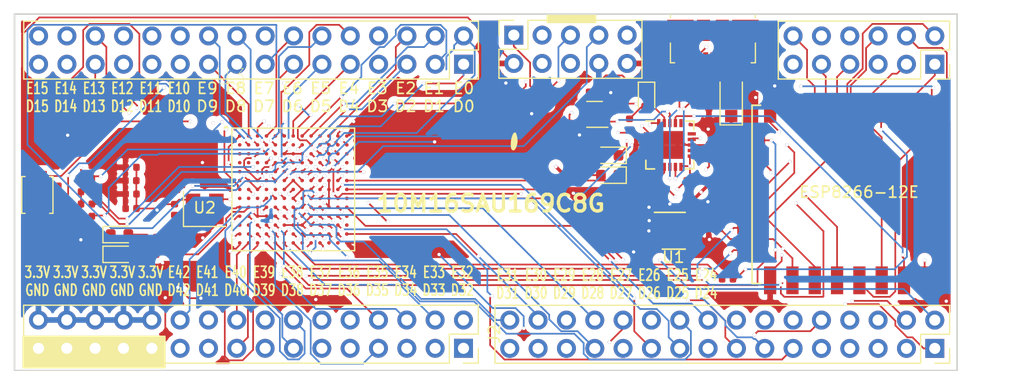
<source format=kicad_pcb>
(kicad_pcb (version 20171130) (host pcbnew 6.0.0-rc1-unknown-994a9c5~65~ubuntu16.04.1)
  (layers (0 F.Cu signal) (1 In1.Cu signal) (2 In2.Cu signal) (31 B.Cu signal) (34 B.Paste user) (35 F.Paste user) (36 B.SilkS user) (37 F.SilkS user) (38 B.Mask user) (39 F.Mask user) (44 Edge.Cuts user))
  (net 0 "")
  (net 1 GND)
  (net 2 3.3V)
  (net 3 VDD5V)
  (net 4 "Net-(C8-Pad2)")
  (net 5 "Net-(C10-Pad1)")
  (net 6 "Net-(C11-Pad2)")
  (net 7 "Net-(D1-Pad2)")
  (net 8 /ESP8266-12E/GPIO2)
  (net 9 /ESP8266-12E/GPIO4)
  (net 10 /ESP8266-12E/GPIO5)
  (net 11 /ESP8266-12E/GPIO9)
  (net 12 /ESP8266-12E/GPIO10)
  (net 13 /ESP8266-12E/GPIO12)
  (net 14 /ESP8266-12E/GPIO13)
  (net 15 /ESP8266-12E/GPIO14)
  (net 16 /ESP8266-12E/GPIO15)
  (net 17 /ESP8266-12E/GPIO16)
  (net 18 /ESP8266-12E/ADC)
  (net 19 "Net-(J7-Pad6)")
  (net 20 "Net-(J7-Pad3)")
  (net 21 "Net-(J7-Pad2)")
  (net 22 "Net-(L1-Pad2)")
  (net 23 GPIO0)
  (net 24 RTS)
  (net 25 "Net-(Q1-Pad2)")
  (net 26 "Net-(Q1-Pad5)")
  (net 27 RESET)
  (net 28 DTR)
  (net 29 "Net-(R1-Pad1)")
  (net 30 "Net-(R2-Pad2)")
  (net 31 "Net-(R3-Pad1)")
  (net 32 "Net-(R4-Pad2)")
  (net 33 RESET_N)
  (net 34 "Net-(R8-Pad2)")
  (net 35 "Net-(R9-Pad2)")
  (net 36 ESP_EN)
  (net 37 "Net-(U1-Pad4)")
  (net 38 "Net-(U2-Pad3)")
  (net 39 SPI_MOSI)
  (net 40 SPI_MISO)
  (net 41 SPI_CSO)
  (net 42 SPI_CLK)
  (net 43 "Net-(U4-Pad21)")
  (net 44 "Net-(U4-Pad22)")
  (net 45 /D0)
  (net 46 /E0)
  (net 47 /D1)
  (net 48 /E1)
  (net 49 /D2)
  (net 50 /E2)
  (net 51 /D3)
  (net 52 /E3)
  (net 53 /D4)
  (net 54 /E4)
  (net 55 /D5)
  (net 56 /E5)
  (net 57 /D6)
  (net 58 /E6)
  (net 59 /D7)
  (net 60 /E7)
  (net 61 /D8)
  (net 62 /E8)
  (net 63 /D9)
  (net 64 /E9)
  (net 65 /D10)
  (net 66 /E10)
  (net 67 /D11)
  (net 68 /E11)
  (net 69 /D12)
  (net 70 /E12)
  (net 71 /D13)
  (net 72 /E13)
  (net 73 /D14)
  (net 74 /E14)
  (net 75 /D15)
  (net 76 /E15)
  (net 77 /D16)
  (net 78 /E16)
  (net 79 /D17)
  (net 80 /E17)
  (net 81 /D18)
  (net 82 /E18)
  (net 83 /D19)
  (net 84 /E19)
  (net 85 /D20)
  (net 86 /E20)
  (net 87 /D21)
  (net 88 /E21)
  (net 89 /D22)
  (net 90 /E22)
  (net 91 /D23)
  (net 92 /E23)
  (net 93 /D24)
  (net 94 /E24)
  (net 95 /D25)
  (net 96 /E25)
  (net 97 /D26)
  (net 98 /E26)
  (net 99 /D27)
  (net 100 /E27)
  (net 101 /D28)
  (net 102 /E28)
  (net 103 /D29)
  (net 104 /E29)
  (net 105 /D30)
  (net 106 /E30)
  (net 107 /D31)
  (net 108 /E31)
  (net 109 /D32)
  (net 110 /E32)
  (net 111 /D33)
  (net 112 /E33)
  (net 113 /D34)
  (net 114 /E34)
  (net 115 /D35)
  (net 116 /E35)
  (net 117 /D36)
  (net 118 /E36)
  (net 119 /D37)
  (net 120 /E37)
  (net 121 /D38)
  (net 122 /E38)
  (net 123 /E42)
  (net 124 /D42)
  (net 125 /E41)
  (net 126 /D41)
  (net 127 /E40)
  (net 128 /D40)
  (net 129 /E39)
  (net 130 /D39)
  (net 131 /TCK)
  (net 132 /TDO)
  (net 133 /TMS)
  (net 134 /TDI)
  (net 135 "Net-(R7-Pad2)")
  (net 136 "Net-(J4-Pad6)")
  (net 137 "Net-(J5-Pad11)")
  (net 138 "Net-(U3-PadB1)")
  (net 139 "Net-(U3-PadB7)")
  (net 140 "Net-(U3-PadB10)")
  (net 141 "Net-(U3-PadC1)")
  (net 142 "Net-(U3-PadC2)")
  (net 143 "Net-(U3-PadD1)")
  (net 144 "Net-(U3-PadD2)")
  (net 145 "Net-(U3-PadD3)")
  (net 146 "Net-(U3-PadD13)")
  (net 147 "Net-(U3-PadE1)")
  (net 148 "Net-(U3-PadE3)")
  (net 149 "Net-(U3-PadE4)")
  (net 150 "Net-(U3-PadF1)")
  (net 151 "Net-(U3-PadF4)")
  (net 152 "Net-(U3-PadG4)")
  (net 153 "Net-(U3-PadG5)")
  (net 154 "Net-(U3-PadH1)")
  (net 155 "Net-(U3-PadH2)")
  (net 156 "Net-(U3-PadH3)")
  (net 157 "Net-(U3-PadK13)")
  (net 158 "Net-(U3-PadL1)")
  (net 159 "Net-(U3-PadN8)")
  (net 160 "Net-(U3-PadN11)")
  (net 161 "Net-(U5-Pad2)")
  (net 162 "Net-(U5-Pad4)")
  (net 163 "Net-(U5-Pad5)")
  (net 164 "Net-(U5-Pad6)")
  (net 165 "Net-(U5-Pad15)")
  (net 166 "Net-(U5-Pad16)")
  (net 167 "Net-(J4-Pad3)")
  (net 168 "Net-(J4-Pad4)")
  (net 169 "Net-(D2-Pad2)")
  (net 170 "Net-(D3-Pad2)")
  (net 171 "Net-(D4-Pad2)")
  (net 172 "Net-(D4-Pad1)")
  (net 173 "Net-(D5-Pad1)")
  (net 174 "Net-(D5-Pad2)")
  (net 175 "Net-(D6-Pad2)")
  (net 176 "Net-(R20-Pad1)")
  (net 177 "Net-(R21-Pad1)")
  (net 178 "Net-(SW1-Pad2)")
  (module Connector_PinSocket_2.54mm:PinSocket_2x05_P2.54mm_Vertical (layer F.Cu) (at 157.01 111.64 90)
    (fp_text reference J4 hide)
    (fp_text value Conn_02x05_Odd_Even)
    (pad 1 thru_hole rect (at 0 0 90) (size 1.7 1.7) (drill 1) (layers *.Cu *.Mask) (net 134 /TDI))
    (pad 2 thru_hole oval (at -2.54 0 90) (size 1.7 1.7) (drill 1) (layers *.Cu *.Mask) (net 1 GND))
    (pad 3 thru_hole oval (at 0 2.54 90) (size 1.7 1.7) (drill 1) (layers *.Cu *.Mask) (net 167 "Net-(J4-Pad3)"))
    (pad 4 thru_hole oval (at -2.54 2.54 90) (size 1.7 1.7) (drill 1) (layers *.Cu *.Mask) (net 168 "Net-(J4-Pad4)"))
    (pad 5 thru_hole oval (at 0 5.08 90) (size 1.7 1.7) (drill 1) (layers *.Cu *.Mask) (net 133 /TMS))
    (pad 6 thru_hole oval (at -2.54 5.08 90) (size 1.7 1.7) (drill 1) (layers *.Cu *.Mask) (net 136 "Net-(J4-Pad6)"))
    (pad 7 thru_hole oval (at 0 7.62 90) (size 1.7 1.7) (drill 1) (layers *.Cu *.Mask) (net 132 /TDO))
    (pad 8 thru_hole oval (at -2.54 7.62 90) (size 1.7 1.7) (drill 1) (layers *.Cu *.Mask) (net 2 3.3V))
    (pad 9 thru_hole oval (at 0 10.16 90) (size 1.7 1.7) (drill 1) (layers *.Cu *.Mask) (net 131 /TCK))
    (pad 10 thru_hole oval (at -2.54 10.16 90) (size 1.7 1.7) (drill 1) (layers *.Cu *.Mask) (net 1 GND))
  )
  (module Connector_PinSocket_2.54mm:PinSocket_2x06_P2.54mm_Vertical (layer F.Cu) (at 194.75 114.25 270)
    (fp_text reference J5 hide)
    (fp_text value Conn_02x06_Odd_Even)
    (pad 1 thru_hole rect (at 0 0 270) (size 1.7 1.7) (drill 1) (layers *.Cu *.Mask) (net 18 /ESP8266-12E/ADC))
    (pad 2 thru_hole oval (at -2.54 0 270) (size 1.7 1.7) (drill 1) (layers *.Cu *.Mask) (net 8 /ESP8266-12E/GPIO2))
    (pad 3 thru_hole oval (at 0 2.54 270) (size 1.7 1.7) (drill 1) (layers *.Cu *.Mask) (net 17 /ESP8266-12E/GPIO16))
    (pad 4 thru_hole oval (at -2.54 2.54 270) (size 1.7 1.7) (drill 1) (layers *.Cu *.Mask) (net 9 /ESP8266-12E/GPIO4))
    (pad 5 thru_hole oval (at 0 5.08 270) (size 1.7 1.7) (drill 1) (layers *.Cu *.Mask) (net 16 /ESP8266-12E/GPIO15))
    (pad 6 thru_hole oval (at -2.54 5.08 270) (size 1.7 1.7) (drill 1) (layers *.Cu *.Mask) (net 10 /ESP8266-12E/GPIO5))
    (pad 7 thru_hole oval (at 0 7.62 270) (size 1.7 1.7) (drill 1) (layers *.Cu *.Mask) (net 15 /ESP8266-12E/GPIO14))
    (pad 8 thru_hole oval (at -2.54 7.62 270) (size 1.7 1.7) (drill 1) (layers *.Cu *.Mask) (net 11 /ESP8266-12E/GPIO9))
    (pad 9 thru_hole oval (at 0 10.16 270) (size 1.7 1.7) (drill 1) (layers *.Cu *.Mask) (net 14 /ESP8266-12E/GPIO13))
    (pad 10 thru_hole oval (at -2.54 10.16 270) (size 1.7 1.7) (drill 1) (layers *.Cu *.Mask) (net 12 /ESP8266-12E/GPIO10))
    (pad 11 thru_hole oval (at 0 12.7 270) (size 1.7 1.7) (drill 1) (layers *.Cu *.Mask) (net 137 "Net-(J5-Pad11)"))
    (pad 12 thru_hole oval (at -2.54 12.7 270) (size 1.7 1.7) (drill 1) (layers *.Cu *.Mask) (net 13 /ESP8266-12E/GPIO12))
  )
  (module Capacitor_SMD:C_0402_1005Metric (layer F.Cu) (at 122.7 123.5)
    (fp_text reference C1 hide)
    (fp_text value 0.1uF)
    (pad 1 smd roundrect (at -0.485 0) (size 0.59 0.64) (layers F.Cu F.Paste F.Mask) (net 1 GND))
    (pad 2 smd roundrect (at 0.485 0) (size 0.59 0.64) (layers F.Cu F.Paste F.Mask) (net 2 3.3V))
  )
  (module Capacitor_SMD:C_0402_1005Metric (layer F.Cu) (at 169.93 126.27 270)
    (fp_text reference C2 hide)
    (fp_text value 10uF)
    (pad 1 smd roundrect (at -0.485 0 270) (size 0.59 0.64) (layers F.Cu F.Paste F.Mask) (net 1 GND))
    (pad 2 smd roundrect (at 0.485 0 270) (size 0.59 0.64) (layers F.Cu F.Paste F.Mask) (net 2 3.3V))
  )
  (module Capacitor_SMD:C_0402_1005Metric (layer F.Cu) (at 122.685 124.7)
    (fp_text reference C3 hide)
    (fp_text value 0.1uF)
    (pad 2 smd roundrect (at 0.485 0) (size 0.59 0.64) (layers F.Cu F.Paste F.Mask) (net 2 3.3V))
    (pad 1 smd roundrect (at -0.485 0) (size 0.59 0.64) (layers F.Cu F.Paste F.Mask) (net 1 GND))
  )
  (module Capacitor_SMD:C_0402_1005Metric (layer F.Cu) (at 122.7 125.9)
    (fp_text reference C4 hide)
    (fp_text value 0.1uF)
    (pad 1 smd roundrect (at -0.485 0) (size 0.59 0.64) (layers F.Cu F.Paste F.Mask) (net 1 GND))
    (pad 2 smd roundrect (at 0.485 0) (size 0.59 0.64) (layers F.Cu F.Paste F.Mask) (net 2 3.3V))
  )
  (module Capacitor_SMD:C_0402_1005Metric (layer F.Cu) (at 122.7 127.2)
    (fp_text reference C5 hide)
    (fp_text value 0.1uF)
    (pad 2 smd roundrect (at 0.485 0) (size 0.59 0.64) (layers F.Cu F.Paste F.Mask) (net 2 3.3V))
    (pad 1 smd roundrect (at -0.485 0) (size 0.59 0.64) (layers F.Cu F.Paste F.Mask) (net 1 GND))
  )
  (module Capacitor_SMD:C_0402_1005Metric (layer F.Cu) (at 172.77 126.27 270)
    (fp_text reference C6 hide)
    (fp_text value 10uF)
    (pad 2 smd roundrect (at 0.485 0 270) (size 0.59 0.64) (layers F.Cu F.Paste F.Mask) (net 3 VDD5V))
    (pad 1 smd roundrect (at -0.485 0 270) (size 0.59 0.64) (layers F.Cu F.Paste F.Mask) (net 1 GND))
  )
  (module Capacitor_SMD:C_0402_1005Metric (layer F.Cu) (at 178.915 115.9 180)
    (fp_text reference C7 hide)
    (fp_text value 100n)
    (pad 2 smd roundrect (at 0.485 0 180) (size 0.59 0.64) (layers F.Cu F.Paste F.Mask) (net 1 GND))
    (pad 1 smd roundrect (at -0.485 0 180) (size 0.59 0.64) (layers F.Cu F.Paste F.Mask) (net 2 3.3V))
  )
  (module Capacitor_SMD:C_0402_1005Metric (layer F.Cu) (at 170.5 116.75 270)
    (fp_text reference C8 hide)
    (fp_text value 47pF)
    (pad 1 smd roundrect (at -0.485 0 270) (size 0.59 0.64) (layers F.Cu F.Paste F.Mask) (net 1 GND))
    (pad 2 smd roundrect (at 0.485 0 270) (size 0.59 0.64) (layers F.Cu F.Paste F.Mask) (net 4 "Net-(C8-Pad2)"))
  )
  (module Capacitor_SMD:C_0402_1005Metric (layer F.Cu) (at 175 121.5)
    (fp_text reference C9 hide)
    (fp_text value 10n)
    (pad 1 smd roundrect (at -0.485 0) (size 0.59 0.64) (layers F.Cu F.Paste F.Mask) (net 1 GND))
    (pad 2 smd roundrect (at 0.485 0) (size 0.59 0.64) (layers F.Cu F.Paste F.Mask) (net 3 VDD5V))
  )
  (module Capacitor_SMD:C_0402_1005Metric (layer F.Cu) (at 173 124.7 180)
    (fp_text reference C10 hide)
    (fp_text value 100n)
    (pad 1 smd roundrect (at -0.485 0 180) (size 0.59 0.64) (layers F.Cu F.Paste F.Mask) (net 5 "Net-(C10-Pad1)"))
    (pad 2 smd roundrect (at 0.485 0 180) (size 0.59 0.64) (layers F.Cu F.Paste F.Mask) (net 1 GND))
  )
  (module Capacitor_SMD:C_0402_1005Metric (layer F.Cu) (at 174.5 117.75 90)
    (fp_text reference C11 hide)
    (fp_text value 47pF)
    (pad 2 smd roundrect (at 0.485 0 90) (size 0.59 0.64) (layers F.Cu F.Paste F.Mask) (net 6 "Net-(C11-Pad2)"))
    (pad 1 smd roundrect (at -0.485 0 90) (size 0.59 0.64) (layers F.Cu F.Paste F.Mask) (net 1 GND))
  )
  (module Diode_SMD:D_SOD-123F (layer F.Cu) (at 176.5 117.5 90)
    (fp_text reference D1 hide)
    (fp_text value D_Schottky)
    (pad 1 smd rect (at -1.4 0 90) (size 1.1 1.1) (layers F.Cu F.Paste F.Mask) (net 3 VDD5V))
    (pad 2 smd rect (at 1.4 0 90) (size 1.1 1.1) (layers F.Cu F.Paste F.Mask) (net 7 "Net-(D1-Pad2)"))
  )
  (module Connector_USB:USB_Micro-B_Molex_47346-0001 (layer F.Cu) (at 174.86 112.41 180)
    (fp_text reference J7 hide)
    (fp_text value USB_B_Mini)
    (pad 1 smd rect (at -1.3 -1.46 180) (size 0.45 1.38) (layers F.Cu F.Paste F.Mask) (net 7 "Net-(D1-Pad2)"))
    (pad 2 smd rect (at -0.65 -1.46 180) (size 0.45 1.38) (layers F.Cu F.Paste F.Mask) (net 21 "Net-(J7-Pad2)"))
    (pad 3 smd rect (at 0 -1.46 180) (size 0.45 1.38) (layers F.Cu F.Paste F.Mask) (net 20 "Net-(J7-Pad3)"))
    (pad 4 smd rect (at 0.65 -1.46 180) (size 0.45 1.38) (layers F.Cu F.Paste F.Mask) (net 1 GND))
    (pad 5 smd rect (at 1.3 -1.46 180) (size 0.45 1.38) (layers F.Cu F.Paste F.Mask) (net 1 GND))
    (pad 6 smd rect (at -2.4625 -1.1 180) (size 1.475 2.1) (layers F.Cu F.Paste F.Mask) (net 19 "Net-(J7-Pad6)"))
    (pad 6 smd rect (at 2.4625 -1.1 180) (size 1.475 2.1) (layers F.Cu F.Paste F.Mask) (net 19 "Net-(J7-Pad6)"))
    (pad 6 smd rect (at -2.91 1.2 180) (size 2.375 1.9) (layers F.Cu F.Paste F.Mask) (net 19 "Net-(J7-Pad6)"))
    (pad 6 smd rect (at 2.91 1.2 180) (size 2.375 1.9) (layers F.Cu F.Paste F.Mask) (net 19 "Net-(J7-Pad6)"))
    (pad 6 smd rect (at -0.84 1.2 180) (size 1.175 1.9) (layers F.Cu F.Paste F.Mask) (net 19 "Net-(J7-Pad6)"))
    (pad 6 smd rect (at 0.84 1.2 180) (size 1.175 1.9) (layers F.Cu F.Paste F.Mask) (net 19 "Net-(J7-Pad6)"))
  )
  (module Inductor_SMD:L_0402_1005Metric (layer F.Cu) (at 175 122.75 180)
    (fp_text reference L1 hide)
    (fp_text value Ferrite_Bead)
    (pad 1 smd roundrect (at -0.485 0 180) (size 0.59 0.64) (layers F.Cu F.Paste F.Mask) (net 3 VDD5V))
    (pad 2 smd roundrect (at 0.485 0 180) (size 0.59 0.64) (layers F.Cu F.Paste F.Mask) (net 22 "Net-(L1-Pad2)"))
  )
  (module Package_TO_SOT_SMD:SOT-363_SC-70-6 (layer F.Cu) (at 164.25 118.75 180)
    (fp_text reference Q1 hide)
    (fp_text value Q_DUAL_NPN_NPN_E1B1C2E2B2C1)
    (pad 1 smd rect (at -0.95 -0.65 180) (size 0.65 0.4) (layers F.Cu F.Paste F.Mask) (net 28 DTR))
    (pad 3 smd rect (at -0.95 0.65 180) (size 0.65 0.4) (layers F.Cu F.Paste F.Mask) (net 27 RESET))
    (pad 5 smd rect (at 0.95 0 180) (size 0.65 0.4) (layers F.Cu F.Paste F.Mask) (net 26 "Net-(Q1-Pad5)"))
    (pad 2 smd rect (at -0.95 0 180) (size 0.65 0.4) (layers F.Cu F.Paste F.Mask) (net 25 "Net-(Q1-Pad2)"))
    (pad 4 smd rect (at 0.95 0.65 180) (size 0.65 0.4) (layers F.Cu F.Paste F.Mask) (net 24 RTS))
    (pad 6 smd rect (at 0.95 -0.65 180) (size 0.65 0.4) (layers F.Cu F.Paste F.Mask) (net 23 GPIO0))
  )
  (module Resistor_SMD:R_0402_1005Metric (layer F.Cu) (at 118.7 127.9 180)
    (fp_text reference R1 hide)
    (fp_text value 1k)
    (pad 2 smd roundrect (at 0.485 0 180) (size 0.59 0.64) (layers F.Cu F.Paste F.Mask) (net 2 3.3V))
    (pad 1 smd roundrect (at -0.485 0 180) (size 0.59 0.64) (layers F.Cu F.Paste F.Mask) (net 29 "Net-(R1-Pad1)"))
  )
  (module Resistor_SMD:R_0402_1005Metric (layer F.Cu) (at 118.7 125.7)
    (fp_text reference R2 hide)
    (fp_text value 10k)
    (pad 1 smd roundrect (at -0.485 0) (size 0.59 0.64) (layers F.Cu F.Paste F.Mask) (net 2 3.3V))
    (pad 2 smd roundrect (at 0.485 0) (size 0.59 0.64) (layers F.Cu F.Paste F.Mask) (net 30 "Net-(R2-Pad2)"))
  )
  (module Resistor_SMD:R_0402_1005Metric (layer F.Cu) (at 118.7 124.5 180)
    (fp_text reference R3 hide)
    (fp_text value 1k)
    (pad 1 smd roundrect (at -0.485 0 180) (size 0.59 0.64) (layers F.Cu F.Paste F.Mask) (net 31 "Net-(R3-Pad1)"))
    (pad 2 smd roundrect (at 0.485 0 180) (size 0.59 0.64) (layers F.Cu F.Paste F.Mask) (net 2 3.3V))
  )
  (module Resistor_SMD:R_0402_1005Metric (layer F.Cu) (at 118.7 126.8)
    (fp_text reference R4 hide)
    (fp_text value 10k)
    (pad 2 smd roundrect (at 0.485 0) (size 0.59 0.64) (layers F.Cu F.Paste F.Mask) (net 32 "Net-(R4-Pad2)"))
    (pad 1 smd roundrect (at -0.485 0) (size 0.59 0.64) (layers F.Cu F.Paste F.Mask) (net 2 3.3V))
  )
  (module Resistor_SMD:R_0402_1005Metric (layer F.Cu) (at 118.7 129.1)
    (fp_text reference R5 hide)
    (fp_text value 10k)
    (pad 1 smd roundrect (at -0.485 0) (size 0.59 0.64) (layers F.Cu F.Paste F.Mask) (net 2 3.3V))
    (pad 2 smd roundrect (at 0.485 0) (size 0.59 0.64) (layers F.Cu F.Paste F.Mask) (net 33 RESET_N))
  )
  (module Resistor_SMD:R_0402_1005Metric (layer F.Cu) (at 157.5 117.3 270)
    (fp_text reference R6 hide)
    (fp_text value 1k)
    (pad 2 smd roundrect (at 0.485 0 270) (size 0.59 0.64) (layers F.Cu F.Paste F.Mask) (net 1 GND))
    (pad 1 smd roundrect (at -0.485 0 270) (size 0.59 0.64) (layers F.Cu F.Paste F.Mask) (net 131 /TCK))
  )
  (module Resistor_SMD:R_0402_1005Metric (layer F.Cu) (at 156.3 117.3 270)
    (fp_text reference R7 hide)
    (fp_text value 10k)
    (pad 1 smd roundrect (at -0.485 0 270) (size 0.59 0.64) (layers F.Cu F.Paste F.Mask) (net 2 3.3V))
    (pad 2 smd roundrect (at 0.485 0 270) (size 0.59 0.64) (layers F.Cu F.Paste F.Mask) (net 135 "Net-(R7-Pad2)"))
  )
  (module Resistor_SMD:R_0402_1005Metric (layer F.Cu) (at 126.6 127.3 270)
    (fp_text reference R8 hide)
    (fp_text value 10k)
    (pad 2 smd roundrect (at 0.485 0 270) (size 0.59 0.64) (layers F.Cu F.Paste F.Mask) (net 34 "Net-(R8-Pad2)"))
    (pad 1 smd roundrect (at -0.485 0 270) (size 0.59 0.64) (layers F.Cu F.Paste F.Mask) (net 2 3.3V))
  )
  (module Resistor_SMD:R_0402_1005Metric (layer F.Cu) (at 176.17 133.53)
    (fp_text reference R9 hide)
    (fp_text value 10k)
    (pad 1 smd roundrect (at -0.485 0) (size 0.59 0.64) (layers F.Cu F.Paste F.Mask) (net 36 ESP_EN))
    (pad 2 smd roundrect (at 0.485 0) (size 0.59 0.64) (layers F.Cu F.Paste F.Mask) (net 35 "Net-(R9-Pad2)"))
  )
  (module Resistor_SMD:R_0402_1005Metric (layer F.Cu) (at 164.25 116.75)
    (fp_text reference R10 hide)
    (fp_text value 10k)
    (pad 2 smd roundrect (at 0.485 0) (size 0.59 0.64) (layers F.Cu F.Paste F.Mask) (net 25 "Net-(Q1-Pad2)"))
    (pad 1 smd roundrect (at -0.485 0) (size 0.59 0.64) (layers F.Cu F.Paste F.Mask) (net 24 RTS))
  )
  (module Resistor_SMD:R_0402_1005Metric (layer F.Cu) (at 164.25 120.75 180)
    (fp_text reference R11 hide)
    (fp_text value 10k)
    (pad 1 smd roundrect (at -0.485 0 180) (size 0.59 0.64) (layers F.Cu F.Paste F.Mask) (net 28 DTR))
    (pad 2 smd roundrect (at 0.485 0 180) (size 0.59 0.64) (layers F.Cu F.Paste F.Mask) (net 26 "Net-(Q1-Pad5)"))
  )
  (module Resistor_SMD:R_0402_1005Metric (layer F.Cu) (at 162 120 90)
    (fp_text reference R12 hide)
    (fp_text value 10k)
    (pad 2 smd roundrect (at 0.485 0 90) (size 0.59 0.64) (layers F.Cu F.Paste F.Mask) (net 23 GPIO0))
    (pad 1 smd roundrect (at -0.485 0 90) (size 0.59 0.64) (layers F.Cu F.Paste F.Mask) (net 2 3.3V))
  )
  (module Resistor_SMD:R_0402_1005Metric (layer F.Cu) (at 166.6 117.3 270)
    (fp_text reference R13 hide)
    (fp_text value 10k)
    (pad 1 smd roundrect (at -0.485 0 270) (size 0.59 0.64) (layers F.Cu F.Paste F.Mask) (net 2 3.3V))
    (pad 2 smd roundrect (at 0.485 0 270) (size 0.59 0.64) (layers F.Cu F.Paste F.Mask) (net 27 RESET))
  )
  (module Resistor_SMD:R_0402_1005Metric (layer F.Cu) (at 173.15 116.745 270)
    (fp_text reference R14 hide)
    (fp_text value 27)
    (pad 1 smd roundrect (at -0.485 0 270) (size 0.59 0.64) (layers F.Cu F.Paste F.Mask) (net 21 "Net-(J7-Pad2)"))
    (pad 2 smd roundrect (at 0.485 0 270) (size 0.59 0.64) (layers F.Cu F.Paste F.Mask) (net 6 "Net-(C11-Pad2)"))
  )
  (module Resistor_SMD:R_0402_1005Metric (layer F.Cu) (at 171.86 116.745 270)
    (fp_text reference R15 hide)
    (fp_text value 27)
    (pad 2 smd roundrect (at 0.485 0 270) (size 0.59 0.64) (layers F.Cu F.Paste F.Mask) (net 4 "Net-(C8-Pad2)"))
    (pad 1 smd roundrect (at -0.485 0 270) (size 0.59 0.64) (layers F.Cu F.Paste F.Mask) (net 20 "Net-(J7-Pad3)"))
  )
  (module Housings_DFN_QFN:DFN-6-1EP_3x3mm_Pitch0.95mm (layer F.Cu) (at 171.35 129.2)
    (fp_text reference U1 (at -0.0397 2.372) (layer F.SilkS))
    (fp_text value LD39200)
    (pad 1 smd rect (at -1.34 -0.95) (size 0.63 0.45) (layers F.Cu F.Paste F.Mask) (net 2 3.3V))
    (pad 2 smd rect (at -1.34 0) (size 0.63 0.45) (layers F.Cu F.Paste F.Mask) (net 2 3.3V))
    (pad 3 smd rect (at -1.34 0.95) (size 0.63 0.45) (layers F.Cu F.Paste F.Mask) (net 1 GND))
    (pad 4 smd rect (at 1.34 0.95) (size 0.63 0.45) (layers F.Cu F.Paste F.Mask) (net 37 "Net-(U1-Pad4)"))
    (pad 5 smd rect (at 1.34 0) (size 0.63 0.45) (layers F.Cu F.Paste F.Mask) (net 3 VDD5V))
    (pad 6 smd rect (at 1.34 -0.95) (size 0.63 0.45) (layers F.Cu F.Paste F.Mask) (net 3 VDD5V))
    (pad 7 smd rect (at 0.425 0.65) (size 0.85 1.3) (layers F.Cu F.Paste F.Mask))
    (pad 7 smd rect (at 0.425 -0.65) (size 0.85 1.3) (layers F.Cu F.Paste F.Mask))
    (pad 7 smd rect (at -0.425 0.65) (size 0.85 1.3) (layers F.Cu F.Paste F.Mask))
    (pad 7 smd rect (at -0.425 -0.65) (size 0.85 1.3) (layers F.Cu F.Paste F.Mask))
  )
  (module Oscillator:Oscillator_SMD_Abracon_ASE-4Pin_3.2x2.5mm (layer F.Cu) (at 129.3 127.24)
    (fp_text reference U2 (at 0 -0.11) (layer F.SilkS))
    (fp_text value DSC6083CE2A-032K768)
    (pad 1 smd rect (at -1.05 0.825) (size 1.3 1.1) (layers F.Cu F.Paste F.Mask) (net 34 "Net-(R8-Pad2)"))
    (pad 2 smd rect (at 1.05 0.825) (size 1.3 1.1) (layers F.Cu F.Paste F.Mask) (net 1 GND))
    (pad 3 smd rect (at 1.05 -0.825) (size 1.3 1.1) (layers F.Cu F.Paste F.Mask) (net 38 "Net-(U2-Pad3)"))
    (pad 4 smd rect (at -1.05 -0.825) (size 1.3 1.1) (layers F.Cu F.Paste F.Mask) (net 2 3.3V))
  )
  (module BGA169CP80_13X13_1100X1100X95B40N:BGA169CP80_13X13_1100X1100X95B40N (layer F.Cu) (at 137.24 125.49)
    (fp_text reference U3 (at -5.62113 -10.0995) (layer F.SilkS) (effects (font (size 1.41051 1.41051) (thickness 0.05))))
    (fp_text value 10M16SAU169C8G-roboy_sno hide)
    (pad A1 smd circle (at -4.8 -4.8) (size 0.32 0.32) (layers F.Cu F.Paste F.Mask) (net 1 GND))
    (pad A2 smd circle (at -4 -4.8) (size 0.32 0.32) (layers F.Cu F.Paste F.Mask) (net 63 /D9))
    (pad A3 smd circle (at -3.2 -4.8) (size 0.32 0.32) (layers F.Cu F.Paste F.Mask) (net 178 "Net-(SW1-Pad2)"))
    (pad A4 smd circle (at -2.4 -4.8) (size 0.32 0.32) (layers F.Cu F.Paste F.Mask) (net 58 /E6))
    (pad A5 smd circle (at -1.6 -4.8) (size 0.32 0.32) (layers F.Cu F.Paste F.Mask) (net 57 /D6))
    (pad A6 smd circle (at -0.8 -4.8) (size 0.32 0.32) (layers F.Cu F.Paste F.Mask) (net 54 /E4))
    (pad A7 smd circle (at 0 -4.8) (size 0.32 0.32) (layers F.Cu F.Paste F.Mask) (net 53 /D4))
    (pad A8 smd circle (at 0.8 -4.8) (size 0.32 0.32) (layers F.Cu F.Paste F.Mask) (net 47 /D1))
    (pad A9 smd circle (at 1.6 -4.8) (size 0.32 0.32) (layers F.Cu F.Paste F.Mask) (net 48 /E1))
    (pad A10 smd circle (at 2.4 -4.8) (size 0.32 0.32) (layers F.Cu F.Paste F.Mask) (net 49 /D2))
    (pad A11 smd circle (at 3.2 -4.8) (size 0.32 0.32) (layers F.Cu F.Paste F.Mask) (net 50 /E2))
    (pad A12 smd circle (at 4 -4.8) (size 0.32 0.32) (layers F.Cu F.Paste F.Mask) (net 69 /D12))
    (pad A13 smd circle (at 4.8 -4.8) (size 0.32 0.32) (layers F.Cu F.Paste F.Mask) (net 1 GND))
    (pad B1 smd circle (at -4.8 -4) (size 0.32 0.32) (layers F.Cu F.Paste F.Mask) (net 138 "Net-(U3-PadB1)"))
    (pad B2 smd circle (at -4 -4) (size 0.32 0.32) (layers F.Cu F.Paste F.Mask) (net 64 /E9))
    (pad B3 smd circle (at -3.2 -4) (size 0.32 0.32) (layers F.Cu F.Paste F.Mask) (net 61 /D8))
    (pad B4 smd circle (at -2.4 -4) (size 0.32 0.32) (layers F.Cu F.Paste F.Mask) (net 62 /E8))
    (pad B5 smd circle (at -1.6 -4) (size 0.32 0.32) (layers F.Cu F.Paste F.Mask) (net 56 /E5))
    (pad B6 smd circle (at -0.8 -4) (size 0.32 0.32) (layers F.Cu F.Paste F.Mask) (net 55 /D5))
    (pad B7 smd circle (at 0 -4) (size 0.32 0.32) (layers F.Cu F.Paste F.Mask) (net 139 "Net-(U3-PadB7)"))
    (pad B8 smd circle (at 0.8 -4) (size 0.32 0.32) (layers F.Cu F.Paste F.Mask) (net 1 GND))
    (pad B9 smd circle (at 1.6 -4) (size 0.32 0.32) (layers F.Cu F.Paste F.Mask) (net 33 RESET_N))
    (pad B10 smd circle (at 2.4 -4) (size 0.32 0.32) (layers F.Cu F.Paste F.Mask) (net 140 "Net-(U3-PadB10)"))
    (pad B11 smd circle (at 3.2 -4) (size 0.32 0.32) (layers F.Cu F.Paste F.Mask) (net 73 /D14))
    (pad B12 smd circle (at 4 -4) (size 0.32 0.32) (layers F.Cu F.Paste F.Mask) (net 74 /E14))
    (pad B13 smd circle (at 4.8 -4) (size 0.32 0.32) (layers F.Cu F.Paste F.Mask) (net 70 /E12))
    (pad C1 smd circle (at -4.8 -3.2) (size 0.32 0.32) (layers F.Cu F.Paste F.Mask) (net 141 "Net-(U3-PadC1)"))
    (pad C2 smd circle (at -4 -3.2) (size 0.32 0.32) (layers F.Cu F.Paste F.Mask) (net 142 "Net-(U3-PadC2)"))
    (pad C3 smd circle (at -3.2 -3.2) (size 0.32 0.32) (layers F.Cu F.Paste F.Mask) (net 1 GND))
    (pad C4 smd circle (at -2.4 -3.2) (size 0.32 0.32) (layers F.Cu F.Paste F.Mask) (net 31 "Net-(R3-Pad1)"))
    (pad C5 smd circle (at -1.6 -3.2) (size 0.32 0.32) (layers F.Cu F.Paste F.Mask) (net 29 "Net-(R1-Pad1)"))
    (pad C6 smd circle (at -0.8 -3.2) (size 0.32 0.32) (layers F.Cu F.Paste F.Mask) (net 2 3.3V))
    (pad C7 smd circle (at 0 -3.2) (size 0.32 0.32) (layers F.Cu F.Paste F.Mask) (net 2 3.3V))
    (pad C8 smd circle (at 0.8 -3.2) (size 0.32 0.32) (layers F.Cu F.Paste F.Mask) (net 2 3.3V))
    (pad C9 smd circle (at 1.6 -3.2) (size 0.32 0.32) (layers F.Cu F.Paste F.Mask) (net 46 /E0))
    (pad C10 smd circle (at 2.4 -3.2) (size 0.32 0.32) (layers F.Cu F.Paste F.Mask) (net 45 /D0))
    (pad C11 smd circle (at 3.2 -3.2) (size 0.32 0.32) (layers F.Cu F.Paste F.Mask) (net 71 /D13))
    (pad C12 smd circle (at 4 -3.2) (size 0.32 0.32) (layers F.Cu F.Paste F.Mask) (net 72 /E13))
    (pad C13 smd circle (at 4.8 -3.2) (size 0.32 0.32) (layers F.Cu F.Paste F.Mask))
    (pad D1 smd circle (at -4.8 -2.4) (size 0.32 0.32) (layers F.Cu F.Paste F.Mask) (net 143 "Net-(U3-PadD1)"))
    (pad D2 smd circle (at -4 -2.4) (size 0.32 0.32) (layers F.Cu F.Paste F.Mask) (net 144 "Net-(U3-PadD2)"))
    (pad D3 smd circle (at -3.2 -2.4) (size 0.32 0.32) (layers F.Cu F.Paste F.Mask) (net 145 "Net-(U3-PadD3)"))
    (pad D4 smd circle (at -2.4 -2.4) (size 0.32 0.32) (layers F.Cu F.Paste F.Mask) (net 2 3.3V))
    (pad D5 smd circle (at -1.6 -2.4) (size 0.32 0.32) (layers F.Cu F.Paste F.Mask) (net 1 GND))
    (pad D6 smd circle (at -0.8 -2.4) (size 0.32 0.32) (layers F.Cu F.Paste F.Mask) (net 60 /E7))
    (pad D7 smd circle (at 0 -2.4) (size 0.32 0.32) (layers F.Cu F.Paste F.Mask) (net 32 "Net-(R4-Pad2)"))
    (pad D8 smd circle (at 0.8 -2.4) (size 0.32 0.32) (layers F.Cu F.Paste F.Mask) (net 51 /D3))
    (pad D9 smd circle (at 1.6 -2.4) (size 0.32 0.32) (layers F.Cu F.Paste F.Mask) (net 67 /D11))
    (pad D10 smd circle (at 2.4 -2.4) (size 0.32 0.32) (layers F.Cu F.Paste F.Mask) (net 2 3.3V))
    (pad D11 smd circle (at 3.2 -2.4) (size 0.32 0.32) (layers F.Cu F.Paste F.Mask) (net 65 /D10))
    (pad D12 smd circle (at 4 -2.4) (size 0.32 0.32) (layers F.Cu F.Paste F.Mask) (net 66 /E10))
    (pad D13 smd circle (at 4.8 -2.4) (size 0.32 0.32) (layers F.Cu F.Paste F.Mask) (net 146 "Net-(U3-PadD13)"))
    (pad E1 smd circle (at -4.8 -1.6) (size 0.32 0.32) (layers F.Cu F.Paste F.Mask) (net 147 "Net-(U3-PadE1)"))
    (pad E2 smd circle (at -4 -1.6) (size 0.32 0.32) (layers F.Cu F.Paste F.Mask) (net 1 GND))
    (pad E3 smd circle (at -3.2 -1.6) (size 0.32 0.32) (layers F.Cu F.Paste F.Mask) (net 148 "Net-(U3-PadE3)"))
    (pad E4 smd circle (at -2.4 -1.6) (size 0.32 0.32) (layers F.Cu F.Paste F.Mask) (net 149 "Net-(U3-PadE4)"))
    (pad E5 smd circle (at -1.6 -1.6) (size 0.32 0.32) (layers F.Cu F.Paste F.Mask) (net 135 "Net-(R7-Pad2)"))
    (pad E6 smd circle (at -0.8 -1.6) (size 0.32 0.32) (layers F.Cu F.Paste F.Mask) (net 59 /D7))
    (pad E7 smd circle (at 0 -1.6) (size 0.32 0.32) (layers F.Cu F.Paste F.Mask) (net 30 "Net-(R2-Pad2)"))
    (pad E8 smd circle (at 0.8 -1.6) (size 0.32 0.32) (layers F.Cu F.Paste F.Mask) (net 52 /E3))
    (pad E9 smd circle (at 1.6 -1.6) (size 0.32 0.32) (layers F.Cu F.Paste F.Mask) (net 75 /D15))
    (pad E10 smd circle (at 2.4 -1.6) (size 0.32 0.32) (layers F.Cu F.Paste F.Mask) (net 68 /E11))
    (pad E11 smd circle (at 3.2 -1.6) (size 0.32 0.32) (layers F.Cu F.Paste F.Mask) (net 1 GND))
    (pad E12 smd circle (at 4 -1.6) (size 0.32 0.32) (layers F.Cu F.Paste F.Mask) (net 79 /D17))
    (pad E13 smd circle (at 4.8 -1.6) (size 0.32 0.32) (layers F.Cu F.Paste F.Mask) (net 81 /D18))
    (pad F1 smd circle (at -4.8 -0.8) (size 0.32 0.32) (layers F.Cu F.Paste F.Mask) (net 150 "Net-(U3-PadF1)"))
    (pad F2 smd circle (at -4 -0.8) (size 0.32 0.32) (layers F.Cu F.Paste F.Mask) (net 2 3.3V))
    (pad F3 smd circle (at -3.2 -0.8) (size 0.32 0.32) (layers F.Cu F.Paste F.Mask) (net 1 GND))
    (pad F4 smd circle (at -2.4 -0.8) (size 0.32 0.32) (layers F.Cu F.Paste F.Mask) (net 151 "Net-(U3-PadF4)"))
    (pad F5 smd circle (at -1.6 -0.8) (size 0.32 0.32) (layers F.Cu F.Paste F.Mask) (net 134 /TDI))
    (pad F6 smd circle (at -0.8 -0.8) (size 0.32 0.32) (layers F.Cu F.Paste F.Mask) (net 132 /TDO))
    (pad F7 smd circle (at 0 -0.8) (size 0.32 0.32) (layers F.Cu F.Paste F.Mask) (net 2 3.3V))
    (pad F8 smd circle (at 0.8 -0.8) (size 0.32 0.32) (layers F.Cu F.Paste F.Mask) (net 76 /E15))
    (pad F9 smd circle (at 1.6 -0.8) (size 0.32 0.32) (layers F.Cu F.Paste F.Mask) (net 78 /E16))
    (pad F10 smd circle (at 2.4 -0.8) (size 0.32 0.32) (layers F.Cu F.Paste F.Mask) (net 77 /D16))
    (pad F11 smd circle (at 3.2 -0.8) (size 0.32 0.32) (layers F.Cu F.Paste F.Mask) (net 2 3.3V))
    (pad F12 smd circle (at 4 -0.8) (size 0.32 0.32) (layers F.Cu F.Paste F.Mask) (net 80 /E17))
    (pad F13 smd circle (at 4.8 -0.8) (size 0.32 0.32) (layers F.Cu F.Paste F.Mask) (net 82 /E18))
    (pad G1 smd circle (at -4.8 0) (size 0.32 0.32) (layers F.Cu F.Paste F.Mask) (net 133 /TMS))
    (pad G2 smd circle (at -4 0) (size 0.32 0.32) (layers F.Cu F.Paste F.Mask) (net 131 /TCK))
    (pad G3 smd circle (at -3.2 0) (size 0.32 0.32) (layers F.Cu F.Paste F.Mask) (net 2 3.3V))
    (pad G4 smd circle (at -2.4 0) (size 0.32 0.32) (layers F.Cu F.Paste F.Mask) (net 152 "Net-(U3-PadG4)"))
    (pad G5 smd circle (at -1.6 0) (size 0.32 0.32) (layers F.Cu F.Paste F.Mask) (net 153 "Net-(U3-PadG5)"))
    (pad G6 smd circle (at -0.8 0) (size 0.32 0.32) (layers F.Cu F.Paste F.Mask) (net 2 3.3V))
    (pad G7 smd circle (at 0 0) (size 0.32 0.32) (layers F.Cu F.Paste F.Mask) (net 1 GND))
    (pad G8 smd circle (at 0.8 0) (size 0.32 0.32) (layers F.Cu F.Paste F.Mask) (net 2 3.3V))
    (pad G9 smd circle (at 1.6 0) (size 0.32 0.32) (layers F.Cu F.Paste F.Mask) (net 84 /E19))
    (pad G10 smd circle (at 2.4 0) (size 0.32 0.32) (layers F.Cu F.Paste F.Mask) (net 83 /D19))
    (pad G11 smd circle (at 3.2 0) (size 0.32 0.32) (layers F.Cu F.Paste F.Mask) (net 2 3.3V))
    (pad G12 smd circle (at 4 0) (size 0.32 0.32) (layers F.Cu F.Paste F.Mask) (net 97 /D26))
    (pad G13 smd circle (at 4.8 0) (size 0.32 0.32) (layers F.Cu F.Paste F.Mask) (net 98 /E26))
    (pad H1 smd circle (at -4.8 0.8) (size 0.32 0.32) (layers F.Cu F.Paste F.Mask) (net 154 "Net-(U3-PadH1)"))
    (pad H2 smd circle (at -4 0.8) (size 0.32 0.32) (layers F.Cu F.Paste F.Mask) (net 155 "Net-(U3-PadH2)"))
    (pad H3 smd circle (at -3.2 0.8) (size 0.32 0.32) (layers F.Cu F.Paste F.Mask) (net 156 "Net-(U3-PadH3)"))
    (pad H4 smd circle (at -2.4 0.8) (size 0.32 0.32) (layers F.Cu F.Paste F.Mask) (net 124 /D42))
    (pad H5 smd circle (at -1.6 0.8) (size 0.32 0.32) (layers F.Cu F.Paste F.Mask) (net 123 /E42))
    (pad H6 smd circle (at -0.8 0.8) (size 0.32 0.32) (layers F.Cu F.Paste F.Mask) (net 38 "Net-(U2-Pad3)"))
    (pad H7 smd circle (at 0 0.8) (size 0.32 0.32) (layers F.Cu F.Paste F.Mask) (net 2 3.3V))
    (pad H8 smd circle (at 0.8 0.8) (size 0.32 0.32) (layers F.Cu F.Paste F.Mask) (net 95 /D25))
    (pad H9 smd circle (at 1.6 0.8) (size 0.32 0.32) (layers F.Cu F.Paste F.Mask) (net 96 /E25))
    (pad H10 smd circle (at 2.4 0.8) (size 0.32 0.32) (layers F.Cu F.Paste F.Mask) (net 91 /D23))
    (pad H11 smd circle (at 3.2 0.8) (size 0.32 0.32) (layers F.Cu F.Paste F.Mask) (net 2 3.3V))
    (pad H12 smd circle (at 4 0.8) (size 0.32 0.32) (layers F.Cu F.Paste F.Mask) (net 1 GND))
    (pad H13 smd circle (at 4.8 0.8) (size 0.32 0.32) (layers F.Cu F.Paste F.Mask) (net 93 /D24))
    (pad J1 smd circle (at -4.8 1.6) (size 0.32 0.32) (layers F.Cu F.Paste F.Mask) (net 176 "Net-(R20-Pad1)"))
    (pad J2 smd circle (at -4 1.6) (size 0.32 0.32) (layers F.Cu F.Paste F.Mask) (net 177 "Net-(R21-Pad1)"))
    (pad J3 smd circle (at -3.2 1.6) (size 0.32 0.32) (layers F.Cu F.Paste F.Mask) (net 2 3.3V))
    (pad J4 smd circle (at -2.4 1.6) (size 0.32 0.32) (layers F.Cu F.Paste F.Mask) (net 1 GND))
    (pad J5 smd circle (at -1.6 1.6) (size 0.32 0.32) (layers F.Cu F.Paste F.Mask) (net 113 /D34))
    (pad J6 smd circle (at -0.8 1.6) (size 0.32 0.32) (layers F.Cu F.Paste F.Mask) (net 110 /E32))
    (pad J7 smd circle (at 0 1.6) (size 0.32 0.32) (layers F.Cu F.Paste F.Mask) (net 108 /E31))
    (pad J8 smd circle (at 0.8 1.6) (size 0.32 0.32) (layers F.Cu F.Paste F.Mask) (net 102 /E28))
    (pad J9 smd circle (at 1.6 1.6) (size 0.32 0.32) (layers F.Cu F.Paste F.Mask) (net 92 /E23))
    (pad J10 smd circle (at 2.4 1.6) (size 0.32 0.32) (layers F.Cu F.Paste F.Mask) (net 85 /D20))
    (pad J11 smd circle (at 3.2 1.6) (size 0.32 0.32) (layers F.Cu F.Paste F.Mask) (net 2 3.3V))
    (pad J12 smd circle (at 4 1.6) (size 0.32 0.32) (layers F.Cu F.Paste F.Mask) (net 89 /D22))
    (pad J13 smd circle (at 4.8 1.6) (size 0.32 0.32) (layers F.Cu F.Paste F.Mask) (net 94 /E24))
    (pad K1 smd circle (at -4.8 2.4) (size 0.32 0.32) (layers F.Cu F.Paste F.Mask) (net 122 /E38))
    (pad K2 smd circle (at -4 2.4) (size 0.32 0.32) (layers F.Cu F.Paste F.Mask) (net 121 /D38))
    (pad K3 smd circle (at -3.2 2.4) (size 0.32 0.32) (layers F.Cu F.Paste F.Mask) (net 2 3.3V))
    (pad K4 smd circle (at -2.4 2.4) (size 0.32 0.32) (layers F.Cu F.Paste F.Mask) (net 2 3.3V))
    (pad K5 smd circle (at -1.6 2.4) (size 0.32 0.32) (layers F.Cu F.Paste F.Mask) (net 114 /E34))
    (pad K6 smd circle (at -0.8 2.4) (size 0.32 0.32) (layers F.Cu F.Paste F.Mask) (net 109 /D32))
    (pad K7 smd circle (at 0 2.4) (size 0.32 0.32) (layers F.Cu F.Paste F.Mask) (net 107 /D31))
    (pad K8 smd circle (at 0.8 2.4) (size 0.32 0.32) (layers F.Cu F.Paste F.Mask) (net 101 /D28))
    (pad K9 smd circle (at 1.6 2.4) (size 0.32 0.32) (layers F.Cu F.Paste F.Mask) (net 2 3.3V))
    (pad K10 smd circle (at 2.4 2.4) (size 0.32 0.32) (layers F.Cu F.Paste F.Mask) (net 86 /E20))
    (pad K11 smd circle (at 3.2 2.4) (size 0.32 0.32) (layers F.Cu F.Paste F.Mask) (net 88 /E21))
    (pad K12 smd circle (at 4 2.4) (size 0.32 0.32) (layers F.Cu F.Paste F.Mask) (net 90 /E22))
    (pad K13 smd circle (at 4.8 2.4) (size 0.32 0.32) (layers F.Cu F.Paste F.Mask) (net 157 "Net-(U3-PadK13)"))
    (pad L1 smd circle (at -4.8 3.2) (size 0.32 0.32) (layers F.Cu F.Paste F.Mask) (net 158 "Net-(U3-PadL1)"))
    (pad L2 smd circle (at -4 3.2) (size 0.32 0.32) (layers F.Cu F.Paste F.Mask))
    (pad L3 smd circle (at -3.2 3.2) (size 0.32 0.32) (layers F.Cu F.Paste F.Mask) (net 130 /D39))
    (pad L4 smd circle (at -2.4 3.2) (size 0.32 0.32) (layers F.Cu F.Paste F.Mask) (net 115 /D35))
    (pad L5 smd circle (at -1.6 3.2) (size 0.32 0.32) (layers F.Cu F.Paste F.Mask) (net 116 /E35))
    (pad L6 smd circle (at -0.8 3.2) (size 0.32 0.32) (layers F.Cu F.Paste F.Mask) (net 2 3.3V))
    (pad L7 smd circle (at 0 3.2) (size 0.32 0.32) (layers F.Cu F.Paste F.Mask) (net 2 3.3V))
    (pad L8 smd circle (at 0.8 3.2) (size 0.32 0.32) (layers F.Cu F.Paste F.Mask) (net 2 3.3V))
    (pad L9 smd circle (at 1.6 3.2) (size 0.32 0.32) (layers F.Cu F.Paste F.Mask) (net 1 GND))
    (pad L10 smd circle (at 2.4 3.2) (size 0.32 0.32) (layers F.Cu F.Paste F.Mask) (net 99 /D27))
    (pad L11 smd circle (at 3.2 3.2) (size 0.32 0.32) (layers F.Cu F.Paste F.Mask) (net 103 /D29))
    (pad L12 smd circle (at 4 3.2) (size 0.32 0.32) (layers F.Cu F.Paste F.Mask) (net 87 /D21))
    (pad L13 smd circle (at 4.8 3.2) (size 0.32 0.32) (layers F.Cu F.Paste F.Mask))
    (pad M1 smd circle (at -4.8 4) (size 0.32 0.32) (layers F.Cu F.Paste F.Mask) (net 125 /E41))
    (pad M2 smd circle (at -4 4) (size 0.32 0.32) (layers F.Cu F.Paste F.Mask) (net 126 /D41))
    (pad M3 smd circle (at -3.2 4) (size 0.32 0.32) (layers F.Cu F.Paste F.Mask) (net 129 /E39))
    (pad M4 smd circle (at -2.4 4) (size 0.32 0.32) (layers F.Cu F.Paste F.Mask) (net 39 SPI_MOSI))
    (pad M5 smd circle (at -1.6 4) (size 0.32 0.32) (layers F.Cu F.Paste F.Mask) (net 40 SPI_MISO))
    (pad M6 smd circle (at -0.8 4) (size 0.32 0.32) (layers F.Cu F.Paste F.Mask) (net 1 GND))
    (pad M7 smd circle (at 0 4) (size 0.32 0.32) (layers F.Cu F.Paste F.Mask) (net 111 /D33))
    (pad M8 smd circle (at 0.8 4) (size 0.32 0.32) (layers F.Cu F.Paste F.Mask) (net 120 /E37))
    (pad M9 smd circle (at 1.6 4) (size 0.32 0.32) (layers F.Cu F.Paste F.Mask) (net 119 /D37))
    (pad M10 smd circle (at 2.4 4) (size 0.32 0.32) (layers F.Cu F.Paste F.Mask) (net 100 /E27))
    (pad M11 smd circle (at 3.2 4) (size 0.32 0.32) (layers F.Cu F.Paste F.Mask) (net 104 /E29))
    (pad M12 smd circle (at 4 4) (size 0.32 0.32) (layers F.Cu F.Paste F.Mask) (net 105 /D30))
    (pad M13 smd circle (at 4.8 4) (size 0.32 0.32) (layers F.Cu F.Paste F.Mask) (net 106 /E30))
    (pad N1 smd circle (at -4.8 4.8) (size 0.32 0.32) (layers F.Cu F.Paste F.Mask) (net 1 GND))
    (pad N2 smd circle (at -4 4.8) (size 0.32 0.32) (layers F.Cu F.Paste F.Mask) (net 127 /E40))
    (pad N3 smd circle (at -3.2 4.8) (size 0.32 0.32) (layers F.Cu F.Paste F.Mask) (net 128 /D40))
    (pad N4 smd circle (at -2.4 4.8) (size 0.32 0.32) (layers F.Cu F.Paste F.Mask) (net 41 SPI_CSO))
    (pad N5 smd circle (at -1.6 4.8) (size 0.32 0.32) (layers F.Cu F.Paste F.Mask) (net 42 SPI_CLK))
    (pad N6 smd circle (at -0.8 4.8) (size 0.32 0.32) (layers F.Cu F.Paste F.Mask) (net 112 /E33))
    (pad N7 smd circle (at 0 4.8) (size 0.32 0.32) (layers F.Cu F.Paste F.Mask) (net 36 ESP_EN))
    (pad N8 smd circle (at 0.8 4.8) (size 0.32 0.32) (layers F.Cu F.Paste F.Mask) (net 159 "Net-(U3-PadN8)"))
    (pad N9 smd circle (at 1.6 4.8) (size 0.32 0.32) (layers F.Cu F.Paste F.Mask) (net 117 /D36))
    (pad N10 smd circle (at 2.4 4.8) (size 0.32 0.32) (layers F.Cu F.Paste F.Mask) (net 118 /E36))
    (pad N11 smd circle (at 3.2 4.8) (size 0.32 0.32) (layers F.Cu F.Paste F.Mask) (net 160 "Net-(U3-PadN11)"))
    (pad N12 smd circle (at 4 4.8) (size 0.32 0.32) (layers F.Cu F.Paste F.Mask))
    (pad N13 smd circle (at 4.8 4.8) (size 0.32 0.32) (layers F.Cu F.Paste F.Mask) (net 1 GND))
  )
  (module Housings_DFN_QFN:QFN-20-1EP_4x4mm_Pitch0.5mm (layer F.Cu) (at 171 121.5)
    (fp_text reference U5 hide)
    (fp_text value FT231XQ-T)
    (pad 1 smd rect (at -1.965 -1) (size 0.73 0.3) (layers F.Cu F.Paste F.Mask) (net 44 "Net-(U4-Pad22)"))
    (pad 2 smd rect (at -1.965 -0.5) (size 0.73 0.3) (layers F.Cu F.Paste F.Mask) (net 161 "Net-(U5-Pad2)"))
    (pad 3 smd rect (at -1.965 0) (size 0.73 0.3) (layers F.Cu F.Paste F.Mask) (net 1 GND))
    (pad 4 smd rect (at -1.965 0.5) (size 0.73 0.3) (layers F.Cu F.Paste F.Mask) (net 162 "Net-(U5-Pad4)"))
    (pad 5 smd rect (at -1.965 1) (size 0.73 0.3) (layers F.Cu F.Paste F.Mask) (net 163 "Net-(U5-Pad5)"))
    (pad 6 smd rect (at -1 1.965 90) (size 0.73 0.3) (layers F.Cu F.Paste F.Mask) (net 164 "Net-(U5-Pad6)"))
    (pad 7 smd rect (at -0.5 1.965 90) (size 0.73 0.3) (layers F.Cu F.Paste F.Mask) (net 172 "Net-(D4-Pad1)"))
    (pad 8 smd rect (at 0 1.965 90) (size 0.73 0.3) (layers F.Cu F.Paste F.Mask) (net 4 "Net-(C8-Pad2)"))
    (pad 9 smd rect (at 0.5 1.965 90) (size 0.73 0.3) (layers F.Cu F.Paste F.Mask) (net 6 "Net-(C11-Pad2)"))
    (pad 10 smd rect (at 1 1.965 90) (size 0.73 0.3) (layers F.Cu F.Paste F.Mask) (net 5 "Net-(C10-Pad1)"))
    (pad 11 smd rect (at 1.965 1) (size 0.73 0.3) (layers F.Cu F.Paste F.Mask) (net 5 "Net-(C10-Pad1)"))
    (pad 12 smd rect (at 1.965 0.5) (size 0.73 0.3) (layers F.Cu F.Paste F.Mask) (net 22 "Net-(L1-Pad2)"))
    (pad 13 smd rect (at 1.965 0) (size 0.73 0.3) (layers F.Cu F.Paste F.Mask) (net 1 GND))
    (pad 14 smd rect (at 1.965 -0.5) (size 0.73 0.3) (layers F.Cu F.Paste F.Mask) (net 173 "Net-(D5-Pad1)"))
    (pad 15 smd rect (at 1.965 -1) (size 0.73 0.3) (layers F.Cu F.Paste F.Mask) (net 165 "Net-(U5-Pad15)"))
    (pad 16 smd rect (at 1 -1.965 90) (size 0.73 0.3) (layers F.Cu F.Paste F.Mask) (net 166 "Net-(U5-Pad16)"))
    (pad 17 smd rect (at 0.5 -1.965 90) (size 0.73 0.3) (layers F.Cu F.Paste F.Mask) (net 43 "Net-(U4-Pad21)"))
    (pad 18 smd rect (at 0 -1.965 90) (size 0.73 0.3) (layers F.Cu F.Paste F.Mask) (net 28 DTR))
    (pad 19 smd rect (at -0.5 -1.965 90) (size 0.73 0.3) (layers F.Cu F.Paste F.Mask) (net 24 RTS))
    (pad 20 smd rect (at -1 -1.965 90) (size 0.73 0.3) (layers F.Cu F.Paste F.Mask) (net 5 "Net-(C10-Pad1)"))
    (pad 21 smd rect (at 0.625 0.625) (size 1.25 1.25) (layers F.Cu F.Paste F.Mask) (net 1 GND))
    (pad 21 smd rect (at 0.625 -0.625) (size 1.25 1.25) (layers F.Cu F.Paste F.Mask) (net 1 GND))
    (pad 21 smd rect (at -0.625 0.625) (size 1.25 1.25) (layers F.Cu F.Paste F.Mask) (net 1 GND))
    (pad 21 smd rect (at -0.625 -0.625) (size 1.25 1.25) (layers F.Cu F.Paste F.Mask) (net 1 GND))
  )
  (module Connector_PinSocket_2.54mm:PinSocket_2x16_P2.54mm_Vertical (layer F.Cu) (at 152.51 114.25 270)
    (fp_text reference J1 hide)
    (fp_text value Conn_02x16_Odd_Even)
    (pad 1 thru_hole rect (at 0 0 270) (size 1.7 1.7) (drill 1) (layers *.Cu *.Mask) (net 45 /D0))
    (pad 2 thru_hole oval (at -2.54 0 270) (size 1.7 1.7) (drill 1) (layers *.Cu *.Mask) (net 46 /E0))
    (pad 3 thru_hole oval (at 0 2.54 270) (size 1.7 1.7) (drill 1) (layers *.Cu *.Mask) (net 47 /D1))
    (pad 4 thru_hole oval (at -2.54 2.54 270) (size 1.7 1.7) (drill 1) (layers *.Cu *.Mask) (net 48 /E1))
    (pad 5 thru_hole oval (at 0 5.08 270) (size 1.7 1.7) (drill 1) (layers *.Cu *.Mask) (net 49 /D2))
    (pad 6 thru_hole oval (at -2.54 5.08 270) (size 1.7 1.7) (drill 1) (layers *.Cu *.Mask) (net 50 /E2))
    (pad 7 thru_hole oval (at 0 7.62 270) (size 1.7 1.7) (drill 1) (layers *.Cu *.Mask) (net 51 /D3))
    (pad 8 thru_hole oval (at -2.54 7.62 270) (size 1.7 1.7) (drill 1) (layers *.Cu *.Mask) (net 52 /E3))
    (pad 9 thru_hole oval (at 0 10.16 270) (size 1.7 1.7) (drill 1) (layers *.Cu *.Mask) (net 53 /D4))
    (pad 10 thru_hole oval (at -2.54 10.16 270) (size 1.7 1.7) (drill 1) (layers *.Cu *.Mask) (net 54 /E4))
    (pad 11 thru_hole oval (at 0 12.7 270) (size 1.7 1.7) (drill 1) (layers *.Cu *.Mask) (net 55 /D5))
    (pad 12 thru_hole oval (at -2.54 12.7 270) (size 1.7 1.7) (drill 1) (layers *.Cu *.Mask) (net 56 /E5))
    (pad 13 thru_hole oval (at 0 15.24 270) (size 1.7 1.7) (drill 1) (layers *.Cu *.Mask) (net 57 /D6))
    (pad 14 thru_hole oval (at -2.54 15.24 270) (size 1.7 1.7) (drill 1) (layers *.Cu *.Mask) (net 58 /E6))
    (pad 15 thru_hole oval (at 0 17.78 270) (size 1.7 1.7) (drill 1) (layers *.Cu *.Mask) (net 59 /D7))
    (pad 16 thru_hole oval (at -2.54 17.78 270) (size 1.7 1.7) (drill 1) (layers *.Cu *.Mask) (net 60 /E7))
    (pad 17 thru_hole oval (at 0 20.32 270) (size 1.7 1.7) (drill 1) (layers *.Cu *.Mask) (net 61 /D8))
    (pad 18 thru_hole oval (at -2.54 20.32 270) (size 1.7 1.7) (drill 1) (layers *.Cu *.Mask) (net 62 /E8))
    (pad 19 thru_hole oval (at 0 22.86 270) (size 1.7 1.7) (drill 1) (layers *.Cu *.Mask) (net 63 /D9))
    (pad 20 thru_hole oval (at -2.54 22.86 270) (size 1.7 1.7) (drill 1) (layers *.Cu *.Mask) (net 64 /E9))
    (pad 21 thru_hole oval (at 0 25.4 270) (size 1.7 1.7) (drill 1) (layers *.Cu *.Mask) (net 65 /D10))
    (pad 22 thru_hole oval (at -2.54 25.4 270) (size 1.7 1.7) (drill 1) (layers *.Cu *.Mask) (net 66 /E10))
    (pad 23 thru_hole oval (at 0 27.94 270) (size 1.7 1.7) (drill 1) (layers *.Cu *.Mask) (net 67 /D11))
    (pad 24 thru_hole oval (at -2.54 27.94 270) (size 1.7 1.7) (drill 1) (layers *.Cu *.Mask) (net 68 /E11))
    (pad 25 thru_hole oval (at 0 30.48 270) (size 1.7 1.7) (drill 1) (layers *.Cu *.Mask) (net 69 /D12))
    (pad 26 thru_hole oval (at -2.54 30.48 270) (size 1.7 1.7) (drill 1) (layers *.Cu *.Mask) (net 70 /E12))
    (pad 27 thru_hole oval (at 0 33.02 270) (size 1.7 1.7) (drill 1) (layers *.Cu *.Mask) (net 71 /D13))
    (pad 28 thru_hole oval (at -2.54 33.02 270) (size 1.7 1.7) (drill 1) (layers *.Cu *.Mask) (net 72 /E13))
    (pad 29 thru_hole oval (at 0 35.56 270) (size 1.7 1.7) (drill 1) (layers *.Cu *.Mask) (net 73 /D14))
    (pad 30 thru_hole oval (at -2.54 35.56 270) (size 1.7 1.7) (drill 1) (layers *.Cu *.Mask) (net 74 /E14))
    (pad 31 thru_hole oval (at 0 38.1 270) (size 1.7 1.7) (drill 1) (layers *.Cu *.Mask) (net 75 /D15))
    (pad 32 thru_hole oval (at -2.54 38.1 270) (size 1.7 1.7) (drill 1) (layers *.Cu *.Mask) (net 76 /E15))
  )
  (module Connector_PinSocket_2.54mm:PinSocket_2x16_P2.54mm_Vertical (layer F.Cu) (at 152.5 139.75 270)
    (fp_text reference J2 (at -1.27 -2.77 270) (layer F.SilkS))
    (fp_text value Conn_02x16_Odd_Even)
    (pad 32 thru_hole oval (at -2.54 38.1 270) (size 1.7 1.7) (drill 1) (layers *.Cu *.Mask) (net 2 3.3V))
    (pad 31 thru_hole oval (at 0 38.1 270) (size 1.7 1.7) (drill 1) (layers *.Cu *.Mask) (net 1 GND))
    (pad 30 thru_hole oval (at -2.54 35.56 270) (size 1.7 1.7) (drill 1) (layers *.Cu *.Mask) (net 2 3.3V))
    (pad 29 thru_hole oval (at 0 35.56 270) (size 1.7 1.7) (drill 1) (layers *.Cu *.Mask) (net 1 GND))
    (pad 28 thru_hole oval (at -2.54 33.02 270) (size 1.7 1.7) (drill 1) (layers *.Cu *.Mask) (net 2 3.3V))
    (pad 27 thru_hole oval (at 0 33.02 270) (size 1.7 1.7) (drill 1) (layers *.Cu *.Mask) (net 1 GND))
    (pad 26 thru_hole oval (at -2.54 30.48 270) (size 1.7 1.7) (drill 1) (layers *.Cu *.Mask) (net 2 3.3V))
    (pad 25 thru_hole oval (at 0 30.48 270) (size 1.7 1.7) (drill 1) (layers *.Cu *.Mask) (net 1 GND))
    (pad 24 thru_hole oval (at -2.54 27.94 270) (size 1.7 1.7) (drill 1) (layers *.Cu *.Mask) (net 2 3.3V))
    (pad 23 thru_hole oval (at 0 27.94 270) (size 1.7 1.7) (drill 1) (layers *.Cu *.Mask) (net 1 GND))
    (pad 22 thru_hole oval (at -2.54 25.4 270) (size 1.7 1.7) (drill 1) (layers *.Cu *.Mask) (net 123 /E42))
    (pad 21 thru_hole oval (at 0 25.4 270) (size 1.7 1.7) (drill 1) (layers *.Cu *.Mask) (net 124 /D42))
    (pad 20 thru_hole oval (at -2.54 22.86 270) (size 1.7 1.7) (drill 1) (layers *.Cu *.Mask) (net 125 /E41))
    (pad 19 thru_hole oval (at 0 22.86 270) (size 1.7 1.7) (drill 1) (layers *.Cu *.Mask) (net 126 /D41))
    (pad 18 thru_hole oval (at -2.54 20.32 270) (size 1.7 1.7) (drill 1) (layers *.Cu *.Mask) (net 127 /E40))
    (pad 17 thru_hole oval (at 0 20.32 270) (size 1.7 1.7) (drill 1) (layers *.Cu *.Mask) (net 128 /D40))
    (pad 16 thru_hole oval (at -2.54 17.78 270) (size 1.7 1.7) (drill 1) (layers *.Cu *.Mask) (net 129 /E39))
    (pad 15 thru_hole oval (at 0 17.78 270) (size 1.7 1.7) (drill 1) (layers *.Cu *.Mask) (net 130 /D39))
    (pad 14 thru_hole oval (at -2.54 15.24 270) (size 1.7 1.7) (drill 1) (layers *.Cu *.Mask) (net 122 /E38))
    (pad 13 thru_hole oval (at 0 15.24 270) (size 1.7 1.7) (drill 1) (layers *.Cu *.Mask) (net 121 /D38))
    (pad 12 thru_hole oval (at -2.54 12.7 270) (size 1.7 1.7) (drill 1) (layers *.Cu *.Mask) (net 120 /E37))
    (pad 11 thru_hole oval (at 0 12.7 270) (size 1.7 1.7) (drill 1) (layers *.Cu *.Mask) (net 119 /D37))
    (pad 10 thru_hole oval (at -2.54 10.16 270) (size 1.7 1.7) (drill 1) (layers *.Cu *.Mask) (net 118 /E36))
    (pad 9 thru_hole oval (at 0 10.16 270) (size 1.7 1.7) (drill 1) (layers *.Cu *.Mask) (net 117 /D36))
    (pad 8 thru_hole oval (at -2.54 7.62 270) (size 1.7 1.7) (drill 1) (layers *.Cu *.Mask) (net 116 /E35))
    (pad 7 thru_hole oval (at 0 7.62 270) (size 1.7 1.7) (drill 1) (layers *.Cu *.Mask) (net 115 /D35))
    (pad 6 thru_hole oval (at -2.54 5.08 270) (size 1.7 1.7) (drill 1) (layers *.Cu *.Mask) (net 114 /E34))
    (pad 5 thru_hole oval (at 0 5.08 270) (size 1.7 1.7) (drill 1) (layers *.Cu *.Mask) (net 113 /D34))
    (pad 4 thru_hole oval (at -2.54 2.54 270) (size 1.7 1.7) (drill 1) (layers *.Cu *.Mask) (net 112 /E33))
    (pad 3 thru_hole oval (at 0 2.54 270) (size 1.7 1.7) (drill 1) (layers *.Cu *.Mask) (net 111 /D33))
    (pad 2 thru_hole oval (at -2.54 0 270) (size 1.7 1.7) (drill 1) (layers *.Cu *.Mask) (net 110 /E32))
    (pad 1 thru_hole rect (at 0 0 270) (size 1.7 1.7) (drill 1) (layers *.Cu *.Mask) (net 109 /D32))
  )
  (module Connector_PinSocket_2.54mm:PinSocket_2x16_P2.54mm_Vertical (layer F.Cu) (at 194.75 139.76 270)
    (fp_text reference J3 hide)
    (fp_text value Conn_02x16_Odd_Even)
    (pad 1 thru_hole rect (at 0 0 270) (size 1.7 1.7) (drill 1) (layers *.Cu *.Mask) (net 77 /D16))
    (pad 2 thru_hole oval (at -2.54 0 270) (size 1.7 1.7) (drill 1) (layers *.Cu *.Mask) (net 78 /E16))
    (pad 3 thru_hole oval (at 0 2.54 270) (size 1.7 1.7) (drill 1) (layers *.Cu *.Mask) (net 79 /D17))
    (pad 4 thru_hole oval (at -2.54 2.54 270) (size 1.7 1.7) (drill 1) (layers *.Cu *.Mask) (net 80 /E17))
    (pad 5 thru_hole oval (at 0 5.08 270) (size 1.7 1.7) (drill 1) (layers *.Cu *.Mask) (net 81 /D18))
    (pad 6 thru_hole oval (at -2.54 5.08 270) (size 1.7 1.7) (drill 1) (layers *.Cu *.Mask) (net 82 /E18))
    (pad 7 thru_hole oval (at 0 7.62 270) (size 1.7 1.7) (drill 1) (layers *.Cu *.Mask) (net 83 /D19))
    (pad 8 thru_hole oval (at -2.54 7.62 270) (size 1.7 1.7) (drill 1) (layers *.Cu *.Mask) (net 84 /E19))
    (pad 9 thru_hole oval (at 0 10.16 270) (size 1.7 1.7) (drill 1) (layers *.Cu *.Mask) (net 85 /D20))
    (pad 10 thru_hole oval (at -2.54 10.16 270) (size 1.7 1.7) (drill 1) (layers *.Cu *.Mask) (net 86 /E20))
    (pad 11 thru_hole oval (at 0 12.7 270) (size 1.7 1.7) (drill 1) (layers *.Cu *.Mask) (net 87 /D21))
    (pad 12 thru_hole oval (at -2.54 12.7 270) (size 1.7 1.7) (drill 1) (layers *.Cu *.Mask) (net 88 /E21))
    (pad 13 thru_hole oval (at 0 15.24 270) (size 1.7 1.7) (drill 1) (layers *.Cu *.Mask) (net 89 /D22))
    (pad 14 thru_hole oval (at -2.54 15.24 270) (size 1.7 1.7) (drill 1) (layers *.Cu *.Mask) (net 90 /E22))
    (pad 15 thru_hole oval (at 0 17.78 270) (size 1.7 1.7) (drill 1) (layers *.Cu *.Mask) (net 91 /D23))
    (pad 16 thru_hole oval (at -2.54 17.78 270) (size 1.7 1.7) (drill 1) (layers *.Cu *.Mask) (net 92 /E23))
    (pad 17 thru_hole oval (at 0 20.32 270) (size 1.7 1.7) (drill 1) (layers *.Cu *.Mask) (net 93 /D24))
    (pad 18 thru_hole oval (at -2.54 20.32 270) (size 1.7 1.7) (drill 1) (layers *.Cu *.Mask) (net 94 /E24))
    (pad 19 thru_hole oval (at 0 22.86 270) (size 1.7 1.7) (drill 1) (layers *.Cu *.Mask) (net 95 /D25))
    (pad 20 thru_hole oval (at -2.54 22.86 270) (size 1.7 1.7) (drill 1) (layers *.Cu *.Mask) (net 96 /E25))
    (pad 21 thru_hole oval (at 0 25.4 270) (size 1.7 1.7) (drill 1) (layers *.Cu *.Mask) (net 97 /D26))
    (pad 22 thru_hole oval (at -2.54 25.4 270) (size 1.7 1.7) (drill 1) (layers *.Cu *.Mask) (net 98 /E26))
    (pad 23 thru_hole oval (at 0 27.94 270) (size 1.7 1.7) (drill 1) (layers *.Cu *.Mask) (net 99 /D27))
    (pad 24 thru_hole oval (at -2.54 27.94 270) (size 1.7 1.7) (drill 1) (layers *.Cu *.Mask) (net 100 /E27))
    (pad 25 thru_hole oval (at 0 30.48 270) (size 1.7 1.7) (drill 1) (layers *.Cu *.Mask) (net 101 /D28))
    (pad 26 thru_hole oval (at -2.54 30.48 270) (size 1.7 1.7) (drill 1) (layers *.Cu *.Mask) (net 102 /E28))
    (pad 27 thru_hole oval (at 0 33.02 270) (size 1.7 1.7) (drill 1) (layers *.Cu *.Mask) (net 103 /D29))
    (pad 28 thru_hole oval (at -2.54 33.02 270) (size 1.7 1.7) (drill 1) (layers *.Cu *.Mask) (net 104 /E29))
    (pad 29 thru_hole oval (at 0 35.56 270) (size 1.7 1.7) (drill 1) (layers *.Cu *.Mask) (net 105 /D30))
    (pad 30 thru_hole oval (at -2.54 35.56 270) (size 1.7 1.7) (drill 1) (layers *.Cu *.Mask) (net 106 /E30))
    (pad 31 thru_hole oval (at 0 38.1 270) (size 1.7 1.7) (drill 1) (layers *.Cu *.Mask) (net 107 /D31))
    (pad 32 thru_hole oval (at -2.54 38.1 270) (size 1.7 1.7) (drill 1) (layers *.Cu *.Mask) (net 108 /E31))
  )
  (module Resistor_SMD:R_0402_1005Metric (layer F.Cu) (at 158.7 117.3 90)
    (fp_text reference R16 hide)
    (fp_text value 10k)
    (pad 2 smd roundrect (at 0.485 0 90) (size 0.59 0.64) (layers F.Cu F.Paste F.Mask) (net 134 /TDI))
    (pad 1 smd roundrect (at -0.485 0 90) (size 0.59 0.64) (layers F.Cu F.Paste F.Mask) (net 2 3.3V))
  )
  (module Resistor_SMD:R_0402_1005Metric (layer F.Cu) (at 159.9 117.3 90)
    (fp_text reference R17 hide)
    (fp_text value 10k)
    (pad 1 smd roundrect (at -0.485 0 90) (size 0.59 0.64) (layers F.Cu F.Paste F.Mask) (net 2 3.3V))
    (pad 2 smd roundrect (at 0.485 0 90) (size 0.59 0.64) (layers F.Cu F.Paste F.Mask) (net 133 /TMS))
  )
  (module roboy_sno:ESP-12E_SMD (layer F.Cu) (at 193.99 118.95 270)
    (fp_text reference U4 hide)
    (fp_text value ESP8266-ESP-12E hide)
    (pad 1 smd rect (at 0 0 270) (size 2.5 1.1) (drill (offset -0.7 0)) (layers F.Cu F.Paste F.Mask) (net 27 RESET))
    (pad 2 smd rect (at 0 2 270) (size 2.5 1.1) (drill (offset -0.7 0)) (layers F.Cu F.Paste F.Mask) (net 18 /ESP8266-12E/ADC))
    (pad 3 smd rect (at 0 4 270) (size 2.5 1.1) (drill (offset -0.7 0)) (layers F.Cu F.Paste F.Mask) (net 35 "Net-(R9-Pad2)"))
    (pad 4 smd rect (at 0 6 270) (size 2.5 1.1) (drill (offset -0.7 0)) (layers F.Cu F.Paste F.Mask) (net 17 /ESP8266-12E/GPIO16))
    (pad 5 smd rect (at 0 8 270) (size 2.5 1.1) (drill (offset -0.7 0)) (layers F.Cu F.Paste F.Mask) (net 15 /ESP8266-12E/GPIO14))
    (pad 6 smd rect (at 0 10 270) (size 2.5 1.1) (drill (offset -0.7 0)) (layers F.Cu F.Paste F.Mask) (net 13 /ESP8266-12E/GPIO12))
    (pad 7 smd rect (at 0 12 270) (size 2.5 1.1) (drill (offset -0.7 0)) (layers F.Cu F.Paste F.Mask) (net 14 /ESP8266-12E/GPIO13))
    (pad 8 smd rect (at 0 14 270) (size 2.5 1.1) (drill (offset -0.7 0)) (layers F.Cu F.Paste F.Mask) (net 2 3.3V))
    (pad 15 smd rect (at 14 14 270) (size 2.5 1.1) (drill (offset 0.7 0)) (layers F.Cu F.Paste F.Mask) (net 1 GND))
    (pad 16 smd rect (at 14 12 270) (size 2.5 1.1) (drill (offset 0.7 0)) (layers F.Cu F.Paste F.Mask) (net 16 /ESP8266-12E/GPIO15))
    (pad 17 smd rect (at 14 10 270) (size 2.5 1.1) (drill (offset 0.7 0)) (layers F.Cu F.Paste F.Mask) (net 8 /ESP8266-12E/GPIO2))
    (pad 18 smd rect (at 14 8 270) (size 2.5 1.1) (drill (offset 0.7 0)) (layers F.Cu F.Paste F.Mask) (net 23 GPIO0))
    (pad 19 smd rect (at 14 6 270) (size 2.5 1.1) (drill (offset 0.7 0)) (layers F.Cu F.Paste F.Mask) (net 9 /ESP8266-12E/GPIO4))
    (pad 20 smd rect (at 14 4 270) (size 2.5 1.1) (drill (offset 0.7 0)) (layers F.Cu F.Paste F.Mask) (net 10 /ESP8266-12E/GPIO5))
    (pad 21 smd rect (at 14 2 270) (size 2.5 1.1) (drill (offset 0.7 0)) (layers F.Cu F.Paste F.Mask) (net 43 "Net-(U4-Pad21)"))
    (pad 22 smd rect (at 14 0 270) (size 2.5 1.1) (drill (offset 0.7 0)) (layers F.Cu F.Paste F.Mask) (net 44 "Net-(U4-Pad22)"))
    (pad 9 smd rect (at 1.99 15) (size 2.5 1.1) (drill (offset -0.7 0)) (layers F.Cu F.Paste F.Mask) (net 41 SPI_CSO))
    (pad 10 smd rect (at 3.99 15) (size 2.5 1.1) (drill (offset -0.7 0)) (layers F.Cu F.Paste F.Mask) (net 40 SPI_MISO))
    (pad 11 smd rect (at 5.99 15) (size 2.5 1.1) (drill (offset -0.7 0)) (layers F.Cu F.Paste F.Mask) (net 11 /ESP8266-12E/GPIO9))
    (pad 12 smd rect (at 7.99 15) (size 2.5 1.1) (drill (offset -0.7 0)) (layers F.Cu F.Paste F.Mask) (net 12 /ESP8266-12E/GPIO10))
    (pad 13 smd rect (at 9.99 15) (size 2.5 1.1) (drill (offset -0.7 0)) (layers F.Cu F.Paste F.Mask) (net 39 SPI_MOSI))
    (pad 14 smd rect (at 11.99 15) (size 2.5 1.1) (drill (offset -0.7 0)) (layers F.Cu F.Paste F.Mask) (net 42 SPI_CLK))
  )
  (module Resistor_SMD:R_0402_1005Metric (layer F.Cu) (at 174.9425 127.6096 180)
    (fp_text reference R18 hide)
    (fp_text value 10k)
    (pad 1 smd roundrect (at -0.485 0 180) (size 0.59 0.64) (layers F.Cu F.Paste F.Mask) (net 8 /ESP8266-12E/GPIO2))
    (pad 2 smd roundrect (at 0.485 0 180) (size 0.59 0.64) (layers F.Cu F.Paste F.Mask) (net 2 3.3V))
  )
  (module Resistor_SMD:R_0402_1005Metric (layer F.Cu) (at 174.9806 128.9939 180)
    (fp_text reference R19 hide)
    (fp_text value 10k)
    (pad 2 smd roundrect (at 0.485 0 180) (size 0.59 0.64) (layers F.Cu F.Paste F.Mask) (net 1 GND))
    (pad 1 smd roundrect (at -0.485 0 180) (size 0.59 0.64) (layers F.Cu F.Paste F.Mask) (net 16 /ESP8266-12E/GPIO15))
  )
  (module LED_SMD:LED_0603_1608Metric (layer F.Cu) (at 121.666 129.54)
    (fp_text reference D2 hide)
    (fp_text value LED)
    (pad 1 smd roundrect (at -0.7875 0) (size 0.875 0.95) (layers F.Cu F.Paste F.Mask) (net 1 GND))
    (pad 2 smd roundrect (at 0.7875 0) (size 0.875 0.95) (layers F.Cu F.Paste F.Mask) (net 169 "Net-(D2-Pad2)"))
  )
  (module LED_SMD:LED_0603_1608Metric (layer F.Cu) (at 165.608 124.206 180)
    (fp_text reference D4 hide)
    (fp_text value LED)
    (pad 2 smd roundrect (at 0.7875 0 180) (size 0.875 0.95) (layers F.Cu F.Paste F.Mask) (net 171 "Net-(D4-Pad2)"))
    (pad 1 smd roundrect (at -0.7875 0 180) (size 0.875 0.95) (layers F.Cu F.Paste F.Mask) (net 172 "Net-(D4-Pad1)"))
  )
  (module LED_SMD:LED_0603_1608Metric (layer F.Cu) (at 165.608 122.428 180)
    (fp_text reference D5 hide)
    (fp_text value LED)
    (pad 1 smd roundrect (at -0.7875 0 180) (size 0.875 0.95) (layers F.Cu F.Paste F.Mask) (net 173 "Net-(D5-Pad1)"))
    (pad 2 smd roundrect (at 0.7875 0 180) (size 0.875 0.95) (layers F.Cu F.Paste F.Mask) (net 174 "Net-(D5-Pad2)"))
  )
  (module LED_SMD:LED_0603_1608Metric (layer F.Cu) (at 168.91 117.348 270)
    (fp_text reference D6 hide)
    (fp_text value LED)
    (pad 1 smd roundrect (at -0.7875 0 270) (size 0.875 0.95) (layers F.Cu F.Paste F.Mask) (net 1 GND))
    (pad 2 smd roundrect (at 0.7875 0 270) (size 0.875 0.95) (layers F.Cu F.Paste F.Mask) (net 175 "Net-(D6-Pad2)"))
  )
  (module Resistor_SMD:R_0402_1005Metric (layer F.Cu) (at 124.46 129.794 180)
    (fp_text reference R20 hide)
    (fp_text value 1k)
    (pad 1 smd roundrect (at -0.485 0 180) (size 0.59 0.64) (layers F.Cu F.Paste F.Mask) (net 176 "Net-(R20-Pad1)"))
    (pad 2 smd roundrect (at 0.485 0 180) (size 0.59 0.64) (layers F.Cu F.Paste F.Mask) (net 169 "Net-(D2-Pad2)"))
  )
  (module Resistor_SMD:R_0402_1005Metric (layer F.Cu) (at 162.814 124.206 180)
    (fp_text reference R22 hide)
    (fp_text value 1k)
    (pad 1 smd roundrect (at -0.485 0 180) (size 0.59 0.64) (layers F.Cu F.Paste F.Mask) (net 171 "Net-(D4-Pad2)"))
    (pad 2 smd roundrect (at 0.485 0 180) (size 0.59 0.64) (layers F.Cu F.Paste F.Mask) (net 3 VDD5V))
  )
  (module Resistor_SMD:R_0402_1005Metric (layer F.Cu) (at 162.814 122.428 180)
    (fp_text reference R23 hide)
    (fp_text value 1k)
    (pad 1 smd roundrect (at -0.485 0 180) (size 0.59 0.64) (layers F.Cu F.Paste F.Mask) (net 174 "Net-(D5-Pad2)"))
    (pad 2 smd roundrect (at 0.485 0 180) (size 0.59 0.64) (layers F.Cu F.Paste F.Mask) (net 3 VDD5V))
  )
  (module Resistor_SMD:R_0402_1005Metric (layer F.Cu) (at 167.386 119.634 270)
    (fp_text reference R24 hide)
    (fp_text value 1k)
    (pad 2 smd roundrect (at 0.485 0 270) (size 0.59 0.64) (layers F.Cu F.Paste F.Mask) (net 22 "Net-(L1-Pad2)"))
    (pad 1 smd roundrect (at -0.485 0 270) (size 0.59 0.64) (layers F.Cu F.Paste F.Mask) (net 175 "Net-(D6-Pad2)"))
  )
  (module LED_SMD:LED_0603_1608Metric (layer F.Cu) (at 121.666 131.318)
    (fp_text reference D3 hide)
    (fp_text value LED)
    (pad 1 smd roundrect (at -0.7875 0) (size 0.875 0.95) (layers F.Cu F.Paste F.Mask) (net 1 GND))
    (pad 2 smd roundrect (at 0.7875 0) (size 0.875 0.95) (layers F.Cu F.Paste F.Mask) (net 170 "Net-(D3-Pad2)"))
  )
  (module Resistor_SMD:R_0402_1005Metric (layer F.Cu) (at 124.46 131.318 180)
    (fp_text reference R21 hide)
    (fp_text value 1k)
    (pad 1 smd roundrect (at -0.485 0 180) (size 0.59 0.64) (layers F.Cu F.Paste F.Mask) (net 177 "Net-(R21-Pad1)"))
    (pad 2 smd roundrect (at 0.485 0 180) (size 0.59 0.64) (layers F.Cu F.Paste F.Mask) (net 170 "Net-(D3-Pad2)"))
  )
  (module custom_lib:R1_face_mask_5.5mm (layer F.Cu) (at 154.94 121.158)
    (fp_text reference G*** hide)
    (fp_text value LOGO hide)
  )
  (module custom_lib:R1_ear_silk_5.5mm (layer F.Cu) (at 154.94 121.158)
    (fp_text reference G*** hide)
    (fp_text value LOGO hide)
  )
  (module custom_lib:R1_eyes_mask_5.5mm (layer F.Cu) (at 154.94 121.158)
    (fp_text reference G*** hide)
    (fp_text value LOGO hide)
  )
  (module Button_Switch_SMD:SW_SPST_B3U-1000P (layer F.Cu) (at 114.3 125.984 90)
    (fp_text reference SW1 hide)
    (fp_text value SW_Push)
    (pad 1 smd rect (at -1.7 0 90) (size 0.9 1.7) (layers F.Cu F.Paste F.Mask) (net 1 GND))
    (pad 2 smd rect (at 1.7 0 90) (size 0.9 1.7) (layers F.Cu F.Paste F.Mask) (net 178 "Net-(SW1-Pad2)"))
  )
  (gr_text ESP8266-12E (at 187.96 125.73) (layer F.SilkS) (effects (font (size 1 1))))
  (gr_text 10M16SAU169C8G (at 154.94 126.746) (layer F.SilkS) (effects (font (size 1.5 1.5) (thickness 0.3))))
  (gr_text "E30\nD30" (at 159.004 133.985) (layer F.SilkS) (effects (font (size 1 0.7))))
  (gr_text "E25\nD25" (at 171.704 133.985) (layer F.SilkS) (effects (font (size 1 0.7))))
  (gr_text "E31\nD31" (at 156.464 133.985) (layer F.SilkS) (effects (font (size 1 0.7))))
  (gr_text "E28\nD28" (at 164.084 133.985) (layer F.SilkS) (effects (font (size 1 0.7))))
  (gr_text "E27\nD27" (at 166.624 133.985) (layer F.SilkS) (effects (font (size 1 0.7))))
  (gr_text "E24\nD24" (at 174.244 133.985) (layer F.SilkS) (effects (font (size 1 0.7))))
  (gr_text "E29\nD29" (at 161.544 133.985) (layer F.SilkS) (effects (font (size 1 0.7))))
  (gr_text "E26\nD26" (at 169.164 133.985) (layer F.SilkS) (effects (font (size 1 0.7))))
  (gr_poly (pts (xy 113.03 138.684) (xy 125.73 138.684) (xy 125.73 141.478) (xy 113.03 141.478)) (layer F.SilkS) (width 0.15))
  (gr_poly (pts (xy 160.02 110.49) (xy 164.338 110.49) (xy 164.338 109.855) (xy 160.02 109.855)) (layer F.SilkS) (width 0.15))
  (gr_text "3.3V\nGND" (at 114.3 133.731) (layer F.SilkS) (effects (font (size 1 0.7))))
  (gr_text "3.3V\nGND" (at 116.84 133.731) (layer F.SilkS) (effects (font (size 1 0.7))))
  (gr_text "3.3V\nGND" (at 119.38 133.731) (layer F.SilkS) (effects (font (size 1 0.7))))
  (gr_text "3.3V\nGND" (at 121.92 133.731) (layer F.SilkS) (effects (font (size 1 0.7))))
  (gr_text "E42\nD42" (at 127 133.731) (layer F.SilkS) (effects (font (size 1 0.7))))
  (gr_text "E39\nD39" (at 134.62 133.731) (layer F.SilkS) (effects (font (size 1 0.7))))
  (gr_text "E38\nD38" (at 137.16 133.731) (layer F.SilkS) (effects (font (size 1 0.7))))
  (gr_text "E41\nD41" (at 129.54 133.731) (layer F.SilkS) (effects (font (size 1 0.7))))
  (gr_text "3.3V\nGND" (at 124.46 133.731) (layer F.SilkS) (effects (font (size 1 0.7))))
  (gr_text "E40\nD40" (at 132.08 133.731) (layer F.SilkS) (effects (font (size 1 0.7))))
  (gr_text "E33\nD33" (at 149.86 133.731) (layer F.SilkS) (effects (font (size 1 0.7))))
  (gr_text "E34\nD34" (at 147.32 133.731) (layer F.SilkS) (effects (font (size 1 0.7))))
  (gr_text "E35\nD35" (at 144.78 133.731) (layer F.SilkS) (effects (font (size 1 0.7))))
  (gr_text "E32\nD32" (at 152.4 133.731) (layer F.SilkS) (effects (font (size 1 0.7))))
  (gr_text "E37\nD37" (at 139.7 133.731) (layer F.SilkS) (effects (font (size 1 0.7))))
  (gr_text "E36\nD36" (at 142.24 133.731) (layer F.SilkS) (effects (font (size 1 0.7))))
  (gr_text "E15\nD15" (at 114.3 117.221) (layer F.SilkS) (effects (font (size 1 0.7))))
  (gr_text "E14\nD14" (at 116.84 117.221) (layer F.SilkS) (effects (font (size 1 0.7))))
  (gr_text "E13\nD13" (at 119.38 117.221) (layer F.SilkS) (effects (font (size 1 0.7))))
  (gr_text "E12\nD12" (at 121.92 117.221) (layer F.SilkS) (effects (font (size 1 0.7))))
  (gr_text "E11\nD11" (at 124.46 117.221) (layer F.SilkS) (effects (font (size 1 0.7))))
  (gr_text "E10\nD10" (at 127 117.221) (layer F.SilkS) (effects (font (size 1 0.7))))
  (gr_text "E9\nD9" (at 129.54 117.221) (layer F.SilkS) (effects (font (size 1 1))))
  (gr_text "E8\nD8" (at 132.08 117.221) (layer F.SilkS) (effects (font (size 1 1))))
  (gr_text "E7\nD7" (at 134.62 117.221) (layer F.SilkS) (effects (font (size 1 1))))
  (gr_text "E6\nD6" (at 137.16 117.221) (layer F.SilkS) (effects (font (size 1 1))))
  (gr_text "E5\nD5" (at 139.7 117.221) (layer F.SilkS) (effects (font (size 1 1))))
  (gr_text "E4\nD4" (at 142.24 117.221) (layer F.SilkS) (effects (font (size 1 1))))
  (gr_text "E3\nD3" (at 144.78 117.221) (layer F.SilkS) (effects (font (size 1 1))))
  (gr_text "E2\nD2" (at 147.32 117.221) (layer F.SilkS) (effects (font (size 1 1))))
  (gr_text "E1\nD1" (at 149.86 117.221) (layer F.SilkS) (effects (font (size 1 1))))
  (gr_text "E0\nD0" (at 152.527 117.221) (layer F.SilkS) (effects (font (size 1 1))))
  (gr_line (start 112.25 109.75) (end 112.5 109.75) (layer Edge.Cuts) (width 0.15))
  (gr_line (start 112.25 141.75) (end 112.25 109.75) (layer Edge.Cuts) (width 0.15))
  (gr_line (start 196.75 141.75) (end 112.25 141.75) (layer Edge.Cuts) (width 0.15))
  (gr_line (start 196.75 109.75) (end 196.75 141.75) (layer Edge.Cuts) (width 0.15))
  (gr_line (start 112.5 109.75) (end 196.75 109.75) (layer Edge.Cuts) (width 0.15))
  (segment (start 169.75 121.5) (end 170.375 120.875) (width 0.1524) (layer F.Cu) (net 1))
  (segment (start 170.375 120.875) (end 171.625 120.875) (width 0.1524) (layer F.Cu) (net 1))
  (segment (start 171.8226 120.875) (end 171.625 120.875) (width 0.1524) (layer F.Cu) (net 1))
  (segment (start 172.4476 121.5) (end 171.8226 120.875) (width 0.1524) (layer F.Cu) (net 1))
  (segment (start 172.965 121.5) (end 172.4476 121.5) (width 0.1524) (layer F.Cu) (net 1))
  (segment (start 172.25 121.5) (end 171.625 122.125) (width 0.1524) (layer F.Cu) (net 1))
  (segment (start 172.965 121.5) (end 172.25 121.5) (width 0.1524) (layer F.Cu) (net 1))
  (segment (start 170.125 122.125) (end 169.5 121.5) (width 0.1524) (layer F.Cu) (net 1))
  (segment (start 170.375 122.125) (end 170.125 122.125) (width 0.1524) (layer F.Cu) (net 1))
  (segment (start 169.035 121.5) (end 169.5 121.5) (width 0.1524) (layer F.Cu) (net 1))
  (segment (start 169.5 121.5) (end 169.75 121.5) (width 0.1524) (layer F.Cu) (net 1))
  (segment (start 174.21 113.87) (end 173.56 113.87) (width 0.1524) (layer F.Cu) (net 1))
  (segment (start 173.483799 114.788601) (end 171.211399 114.788601) (width 0.1524) (layer F.Cu) (net 1))
  (segment (start 173.56 113.87) (end 173.56 114.7124) (width 0.1524) (layer F.Cu) (net 1))
  (segment (start 173.56 114.7124) (end 173.483799 114.788601) (width 0.1524) (layer F.Cu) (net 1))
  (segment (start 171.211399 114.788601) (end 170.75 115.25) (width 0.1524) (layer F.Cu) (net 1))
  (segment (start 170.75 115.25) (end 170.75 115.5) (width 0.1524) (layer F.Cu) (net 1))
  (segment (start 169.035 121.5) (end 168 121.5) (width 0.1524) (layer F.Cu) (net 1))
  (segment (start 174.834168 117.900832) (end 175.099168 117.900832) (width 0.1524) (layer F.Cu) (net 1))
  (segment (start 174.5 118.235) (end 174.834168 117.900832) (width 0.1524) (layer F.Cu) (net 1))
  (segment (start 175.099168 117.900832) (end 175.5 117.5) (width 0.1524) (layer F.Cu) (net 1))
  (segment (start 172.77 124.955) (end 172.515 124.7) (width 0.1524) (layer F.Cu) (net 1))
  (segment (start 172.77 125.785) (end 172.77 124.955) (width 0.1524) (layer F.Cu) (net 1))
  (segment (start 174 121.5) (end 172.965 121.5) (width 0.1524) (layer F.Cu) (net 1))
  (segment (start 174.515 121.5) (end 174 121.5) (width 0.1524) (layer F.Cu) (net 1))
  (via (at 133.6548 122.682) (size 0.301) (drill 0.3) (layers F.Cu B.Cu) (net 1))
  (segment (start 134.04 122.29) (end 133.66 122.67) (width 0.1524) (layer F.Cu) (net 1))
  (via (at 137.6426 121.8819) (size 0.301) (drill 0.3) (layers F.Cu B.Cu) (net 1))
  (segment (start 138.04 121.49) (end 138.03 121.49) (width 0.1524) (layer F.Cu) (net 1))
  (segment (start 138.03 121.49) (end 137.64 121.88) (width 0.1524) (layer F.Cu) (net 1))
  (via (at 135.2423 123.4821) (size 0.301) (drill 0.3) (layers F.Cu B.Cu) (net 1))
  (segment (start 135.64 123.09) (end 135.26 123.47) (width 0.1524) (layer F.Cu) (net 1))
  (via (at 140.84 123.49) (size 0.301) (drill 0.3) (layers F.Cu B.Cu) (net 1))
  (segment (start 140.44 123.89) (end 140.84 123.49) (width 0.1524) (layer F.Cu) (net 1))
  (via (at 140.83 125.8951) (size 0.301) (drill 0.3) (layers F.Cu B.Cu) (net 1))
  (segment (start 141.24 126.29) (end 140.83 125.88) (width 0.1524) (layer F.Cu) (net 1))
  (via (at 136.8425 125.8824) (size 0.301) (drill 0.3) (layers F.Cu B.Cu) (net 1))
  (segment (start 137.24 125.49) (end 137.22 125.49) (width 0.1524) (layer F.Cu) (net 1))
  (segment (start 137.22 125.49) (end 136.84 125.87) (width 0.1524) (layer F.Cu) (net 1))
  (segment (start 134.84 127.09) (end 134.83 127.09) (width 0.1524) (layer F.Cu) (net 1))
  (via (at 134.4422 127.4953) (size 0.301) (drill 0.3) (layers F.Cu B.Cu) (net 1))
  (segment (start 134.83 127.09) (end 134.47 127.45) (width 0.1524) (layer F.Cu) (net 1))
  (via (at 139.24 128.28) (size 0.301) (drill 0.3) (layers F.Cu B.Cu) (net 1))
  (segment (start 138.84 128.69) (end 138.84 128.68) (width 0.1524) (layer F.Cu) (net 1))
  (segment (start 138.84 128.68) (end 139.24 128.28) (width 0.1524) (layer F.Cu) (net 1))
  (via (at 136.8425 129.0828) (size 0.301) (drill 0.3) (layers F.Cu B.Cu) (net 1))
  (segment (start 136.44 129.49) (end 136.44 129.45) (width 0.1524) (layer F.Cu) (net 1))
  (segment (start 136.44 129.45) (end 136.81 129.08) (width 0.1524) (layer F.Cu) (net 1))
  (via (at 131.59 131.03) (size 0.301) (drill 0.3) (layers F.Cu B.Cu) (net 1))
  (segment (start 132.44 130.29) (end 132.44 130.47) (width 0.1524) (layer F.Cu) (net 1))
  (segment (start 132.44 130.47) (end 132.09 130.82) (width 0.1524) (layer F.Cu) (net 1))
  (segment (start 131.8 130.82) (end 131.59 131.03) (width 0.1524) (layer F.Cu) (net 1))
  (segment (start 132.09 130.82) (end 131.8 130.82) (width 0.1524) (layer F.Cu) (net 1))
  (via (at 134.45 124.3) (size 0.301) (drill 0.3) (layers F.Cu B.Cu) (net 1))
  (segment (start 134.04 124.69) (end 134.06 124.69) (width 0.1524) (layer F.Cu) (net 1))
  (segment (start 134.06 124.69) (end 134.45 124.3) (width 0.1524) (layer F.Cu) (net 1))
  (segment (start 174.515 121.5) (end 174.515 120.15113) (width 0.1524) (layer F.Cu) (net 1))
  (via (at 174.441935 120.078065) (size 0.301) (drill 0.3) (layers F.Cu B.Cu) (net 1))
  (segment (start 174.515 120.15113) (end 174.441935 120.078065) (width 0.1524) (layer F.Cu) (net 1))
  (via (at 174.28 112.71) (size 0.301) (drill 0.3) (layers F.Cu B.Cu) (net 1))
  (segment (start 173.56 113.87) (end 173.56 113.43) (width 0.1524) (layer F.Cu) (net 1))
  (segment (start 173.56 113.43) (end 174.28 112.71) (width 0.1524) (layer F.Cu) (net 1))
  (via (at 167.59 121.52) (size 0.301) (drill 0.3) (layers F.Cu B.Cu) (net 1))
  (segment (start 168 121.5) (end 167.61 121.5) (width 0.1524) (layer F.Cu) (net 1))
  (segment (start 167.61 121.5) (end 167.59 121.52) (width 0.1524) (layer F.Cu) (net 1))
  (via (at 171.67 125.47) (size 0.301) (drill 0.3) (layers F.Cu B.Cu) (net 1))
  (segment (start 172.515 124.7) (end 172.44 124.7) (width 0.1524) (layer F.Cu) (net 1))
  (segment (start 172.44 124.7) (end 171.67 125.47) (width 0.1524) (layer F.Cu) (net 1))
  (segment (start 140.84 125.87) (end 140.83 125.88) (width 0.1524) (layer F.Cu) (net 1))
  (segment (start 140.84 123.49) (end 140.84 125.87) (width 0.1524) (layer F.Cu) (net 1))
  (segment (start 131.8477 123.49) (end 131.448601 123.090901) (width 0.1524) (layer F.Cu) (net 1))
  (segment (start 133.24 123.89) (end 132.84 123.49) (width 0.1524) (layer F.Cu) (net 1))
  (via (at 131.448601 123.090901) (size 0.301) (drill 0.3) (layers F.Cu B.Cu) (net 1))
  (segment (start 132.84 123.49) (end 131.8477 123.49) (width 0.1524) (layer F.Cu) (net 1))
  (via (at 129.1 123.08) (size 0.301) (drill 0.3) (layers F.Cu B.Cu) (net 1))
  (segment (start 133.43856 122.678601) (end 133.447161 122.67) (width 0.1524) (layer F.Cu) (net 1))
  (segment (start 133.053471 122.678601) (end 133.43856 122.678601) (width 0.1524) (layer F.Cu) (net 1))
  (segment (start 133.447161 122.67) (end 133.66 122.67) (width 0.1524) (layer F.Cu) (net 1))
  (segment (start 132.84 122.892072) (end 133.053471 122.678601) (width 0.1524) (layer F.Cu) (net 1))
  (segment (start 132.84 123.49) (end 132.84 122.892072) (width 0.1524) (layer F.Cu) (net 1))
  (segment (start 131.448601 121.681399) (end 131.448601 123.090901) (width 0.1524) (layer F.Cu) (net 1))
  (segment (start 132.44 120.69) (end 131.448601 121.681399) (width 0.1524) (layer F.Cu) (net 1))
  (segment (start 135.047161 123.47) (end 135.26 123.47) (width 0.1524) (layer F.Cu) (net 1))
  (segment (start 134.671399 123.478601) (end 135.03856 123.478601) (width 0.1524) (layer F.Cu) (net 1))
  (segment (start 135.03856 123.478601) (end 135.047161 123.47) (width 0.1524) (layer F.Cu) (net 1))
  (segment (start 134.45 123.7) (end 134.671399 123.478601) (width 0.1524) (layer F.Cu) (net 1))
  (segment (start 134.45 124.3) (end 134.45 123.7) (width 0.1524) (layer F.Cu) (net 1))
  (segment (start 124.56 139.75) (end 125.77 138.54) (width 0.1524) (layer F.Cu) (net 1))
  (via (at 125.77 135.21) (size 0.301) (drill 0.3) (layers F.Cu B.Cu) (net 1))
  (segment (start 125.77 138.54) (end 125.77 135.21) (width 0.1524) (layer F.Cu) (net 1))
  (segment (start 133.24 123.89) (end 134.04 124.69) (width 0.1524) (layer F.Cu) (net 1))
  (via (at 129.13 129.84) (size 0.301) (drill 0.3) (layers F.Cu B.Cu) (net 1))
  (segment (start 130.35 128.62) (end 130.35 128.065) (width 0.1524) (layer F.Cu) (net 1))
  (segment (start 129.13 129.84) (end 130.35 128.62) (width 0.1524) (layer F.Cu) (net 1))
  (via (at 139.26 135.37) (size 0.301) (drill 0.3) (layers F.Cu B.Cu) (net 1))
  (via (at 125.52 132.07) (size 0.301) (drill 0.3) (layers F.Cu B.Cu) (net 1))
  (segment (start 141.874869 125.880001) (end 157.68 125.880001) (width 0.1524) (layer F.Cu) (net 1))
  (segment (start 141.24 126.29) (end 141.649999 125.880001) (width 0.1524) (layer F.Cu) (net 1))
  (via (at 157.68 125.880001) (size 0.301) (drill 0.3) (layers F.Cu B.Cu) (net 1))
  (segment (start 141.649999 125.880001) (end 141.874869 125.880001) (width 0.1524) (layer F.Cu) (net 1))
  (via (at 162.35 125.83) (size 0.301) (drill 0.3) (layers F.Cu B.Cu) (net 1))
  (segment (start 167.439501 121.670499) (end 167.59 121.52) (width 0.1524) (layer B.Cu) (net 1))
  (segment (start 163.28 125.83) (end 167.439501 121.670499) (width 0.1524) (layer B.Cu) (net 1))
  (segment (start 162.35 125.83) (end 163.28 125.83) (width 0.1524) (layer B.Cu) (net 1))
  (via (at 150.31 131.33) (size 0.301) (drill 0.3) (layers F.Cu B.Cu) (net 1))
  (segment (start 142.04 130.29) (end 149.27 130.29) (width 0.1524) (layer F.Cu) (net 1))
  (segment (start 149.27 130.29) (end 150.31 131.33) (width 0.1524) (layer F.Cu) (net 1))
  (via (at 157.9 137.97) (size 0.301) (drill 0.3) (layers F.Cu B.Cu) (net 1))
  (segment (start 157.9 136.87367) (end 157.9 137.97) (width 0.1524) (layer B.Cu) (net 1))
  (segment (start 157.167729 136.141399) (end 157.9 136.87367) (width 0.1524) (layer B.Cu) (net 1))
  (segment (start 150.31 131.33) (end 155.121399 136.141399) (width 0.1524) (layer B.Cu) (net 1))
  (segment (start 155.121399 136.141399) (end 157.167729 136.141399) (width 0.1524) (layer B.Cu) (net 1))
  (via (at 195.78 135.52) (size 0.301) (drill 0.3) (layers F.Cu B.Cu) (net 1))
  (via (at 142.65 119.39) (size 0.301) (drill 0.3) (layers F.Cu B.Cu) (net 1))
  (segment (start 142.65 119.39) (end 145.32 116.72) (width 0.1524) (layer F.Cu) (net 1))
  (segment (start 145.32 116.72) (end 148.23 116.72) (width 0.1524) (layer F.Cu) (net 1))
  (segment (start 114.47006 110.05361) (end 112.93 111.59367) (width 0.1524) (layer F.Cu) (net 1))
  (segment (start 157.01 114.18) (end 152.88361 110.05361) (width 0.1524) (layer F.Cu) (net 1))
  (segment (start 152.88361 110.05361) (end 114.47006 110.05361) (width 0.1524) (layer F.Cu) (net 1))
  (segment (start 112.93 111.59367) (end 112.93 119.01) (width 0.1524) (layer F.Cu) (net 1))
  (segment (start 131.101399 131.518601) (end 131.101399 140.471399) (width 0.1524) (layer F.Cu) (net 1))
  (segment (start 131.59 131.03) (end 131.101399 131.518601) (width 0.1524) (layer F.Cu) (net 1))
  (segment (start 133.641399 139.884931) (end 133.641399 138.108601) (width 0.1524) (layer F.Cu) (net 1))
  (segment (start 132.697729 140.828601) (end 133.641399 139.884931) (width 0.1524) (layer F.Cu) (net 1))
  (segment (start 131.101399 140.471399) (end 131.458601 140.828601) (width 0.1524) (layer F.Cu) (net 1))
  (segment (start 131.458601 140.828601) (end 132.697729 140.828601) (width 0.1524) (layer F.Cu) (net 1))
  (segment (start 133.641399 138.108601) (end 133.641399 135.228601) (width 0.1524) (layer F.Cu) (net 1))
  (segment (start 133.641399 135.228601) (end 134.06 134.81) (width 0.1524) (layer F.Cu) (net 1))
  (via (at 178.69 117.24) (size 0.301) (drill 0.3) (layers F.Cu B.Cu) (net 1))
  (segment (start 178.43 115.9) (end 178.43 116.98) (width 0.1524) (layer F.Cu) (net 1))
  (segment (start 178.43 116.98) (end 178.69 117.24) (width 0.1524) (layer F.Cu) (net 1))
  (via (at 174.5488 129.9845) (size 0.301) (drill 0.3) (layers F.Cu B.Cu) (net 1))
  (segment (start 174.4956 129.9313) (end 174.5488 129.9845) (width 0.1524) (layer F.Cu) (net 1))
  (segment (start 174.4956 128.9939) (end 174.4956 129.9313) (width 0.1524) (layer F.Cu) (net 1))
  (via (at 181.0258 131.3815) (size 0.301) (drill 0.3) (layers F.Cu B.Cu) (net 1))
  (segment (start 181.0258 131.9142) (end 181.0258 131.3815) (width 0.1524) (layer F.Cu) (net 1))
  (segment (start 179.99 132.95) (end 181.0258 131.9142) (width 0.1524) (layer F.Cu) (net 1))
  (via (at 149.9108 121.2215) (size 0.301) (drill 0.3) (layers F.Cu B.Cu) (net 1))
  (segment (start 144.44957 121.2215) (end 149.9108 121.2215) (width 0.1524) (layer B.Cu) (net 1))
  (segment (start 143.1085 121.2215) (end 144.44957 121.2215) (width 0.1524) (layer B.Cu) (net 1))
  (segment (start 140.84 123.49) (end 143.1085 121.2215) (width 0.1524) (layer B.Cu) (net 1))
  (segment (start 118.972271 110.631399) (end 122.547729 110.631399) (width 0.1524) (layer F.Cu) (net 1))
  (segment (start 118.411399 111.192271) (end 118.972271 110.631399) (width 0.1524) (layer F.Cu) (net 1))
  (segment (start 118.411399 114.506601) (end 118.411399 111.192271) (width 0.1524) (layer F.Cu) (net 1))
  (segment (start 114.3 127.684) (end 114.3 127.0816) (width 0.1524) (layer F.Cu) (net 1))
  (segment (start 114.3 127.0816) (end 113.221399 126.002999) (width 0.1524) (layer F.Cu) (net 1))
  (segment (start 122.547729 110.631399) (end 123.444 111.52767) (width 0.1524) (layer F.Cu) (net 1))
  (segment (start 113.221399 126.002999) (end 113.221399 119.696601) (width 0.1524) (layer F.Cu) (net 1))
  (segment (start 113.221399 119.696601) (end 118.411399 114.506601) (width 0.1524) (layer F.Cu) (net 1))
  (segment (start 123.444 111.52767) (end 123.444 116.078) (width 0.1524) (layer F.Cu) (net 1))
  (segment (start 169.93 128.17) (end 170.01 128.25) (width 0.1524) (layer F.Cu) (net 2))
  (segment (start 169.93 126.755) (end 169.93 128.17) (width 0.1524) (layer F.Cu) (net 2))
  (segment (start 170.01 128.25) (end 170.01 129.2) (width 0.1524) (layer F.Cu) (net 2))
  (segment (start 179.4 116.32) (end 179.99 116.91) (width 0.1524) (layer F.Cu) (net 2))
  (segment (start 179.99 116.91) (end 179.99 118.95) (width 0.1524) (layer F.Cu) (net 2))
  (segment (start 179.4 115.9) (end 179.4 116.32) (width 0.1524) (layer F.Cu) (net 2))
  (via (at 180.4 116.2) (size 0.301) (drill 0.3) (layers F.Cu B.Cu) (net 2))
  (segment (start 179.99 118.95) (end 179.99 116.61) (width 0.1524) (layer F.Cu) (net 2))
  (segment (start 179.99 116.61) (end 180.4 116.2) (width 0.1524) (layer F.Cu) (net 2))
  (via (at 171 126.8) (size 0.301) (drill 0.3) (layers F.Cu B.Cu) (net 2))
  (segment (start 169.93 126.755) (end 170.955 126.755) (width 0.1524) (layer F.Cu) (net 2))
  (segment (start 170.955 126.755) (end 171 126.8) (width 0.1524) (layer F.Cu) (net 2))
  (via (at 180.8 120.3) (size 0.301) (drill 0.3) (layers F.Cu B.Cu) (net 2))
  (segment (start 179.99 118.95) (end 179.99 119.49) (width 0.1524) (layer F.Cu) (net 2))
  (segment (start 179.99 119.49) (end 180.8 120.3) (width 0.1524) (layer F.Cu) (net 2))
  (via (at 165.7 116.8) (size 0.301) (drill 0.3) (layers F.Cu B.Cu) (net 2))
  (segment (start 166.6 116.815) (end 165.715 116.815) (width 0.1524) (layer F.Cu) (net 2))
  (segment (start 165.715 116.815) (end 165.7 116.8) (width 0.1524) (layer F.Cu) (net 2))
  (via (at 162.9 120.6) (size 0.301) (drill 0.3) (layers F.Cu B.Cu) (net 2))
  (segment (start 162 120.485) (end 162.785 120.485) (width 0.1524) (layer F.Cu) (net 2))
  (segment (start 162.785 120.485) (end 162.9 120.6) (width 0.1524) (layer F.Cu) (net 2))
  (segment (start 136.44 122.29) (end 137.24 122.29) (width 0.1524) (layer F.Cu) (net 2))
  (segment (start 137.24 122.29) (end 138.04 122.29) (width 0.1524) (layer F.Cu) (net 2))
  (via (at 136.8425 121.8819) (size 0.301) (drill 0.3) (layers F.Cu B.Cu) (net 2))
  (segment (start 136.44 122.29) (end 136.44 122.28) (width 0.1524) (layer F.Cu) (net 2))
  (segment (start 136.44 122.28) (end 136.84 121.88) (width 0.1524) (layer F.Cu) (net 2))
  (via (at 135.255 122.6947) (size 0.301) (drill 0.3) (layers F.Cu B.Cu) (net 2))
  (segment (start 134.84 123.09) (end 134.84 123.08) (width 0.1524) (layer F.Cu) (net 2))
  (segment (start 134.84 123.08) (end 135.22 122.7) (width 0.1524) (layer F.Cu) (net 2))
  (segment (start 136.44 125.49) (end 137.24 124.69) (width 0.1524) (layer F.Cu) (net 2))
  (segment (start 137.24 124.69) (end 138.04 125.49) (width 0.1524) (layer F.Cu) (net 2))
  (segment (start 138.04 125.49) (end 137.24 126.29) (width 0.1524) (layer F.Cu) (net 2))
  (segment (start 140.44 125.49) (end 140.44 126.29) (width 0.1524) (layer F.Cu) (net 2))
  (segment (start 140.44 126.29) (end 140.44 127.09) (width 0.1524) (layer F.Cu) (net 2))
  (segment (start 133.24 124.69) (end 134.04 125.49) (width 0.1524) (layer F.Cu) (net 2))
  (segment (start 134.04 127.09) (end 134.04 127.89) (width 0.1524) (layer F.Cu) (net 2))
  (segment (start 134.84 127.89) (end 134.04 127.89) (width 0.1524) (layer F.Cu) (net 2))
  (segment (start 136.44 128.69) (end 137.24 128.69) (width 0.1524) (layer F.Cu) (net 2))
  (segment (start 137.24 128.69) (end 138.04 128.69) (width 0.1524) (layer F.Cu) (net 2))
  (segment (start 138.04 128.69) (end 138.84 127.89) (width 0.1524) (layer F.Cu) (net 2))
  (via (at 135.2423 128.2954) (size 0.301) (drill 0.3) (layers F.Cu B.Cu) (net 2))
  (segment (start 134.84 127.89) (end 134.84 127.92) (width 0.1524) (layer F.Cu) (net 2))
  (segment (start 134.84 127.92) (end 135.19 128.27) (width 0.1524) (layer F.Cu) (net 2))
  (via (at 137.63 126.6825) (size 0.301) (drill 0.3) (layers F.Cu B.Cu) (net 2))
  (segment (start 137.24 126.29) (end 137.24 126.31) (width 0.1524) (layer F.Cu) (net 2))
  (segment (start 137.24 126.31) (end 137.63 126.7) (width 0.1524) (layer F.Cu) (net 2))
  (via (at 138.45 129.1) (size 0.301) (drill 0.3) (layers F.Cu B.Cu) (net 2))
  (segment (start 138.04 128.69) (end 138.45 129.1) (width 0.1524) (layer F.Cu) (net 2))
  (segment (start 169.93 126.755) (end 169.465 126.755) (width 0.1524) (layer F.Cu) (net 2))
  (via (at 169.13 127.09) (size 0.301) (drill 0.3) (layers F.Cu B.Cu) (net 2))
  (segment (start 169.465 126.755) (end 169.13 127.09) (width 0.1524) (layer F.Cu) (net 2))
  (via (at 169.15 128.29) (size 0.301) (drill 0.3) (layers F.Cu B.Cu) (net 2))
  (segment (start 170.01 128.25) (end 169.19 128.25) (width 0.1524) (layer F.Cu) (net 2))
  (segment (start 169.19 128.25) (end 169.15 128.29) (width 0.1524) (layer F.Cu) (net 2))
  (via (at 169.12 129.21) (size 0.301) (drill 0.3) (layers F.Cu B.Cu) (net 2))
  (segment (start 170.01 129.2) (end 169.13 129.2) (width 0.1524) (layer F.Cu) (net 2))
  (segment (start 169.13 129.2) (end 169.12 129.21) (width 0.1524) (layer F.Cu) (net 2))
  (via (at 118.23 123.52) (size 0.301) (drill 0.3) (layers F.Cu B.Cu) (net 2))
  (segment (start 118.215 124.5) (end 118.215 123.535) (width 0.1524) (layer F.Cu) (net 2))
  (segment (start 118.215 123.535) (end 118.23 123.52) (width 0.1524) (layer F.Cu) (net 2))
  (segment (start 118.215 124.5) (end 118.215 125.7) (width 0.1524) (layer F.Cu) (net 2))
  (segment (start 118.215 125.7) (end 118.215 126.8) (width 0.1524) (layer F.Cu) (net 2))
  (segment (start 118.215 126.8) (end 118.215 127.9) (width 0.1524) (layer F.Cu) (net 2))
  (segment (start 118.215 127.9) (end 118.215 129.1) (width 0.1524) (layer F.Cu) (net 2))
  (via (at 118.2 130.01) (size 0.301) (drill 0.3) (layers F.Cu B.Cu) (net 2))
  (segment (start 118.215 129.1) (end 118.215 129.995) (width 0.1524) (layer F.Cu) (net 2))
  (segment (start 118.215 129.995) (end 118.2 130.01) (width 0.1524) (layer F.Cu) (net 2))
  (segment (start 127 126.415) (end 128.25 126.415) (width 0.1524) (layer F.Cu) (net 2))
  (segment (start 126.6 126.815) (end 127 126.415) (width 0.1524) (layer F.Cu) (net 2))
  (via (at 125.03 127.34) (size 0.301) (drill 0.3) (layers F.Cu B.Cu) (net 2))
  (segment (start 126.6 126.815) (end 125.555 126.815) (width 0.1524) (layer F.Cu) (net 2))
  (segment (start 125.555 126.815) (end 125.03 127.34) (width 0.1524) (layer F.Cu) (net 2))
  (segment (start 123.185 124.685) (end 123.17 124.7) (width 0.1524) (layer F.Cu) (net 2))
  (segment (start 123.185 123.5) (end 123.185 124.685) (width 0.1524) (layer F.Cu) (net 2))
  (segment (start 123.17 125.885) (end 123.185 125.9) (width 0.1524) (layer F.Cu) (net 2))
  (segment (start 123.17 124.7) (end 123.17 125.885) (width 0.1524) (layer F.Cu) (net 2))
  (segment (start 123.185 125.9) (end 123.185 127.2) (width 0.1524) (layer F.Cu) (net 2))
  (segment (start 124.89 127.2) (end 125.03 127.34) (width 0.1524) (layer F.Cu) (net 2))
  (segment (start 123.185 127.2) (end 124.89 127.2) (width 0.1524) (layer F.Cu) (net 2))
  (via (at 156.3 115.94) (size 0.301) (drill 0.3) (layers F.Cu B.Cu) (net 2))
  (segment (start 156.3 116.815) (end 156.3 115.94) (width 0.1524) (layer F.Cu) (net 2))
  (segment (start 158.7 117.785) (end 159.9 117.785) (width 0.1524) (layer F.Cu) (net 2))
  (via (at 158.61 118.69) (size 0.301) (drill 0.3) (layers F.Cu B.Cu) (net 2))
  (segment (start 158.7 117.785) (end 158.7 118.6) (width 0.1524) (layer F.Cu) (net 2))
  (segment (start 158.7 118.6) (end 158.61 118.69) (width 0.1524) (layer F.Cu) (net 2))
  (via (at 134.4422 125.095) (size 0.301) (drill 0.3) (layers F.Cu B.Cu) (net 2))
  (segment (start 134.04 125.49) (end 134.05 125.49) (width 0.1524) (layer F.Cu) (net 2))
  (segment (start 134.05 125.49) (end 134.42 125.12) (width 0.1524) (layer F.Cu) (net 2))
  (via (at 132.842 124.2822) (size 0.301) (drill 0.3) (layers F.Cu B.Cu) (net 2))
  (segment (start 133.24 124.69) (end 133.21 124.69) (width 0.1524) (layer F.Cu) (net 2))
  (segment (start 133.21 124.69) (end 132.82 124.3) (width 0.1524) (layer F.Cu) (net 2))
  (via (at 128.22 125.17) (size 0.301) (drill 0.3) (layers F.Cu B.Cu) (net 2))
  (segment (start 132.82 124.3) (end 131.95 125.17) (width 0.1524) (layer B.Cu) (net 2))
  (segment (start 131.95 125.17) (end 128.22 125.17) (width 0.1524) (layer B.Cu) (net 2))
  (via (at 133.6294 127.4953) (size 0.301) (drill 0.3) (layers F.Cu B.Cu) (net 2))
  (segment (start 134.04 127.89) (end 133.945709 127.89) (width 0.1524) (layer F.Cu) (net 2))
  (segment (start 133.945709 127.89) (end 133.64 127.584291) (width 0.1524) (layer F.Cu) (net 2))
  (segment (start 133.427161 127.584291) (end 131.68 129.331452) (width 0.1524) (layer B.Cu) (net 2))
  (segment (start 133.64 127.584291) (end 133.427161 127.584291) (width 0.1524) (layer B.Cu) (net 2))
  (via (at 131.68 129.331452) (size 0.301) (drill 0.3) (layers F.Cu B.Cu) (net 2))
  (via (at 130.838201 119.45) (size 0.301) (drill 0.3) (layers F.Cu B.Cu) (net 2))
  (segment (start 130.838201 119.45) (end 129.648201 120.64) (width 0.1524) (layer B.Cu) (net 2))
  (segment (start 129.648201 120.64) (end 129.41 120.64) (width 0.1524) (layer B.Cu) (net 2))
  (via (at 140.0429 126.6952) (size 0.301) (drill 0.3) (layers F.Cu B.Cu) (net 2))
  (segment (start 140.44 127.09) (end 140.44 127.010001) (width 0.1524) (layer F.Cu) (net 2))
  (segment (start 140.44 127.010001) (end 140.11 126.680001) (width 0.1524) (layer F.Cu) (net 2))
  (via (at 143.96 126.68) (size 0.301) (drill 0.3) (layers F.Cu B.Cu) (net 2))
  (via (at 145.73 128.38) (size 0.301) (drill 0.3) (layers F.Cu B.Cu) (net 2))
  (segment (start 143.96 126.68) (end 145.66 128.38) (width 0.1524) (layer F.Cu) (net 2))
  (segment (start 145.66 128.38) (end 145.73 128.38) (width 0.1524) (layer F.Cu) (net 2))
  (via (at 151.66 134.78) (size 0.301) (drill 0.3) (layers F.Cu B.Cu) (net 2))
  (via (at 167.75 131.1) (size 0.301) (drill 0.3) (layers F.Cu B.Cu) (net 2))
  (via (at 128.96 135.25) (size 0.301) (drill 0.3) (layers F.Cu B.Cu) (net 2))
  (via (at 126.9 134.28) (size 0.301) (drill 0.3) (layers F.Cu B.Cu) (net 2))
  (segment (start 128.96 135.25) (end 127.87 135.25) (width 0.1524) (layer F.Cu) (net 2))
  (segment (start 127.87 135.25) (end 126.9 134.28) (width 0.1524) (layer F.Cu) (net 2))
  (via (at 174.4091 126.5936) (size 0.301) (drill 0.3) (layers F.Cu B.Cu) (net 2))
  (segment (start 174.2027 126.8) (end 174.4091 126.5936) (width 0.1524) (layer B.Cu) (net 2))
  (segment (start 171 126.8) (end 174.2027 126.8) (width 0.1524) (layer B.Cu) (net 2))
  (segment (start 174.4091 127.5612) (end 174.4575 127.6096) (width 0.1524) (layer F.Cu) (net 2))
  (segment (start 174.4091 126.5936) (end 174.4091 127.5612) (width 0.1524) (layer F.Cu) (net 2))
  (segment (start 117.987161 130.01) (end 116.933161 131.064) (width 0.1524) (layer B.Cu) (net 2))
  (segment (start 118.2 130.01) (end 117.987161 130.01) (width 0.1524) (layer B.Cu) (net 2))
  (segment (start 116.933161 131.064) (end 116.3193 131.064) (width 0.1524) (layer B.Cu) (net 2))
  (segment (start 167.75 130.58) (end 169.12 129.21) (width 0.1524) (layer B.Cu) (net 2))
  (segment (start 167.75 131.1) (end 167.75 130.58) (width 0.1524) (layer B.Cu) (net 2))
  (via (at 140.0429 123.4948) (size 0.301) (drill 0.3) (layers F.Cu B.Cu) (net 2))
  (segment (start 139.65 123.09) (end 140.030001 123.470001) (width 0.1524) (layer F.Cu) (net 2))
  (segment (start 139.64 123.09) (end 139.65 123.09) (width 0.1524) (layer F.Cu) (net 2))
  (segment (start 141.021969 122.259101) (end 142.55487 120.7262) (width 0.1524) (layer B.Cu) (net 2))
  (segment (start 140.030001 123.470001) (end 140.420901 123.079101) (width 0.1524) (layer B.Cu) (net 2))
  (segment (start 140.420901 122.568029) (end 140.729829 122.259101) (width 0.1524) (layer B.Cu) (net 2))
  (segment (start 140.729829 122.259101) (end 141.021969 122.259101) (width 0.1524) (layer B.Cu) (net 2))
  (segment (start 140.420901 123.079101) (end 140.420901 122.568029) (width 0.1524) (layer B.Cu) (net 2))
  (segment (start 142.55487 120.7262) (end 146.8628 120.7262) (width 0.1524) (layer B.Cu) (net 2))
  (segment (start 146.8628 120.7262) (end 147.1168 120.7262) (width 0.1524) (layer B.Cu) (net 2))
  (segment (start 125.831969 116.000899) (end 121.641501 116.000899) (width 0.1524) (layer B.Cu) (net 2))
  (segment (start 129.0771 119.24603) (end 125.831969 116.000899) (width 0.1524) (layer B.Cu) (net 2))
  (segment (start 129.0771 120.3071) (end 129.0771 119.24603) (width 0.1524) (layer B.Cu) (net 2))
  (segment (start 129.41 120.64) (end 129.0771 120.3071) (width 0.1524) (layer B.Cu) (net 2))
  (segment (start 121.641501 116.000899) (end 117.0178 120.6246) (width 0.1524) (layer B.Cu) (net 2))
  (segment (start 140.44 124.69) (end 140.44 125.49) (width 0.1524) (layer F.Cu) (net 2))
  (segment (start 147.1168 120.7262) (end 151.2316 120.7262) (width 0.1524) (layer B.Cu) (net 2))
  (segment (start 151.2316 120.7262) (end 151.4348 120.523) (width 0.1524) (layer B.Cu) (net 2))
  (via (at 117.0178 120.6246) (size 0.301) (drill 0.3) (layers F.Cu B.Cu) (net 2))
  (segment (start 172.78 129.2) (end 172.69 129.2) (width 0.3) (layer F.Cu) (net 3))
  (segment (start 172.69 129.2) (end 172.69 128.25) (width 0.3) (layer F.Cu) (net 3))
  (segment (start 172.69 126.835) (end 172.77 126.755) (width 0.3) (layer F.Cu) (net 3))
  (segment (start 172.69 128.25) (end 172.69 126.835) (width 0.3) (layer F.Cu) (net 3))
  (segment (start 176.5 123.025) (end 175.02 124.505) (width 0.3) (layer F.Cu) (net 3))
  (segment (start 176.5 118.9) (end 176.5 123.025) (width 0.3) (layer F.Cu) (net 3))
  (segment (start 176.225 122.75) (end 176.5 123.025) (width 0.3) (layer F.Cu) (net 3))
  (segment (start 175.485 122.75) (end 176.225 122.75) (width 0.3) (layer F.Cu) (net 3))
  (segment (start 175.485 121.5) (end 175.485 122.75) (width 0.3) (layer F.Cu) (net 3))
  (segment (start 162.329 122.428) (end 162.329 124.206) (width 0.3) (layer F.Cu) (net 3))
  (via (at 160.782 123.444) (size 0.301) (drill 0.3) (layers F.Cu B.Cu) (net 3))
  (segment (start 161.544 124.206) (end 160.782 123.444) (width 0.3) (layer F.Cu) (net 3))
  (segment (start 162.329 124.206) (end 161.544 124.206) (width 0.3) (layer F.Cu) (net 3))
  (via (at 173.795 125.73) (size 0.301) (drill 0.3) (layers F.Cu B.Cu) (net 3))
  (segment (start 175.02 124.505) (end 173.795 125.73) (width 0.3) (layer F.Cu) (net 3))
  (segment (start 173.795 125.73) (end 172.77 126.755) (width 0.3) (layer F.Cu) (net 3))
  (via (at 171.75 118.25) (size 0.301) (drill 0.3) (layers F.Cu B.Cu) (net 4))
  (segment (start 171.86 117.23) (end 171.86 118.14) (width 0.1524) (layer F.Cu) (net 4))
  (segment (start 171.86 118.14) (end 171.75 118.25) (width 0.1524) (layer F.Cu) (net 4))
  (via (at 171 124.5) (size 0.301) (drill 0.3) (layers F.Cu B.Cu) (net 4))
  (segment (start 171.75 118.25) (end 171 119) (width 0.1524) (layer B.Cu) (net 4))
  (segment (start 171 119) (end 171 124.5) (width 0.1524) (layer B.Cu) (net 4))
  (segment (start 171 124.5) (end 171 123.465) (width 0.1524) (layer F.Cu) (net 4))
  (segment (start 171.855 117.235) (end 171.86 117.23) (width 0.1524) (layer F.Cu) (net 4))
  (segment (start 170.5 117.235) (end 171.855 117.235) (width 0.1524) (layer F.Cu) (net 4))
  (segment (start 170 119.535) (end 169.365 119.535) (width 0.1524) (layer F.Cu) (net 5))
  (via (at 169.2 119.7) (size 0.301) (drill 0.3) (layers F.Cu B.Cu) (net 5))
  (segment (start 169.365 119.535) (end 169.2 119.7) (width 0.1524) (layer F.Cu) (net 5))
  (via (at 172.8 123.4) (size 0.301) (drill 0.3) (layers F.Cu B.Cu) (net 5))
  (segment (start 172.8 122.665) (end 172.965 122.5) (width 0.1524) (layer F.Cu) (net 5))
  (segment (start 172.8 123.4) (end 172.8 122.665) (width 0.1524) (layer F.Cu) (net 5))
  (segment (start 172.065 123.4) (end 172 123.465) (width 0.1524) (layer F.Cu) (net 5))
  (segment (start 172.8 123.4) (end 172.065 123.4) (width 0.1524) (layer F.Cu) (net 5))
  (segment (start 172.8 124.015) (end 172.8 123.4) (width 0.1524) (layer F.Cu) (net 5))
  (segment (start 173.485 124.7) (end 172.8 124.015) (width 0.1524) (layer F.Cu) (net 5))
  (via (at 172.25 118.25) (size 0.301) (drill 0.3) (layers F.Cu B.Cu) (net 6))
  (segment (start 173.15 117.23) (end 173.15 117.35) (width 0.1524) (layer F.Cu) (net 6))
  (segment (start 173.15 117.35) (end 172.25 118.25) (width 0.1524) (layer F.Cu) (net 6))
  (segment (start 172.129101 123.870899) (end 171.5 124.5) (width 0.1524) (layer B.Cu) (net 6))
  (segment (start 172.25 118.25) (end 172.25 123.75) (width 0.1524) (layer B.Cu) (net 6))
  (via (at 171.5 124.5) (size 0.301) (drill 0.3) (layers F.Cu B.Cu) (net 6))
  (segment (start 172.25 123.75) (end 172.129101 123.870899) (width 0.1524) (layer B.Cu) (net 6))
  (segment (start 171.5 124.5) (end 171.5 123.465) (width 0.1524) (layer F.Cu) (net 6))
  (segment (start 173.155 117.235) (end 173.15 117.23) (width 0.1524) (layer F.Cu) (net 6))
  (segment (start 174.465 117.23) (end 174.5 117.265) (width 0.1524) (layer F.Cu) (net 6))
  (segment (start 173.15 117.23) (end 174.465 117.23) (width 0.1524) (layer F.Cu) (net 6))
  (segment (start 176.16 114.86) (end 176.16 113.87) (width 0.3) (layer F.Cu) (net 7))
  (segment (start 176.5 115.2) (end 176.5 116.1) (width 0.3) (layer F.Cu) (net 7))
  (segment (start 176.16 114.86) (end 176.5 115.2) (width 0.3) (layer F.Cu) (net 7))
  (segment (start 183.99 132.428518) (end 183.99 132.95) (width 0.1524) (layer F.Cu) (net 8))
  (segment (start 179.722881 128.161399) (end 183.99 132.428518) (width 0.1524) (layer F.Cu) (net 8))
  (segment (start 175.8225 127.6096) (end 176.374299 128.161399) (width 0.1524) (layer F.Cu) (net 8))
  (segment (start 176.374299 128.161399) (end 179.722881 128.161399) (width 0.1524) (layer F.Cu) (net 8))
  (segment (start 175.4275 127.6096) (end 175.8225 127.6096) (width 0.1524) (layer F.Cu) (net 8))
  (segment (start 188.286589 111.497081) (end 189.152271 110.631399) (width 0.1524) (layer F.Cu) (net 8))
  (segment (start 193.900001 110.860001) (end 194.75 111.71) (width 0.1524) (layer F.Cu) (net 8))
  (segment (start 188.286589 114.641473) (end 188.286589 111.497081) (width 0.1524) (layer F.Cu) (net 8))
  (segment (start 189.152271 110.631399) (end 193.671399 110.631399) (width 0.1524) (layer F.Cu) (net 8))
  (segment (start 186.90659 116.021472) (end 188.286589 114.641473) (width 0.1524) (layer F.Cu) (net 8))
  (segment (start 193.671399 110.631399) (end 193.900001 110.860001) (width 0.1524) (layer F.Cu) (net 8))
  (segment (start 186.90659 120.97769) (end 186.90659 116.021472) (width 0.1524) (layer F.Cu) (net 8))
  (segment (start 179.722881 128.161399) (end 186.90659 120.97769) (width 0.1524) (layer F.Cu) (net 8))
  (segment (start 193.059999 112.559999) (end 192.21 111.71) (width 0.1524) (layer F.Cu) (net 9))
  (segment (start 195.400083 112.788601) (end 193.288601 112.788601) (width 0.1524) (layer F.Cu) (net 9))
  (segment (start 195.828601 113.217119) (end 195.400083 112.788601) (width 0.1524) (layer F.Cu) (net 9))
  (segment (start 195.828601 118.622881) (end 195.828601 113.217119) (width 0.1524) (layer F.Cu) (net 9))
  (segment (start 191.211399 123.240083) (end 195.828601 118.622881) (width 0.1524) (layer F.Cu) (net 9))
  (segment (start 190.722881 135.128601) (end 191.211399 134.640083) (width 0.1524) (layer F.Cu) (net 9))
  (segment (start 191.211399 134.640083) (end 191.211399 123.240083) (width 0.1524) (layer F.Cu) (net 9))
  (segment (start 189.257119 135.128601) (end 190.722881 135.128601) (width 0.1524) (layer F.Cu) (net 9))
  (segment (start 187.99 133.861482) (end 189.257119 135.128601) (width 0.1524) (layer F.Cu) (net 9))
  (segment (start 193.288601 112.788601) (end 193.059999 112.559999) (width 0.1524) (layer F.Cu) (net 9))
  (segment (start 187.99 132.95) (end 187.99 133.861482) (width 0.1524) (layer F.Cu) (net 9))
  (segment (start 189.91 132.87) (end 189.99 132.95) (width 0.1524) (layer F.Cu) (net 10))
  (segment (start 188.905501 119.728601) (end 189.99 120.8131) (width 0.1524) (layer F.Cu) (net 10))
  (segment (start 187.257119 119.728601) (end 188.905501 119.728601) (width 0.1524) (layer F.Cu) (net 10))
  (segment (start 187.211399 119.682881) (end 187.257119 119.728601) (width 0.1524) (layer F.Cu) (net 10))
  (segment (start 189.99 120.8131) (end 189.99 132.95) (width 0.1524) (layer F.Cu) (net 10))
  (segment (start 188.591399 114.767729) (end 187.211399 116.147729) (width 0.1524) (layer F.Cu) (net 10))
  (segment (start 189.67 111.71) (end 188.591399 112.788601) (width 0.1524) (layer F.Cu) (net 10))
  (segment (start 188.591399 112.788601) (end 188.591399 114.767729) (width 0.1524) (layer F.Cu) (net 10))
  (segment (start 187.211399 116.147729) (end 187.211399 119.682881) (width 0.1524) (layer F.Cu) (net 10))
  (via (at 181.7751 122.9995) (size 0.301) (drill 0.3) (layers F.Cu B.Cu) (net 11))
  (segment (start 179.8346 124.94) (end 181.7751 122.9995) (width 0.1524) (layer F.Cu) (net 11))
  (segment (start 178.99 124.94) (end 179.8346 124.94) (width 0.1524) (layer F.Cu) (net 11))
  (segment (start 179.03 126.9) (end 178.99 126.94) (width 0.1524) (layer F.Cu) (net 12))
  (segment (start 178.99 126.94) (end 179.2189 126.94) (width 0.1524) (layer F.Cu) (net 12))
  (segment (start 182.154201 124.004699) (end 182.154201 122.172101) (width 0.1524) (layer F.Cu) (net 12))
  (segment (start 179.2189 126.94) (end 182.154201 124.004699) (width 0.1524) (layer F.Cu) (net 12))
  (via (at 181.483 121.5009) (size 0.301) (drill 0.3) (layers F.Cu B.Cu) (net 12))
  (segment (start 182.154201 122.172101) (end 181.483 121.5009) (width 0.1524) (layer F.Cu) (net 12))
  (segment (start 183.99 118.95) (end 183.99 116.2482) (width 0.1524) (layer F.Cu) (net 13))
  (segment (start 183.99 116.2482) (end 183.2991 115.5573) (width 0.1524) (layer F.Cu) (net 13))
  (segment (start 183.2991 112.9591) (end 182.05 111.71) (width 0.1524) (layer F.Cu) (net 13))
  (segment (start 183.2991 115.5573) (end 183.2991 112.9591) (width 0.1524) (layer F.Cu) (net 13))
  (segment (start 182.928 119.888) (end 184.7596 119.888) (width 0.1524) (layer F.Cu) (net 14))
  (segment (start 181.99 118.95) (end 182.928 119.888) (width 0.1524) (layer F.Cu) (net 14))
  (segment (start 184.7596 119.888) (end 184.9755 119.6721) (width 0.1524) (layer F.Cu) (net 14))
  (segment (start 184.9755 119.6721) (end 184.9755 115.3414) (width 0.1524) (layer F.Cu) (net 14))
  (segment (start 184.59 114.9559) (end 184.59 114.25) (width 0.1524) (layer F.Cu) (net 14))
  (segment (start 184.9755 115.3414) (end 184.59 114.9559) (width 0.1524) (layer F.Cu) (net 14))
  (segment (start 185.99 115.39) (end 187.13 114.25) (width 0.1524) (layer F.Cu) (net 15))
  (segment (start 185.99 118.95) (end 185.99 115.39) (width 0.1524) (layer F.Cu) (net 15))
  (segment (start 176.190301 129.718601) (end 176.190301 129.721001) (width 0.1524) (layer F.Cu) (net 16))
  (segment (start 175.4656 128.9939) (end 176.190301 129.718601) (width 0.1524) (layer F.Cu) (net 16))
  (segment (start 176.190301 129.721001) (end 176.4157 129.9464) (width 0.1524) (layer F.Cu) (net 16))
  (segment (start 176.4157 129.9464) (end 180.2638 129.9464) (width 0.1524) (layer F.Cu) (net 16))
  (segment (start 181.99 131.6726) (end 181.99 132.645191) (width 0.1524) (layer F.Cu) (net 16))
  (via (at 181.1274 130.81) (size 0.301) (drill 0.3) (layers F.Cu B.Cu) (net 16))
  (segment (start 180.2638 129.9464) (end 181.1274 130.81) (width 0.1524) (layer F.Cu) (net 16))
  (segment (start 181.1274 130.81) (end 181.99 131.6726) (width 0.1524) (layer F.Cu) (net 16))
  (segment (start 191.360001 115.099999) (end 192.21 114.25) (width 0.1524) (layer F.Cu) (net 17))
  (segment (start 190.928519 115.099999) (end 191.360001 115.099999) (width 0.1524) (layer F.Cu) (net 17))
  (segment (start 187.99 118.038518) (end 190.928519 115.099999) (width 0.1524) (layer F.Cu) (net 17))
  (segment (start 187.99 118.95) (end 187.99 118.038518) (width 0.1524) (layer F.Cu) (net 17))
  (segment (start 191.99 118.0124) (end 191.99 118.95) (width 0.1524) (layer F.Cu) (net 18))
  (segment (start 194.75 115.2524) (end 191.99 118.0124) (width 0.1524) (layer F.Cu) (net 18))
  (segment (start 194.75 114.25) (end 194.75 115.2524) (width 0.1524) (layer F.Cu) (net 18))
  (segment (start 177.77 111.8601) (end 177.77 111.21) (width 0.1524) (layer F.Cu) (net 19))
  (segment (start 177.3225 112.3076) (end 177.77 111.8601) (width 0.1524) (layer F.Cu) (net 19))
  (segment (start 177.3225 113.51) (end 177.3225 112.3076) (width 0.1524) (layer F.Cu) (net 19))
  (segment (start 177.77 111.21) (end 175.7 111.21) (width 0.1524) (layer F.Cu) (net 19))
  (segment (start 175.7 111.21) (end 174.02 111.21) (width 0.1524) (layer F.Cu) (net 19))
  (segment (start 173.2801 111.21) (end 171.95 111.21) (width 0.1524) (layer F.Cu) (net 19))
  (segment (start 174.02 111.21) (end 173.2801 111.21) (width 0.1524) (layer F.Cu) (net 19))
  (segment (start 172.3975 112.7599) (end 172.3975 113.51) (width 0.1524) (layer F.Cu) (net 19))
  (segment (start 171.95 112.3124) (end 172.3975 112.7599) (width 0.1524) (layer F.Cu) (net 19))
  (segment (start 171.95 111.21) (end 171.95 112.3124) (width 0.1524) (layer F.Cu) (net 19))
  (segment (start 174.86 114.546482) (end 174.206482 115.2) (width 0.1524) (layer F.Cu) (net 20))
  (segment (start 174.86 113.87) (end 174.86 114.546482) (width 0.1524) (layer F.Cu) (net 20))
  (segment (start 172.92 115.2) (end 171.86 116.26) (width 0.1524) (layer F.Cu) (net 20))
  (segment (start 174.206482 115.2) (end 172.92 115.2) (width 0.1524) (layer F.Cu) (net 20))
  (segment (start 175.51 114.546482) (end 174.516482 115.54) (width 0.1524) (layer F.Cu) (net 21))
  (segment (start 175.51 113.87) (end 175.51 114.546482) (width 0.1524) (layer F.Cu) (net 21))
  (segment (start 173.87 115.54) (end 173.15 116.26) (width 0.1524) (layer F.Cu) (net 21))
  (segment (start 174.516482 115.54) (end 173.87 115.54) (width 0.1524) (layer F.Cu) (net 21))
  (segment (start 173.765 122) (end 172.965 122) (width 0.1524) (layer F.Cu) (net 22))
  (segment (start 174.515 122.75) (end 173.765 122) (width 0.1524) (layer F.Cu) (net 22))
  (via (at 174.244 123.698) (size 0.301) (drill 0.3) (layers F.Cu B.Cu) (net 22))
  (segment (start 174.515 123.427) (end 174.244 123.698) (width 0.1524) (layer F.Cu) (net 22))
  (segment (start 174.515 122.75) (end 174.515 123.427) (width 0.1524) (layer F.Cu) (net 22))
  (via (at 166.37 120.396) (size 0.301) (drill 0.3) (layers F.Cu B.Cu) (net 22))
  (segment (start 167.109 120.396) (end 167.386 120.119) (width 0.1524) (layer F.Cu) (net 22))
  (segment (start 166.37 120.396) (end 167.109 120.396) (width 0.1524) (layer F.Cu) (net 22))
  (segment (start 185.9 132.86) (end 185.99 132.95) (width 0.1524) (layer F.Cu) (net 23))
  (segment (start 163.185 119.515) (end 163.3 119.4) (width 0.1524) (layer F.Cu) (net 23))
  (segment (start 162 119.515) (end 163.185 119.515) (width 0.1524) (layer F.Cu) (net 23))
  (via (at 162.2 118.6) (size 0.301) (drill 0.3) (layers F.Cu B.Cu) (net 23))
  (segment (start 162 119.515) (end 162 118.8) (width 0.1524) (layer F.Cu) (net 23))
  (segment (start 162 118.8) (end 162.2 118.6) (width 0.1524) (layer F.Cu) (net 23))
  (via (at 183.0578 125.9205) (size 0.301) (drill 0.3) (layers F.Cu B.Cu) (net 23))
  (segment (start 185.99 128.8527) (end 183.0578 125.9205) (width 0.1524) (layer F.Cu) (net 23))
  (segment (start 185.99 132.95) (end 185.99 128.8527) (width 0.1524) (layer F.Cu) (net 23))
  (segment (start 163.3 117.215) (end 163.3 118.1) (width 0.1524) (layer F.Cu) (net 24))
  (segment (start 163.765 116.75) (end 163.3 117.215) (width 0.1524) (layer F.Cu) (net 24))
  (segment (start 170.5 119.0176) (end 170.5 119.535) (width 0.1524) (layer F.Cu) (net 24))
  (segment (start 166.741001 115.258601) (end 170.5 119.0176) (width 0.1524) (layer F.Cu) (net 24))
  (segment (start 165.256399 115.258601) (end 166.741001 115.258601) (width 0.1524) (layer F.Cu) (net 24))
  (segment (start 163.765 116.75) (end 165.256399 115.258601) (width 0.1524) (layer F.Cu) (net 24))
  (segment (start 164.7226 118.75) (end 164.3 118.3274) (width 0.1524) (layer F.Cu) (net 25))
  (segment (start 165.2 118.75) (end 164.7226 118.75) (width 0.1524) (layer F.Cu) (net 25))
  (segment (start 164.3 117.185) (end 164.735 116.75) (width 0.1524) (layer F.Cu) (net 25))
  (segment (start 164.3 118.3274) (end 164.3 117.185) (width 0.1524) (layer F.Cu) (net 25))
  (segment (start 163.765 120.33) (end 164.3 119.795) (width 0.1524) (layer F.Cu) (net 26))
  (segment (start 163.765 120.75) (end 163.765 120.33) (width 0.1524) (layer F.Cu) (net 26))
  (segment (start 163.7774 118.75) (end 163.3 118.75) (width 0.1524) (layer F.Cu) (net 26))
  (segment (start 164.3 119.2726) (end 163.7774 118.75) (width 0.1524) (layer F.Cu) (net 26))
  (segment (start 164.3 119.795) (end 164.3 119.2726) (width 0.1524) (layer F.Cu) (net 26))
  (segment (start 166.285 118.1) (end 166.6 117.785) (width 0.1524) (layer F.Cu) (net 27))
  (segment (start 165.2 118.1) (end 166.285 118.1) (width 0.1524) (layer F.Cu) (net 27))
  (via (at 167.9702 117.8306) (size 0.301) (drill 0.3) (layers F.Cu B.Cu) (net 27))
  (segment (start 167.9246 117.785) (end 167.9702 117.8306) (width 0.1524) (layer F.Cu) (net 27))
  (segment (start 166.6 117.785) (end 167.9246 117.785) (width 0.1524) (layer F.Cu) (net 27))
  (via (at 182.7403 116.2304) (size 0.301) (drill 0.3) (layers F.Cu B.Cu) (net 27))
  (segment (start 194.4624 116.2304) (end 194.6275 116.3955) (width 0.1524) (layer B.Cu) (net 27))
  (via (at 194.6275 116.3955) (size 0.301) (drill 0.3) (layers F.Cu B.Cu) (net 27))
  (segment (start 182.7403 116.2304) (end 194.4624 116.2304) (width 0.1524) (layer B.Cu) (net 27))
  (segment (start 194.477001 116.545999) (end 194.477001 118.462999) (width 0.1524) (layer F.Cu) (net 27))
  (segment (start 194.477001 118.462999) (end 193.99 118.95) (width 0.1524) (layer F.Cu) (net 27))
  (segment (start 194.6275 116.3955) (end 194.477001 116.545999) (width 0.1524) (layer F.Cu) (net 27))
  (segment (start 165.2 119.7524) (end 165.2 119.4) (width 0.1524) (layer F.Cu) (net 28))
  (segment (start 165.2 120.68) (end 165.2 119.7524) (width 0.1524) (layer F.Cu) (net 28))
  (segment (start 165.13 120.75) (end 165.2 120.68) (width 0.1524) (layer F.Cu) (net 28))
  (segment (start 164.735 120.75) (end 165.13 120.75) (width 0.1524) (layer F.Cu) (net 28))
  (segment (start 165.6774 119.4) (end 165.2 119.4) (width 0.1524) (layer F.Cu) (net 28))
  (segment (start 171 119.0176) (end 170.923799 118.941399) (width 0.1524) (layer F.Cu) (net 28))
  (segment (start 171 119.535) (end 171 119.0176) (width 0.1524) (layer F.Cu) (net 28))
  (via (at 166.3 119.4) (size 0.301) (drill 0.3) (layers F.Cu B.Cu) (net 28))
  (segment (start 165.2 119.4) (end 166.3 119.4) (width 0.1524) (layer F.Cu) (net 28))
  (segment (start 166.450499 119.249501) (end 169.550499 119.249501) (width 0.1524) (layer B.Cu) (net 28))
  (segment (start 166.3 119.4) (end 166.450499 119.249501) (width 0.1524) (layer B.Cu) (net 28))
  (via (at 170.8 118.5) (size 0.301) (drill 0.3) (layers F.Cu B.Cu) (net 28))
  (segment (start 169.550499 119.249501) (end 170.3 118.5) (width 0.1524) (layer B.Cu) (net 28))
  (segment (start 170.3 118.5) (end 170.8 118.5) (width 0.1524) (layer B.Cu) (net 28))
  (segment (start 171 118.7) (end 171 119.535) (width 0.1524) (layer F.Cu) (net 28))
  (segment (start 170.8 118.5) (end 171 118.7) (width 0.1524) (layer F.Cu) (net 28))
  (via (at 135.2423 121.8819) (size 0.301) (drill 0.3) (layers F.Cu B.Cu) (net 29))
  (segment (start 135.64 122.29) (end 135.64 122.27) (width 0.1524) (layer F.Cu) (net 29))
  (segment (start 135.64 122.27) (end 135.24 121.87) (width 0.1524) (layer F.Cu) (net 29))
  (segment (start 134.580171 122.290899) (end 125.189101 122.290899) (width 0.1524) (layer B.Cu) (net 29))
  (segment (start 135.24 121.87) (end 135.00107 121.87) (width 0.1524) (layer B.Cu) (net 29))
  (segment (start 135.00107 121.87) (end 134.580171 122.290899) (width 0.1524) (layer B.Cu) (net 29))
  (segment (start 125.1 122.38) (end 123.65 122.38) (width 0.1524) (layer B.Cu) (net 29))
  (segment (start 125.189101 122.290899) (end 125.1 122.38) (width 0.1524) (layer B.Cu) (net 29))
  (segment (start 123.65 122.38) (end 120.7 125.33) (width 0.1524) (layer B.Cu) (net 29))
  (via (at 120.33 127.83) (size 0.301) (drill 0.3) (layers F.Cu B.Cu) (net 29))
  (segment (start 120.7 125.33) (end 120.7 127.46) (width 0.1524) (layer B.Cu) (net 29))
  (segment (start 120.7 127.46) (end 120.33 127.83) (width 0.1524) (layer B.Cu) (net 29))
  (segment (start 119.255 127.83) (end 119.185 127.9) (width 0.1524) (layer F.Cu) (net 29))
  (segment (start 120.33 127.83) (end 119.255 127.83) (width 0.1524) (layer F.Cu) (net 29))
  (via (at 137.6426 123.4948) (size 0.301) (drill 0.3) (layers F.Cu B.Cu) (net 30))
  (segment (start 137.24 123.89) (end 137.24 123.87) (width 0.1524) (layer F.Cu) (net 30))
  (segment (start 137.24 123.87) (end 137.63 123.48) (width 0.1524) (layer F.Cu) (net 30))
  (via (at 122.36 128.1) (size 0.301) (drill 0.3) (layers F.Cu B.Cu) (net 30))
  (segment (start 119.185 125.7) (end 121.585 128.1) (width 0.1524) (layer F.Cu) (net 30))
  (segment (start 121.585 128.1) (end 122.36 128.1) (width 0.1524) (layer F.Cu) (net 30))
  (via (at 133.6421 123.4821) (size 0.301) (drill 0.3) (layers F.Cu B.Cu) (net 30))
  (segment (start 126.989999 123.470001) (end 122.36 128.1) (width 0.1524) (layer B.Cu) (net 30))
  (segment (start 133.64 123.470001) (end 126.989999 123.470001) (width 0.1524) (layer B.Cu) (net 30))
  (via (at 134.4422 121.8819) (size 0.301) (drill 0.3) (layers F.Cu B.Cu) (net 31))
  (segment (start 134.84 122.29) (end 134.84 122.27) (width 0.1524) (layer F.Cu) (net 31))
  (segment (start 134.84 122.27) (end 134.44 121.87) (width 0.1524) (layer F.Cu) (net 31))
  (segment (start 134.227161 121.87) (end 134.197161 121.9) (width 0.1524) (layer B.Cu) (net 31))
  (segment (start 134.44 121.87) (end 134.227161 121.87) (width 0.1524) (layer B.Cu) (net 31))
  (via (at 119.99 124.31) (size 0.301) (drill 0.3) (layers F.Cu B.Cu) (net 31))
  (segment (start 134.197161 121.9) (end 122.4 121.9) (width 0.1524) (layer B.Cu) (net 31))
  (segment (start 122.4 121.9) (end 119.99 124.31) (width 0.1524) (layer B.Cu) (net 31))
  (segment (start 119.375 124.31) (end 119.185 124.5) (width 0.1524) (layer F.Cu) (net 31))
  (segment (start 119.99 124.31) (end 119.375 124.31) (width 0.1524) (layer F.Cu) (net 31))
  (via (at 136.84 122.69) (size 0.301) (drill 0.3) (layers F.Cu B.Cu) (net 32))
  (segment (start 137.24 123.09) (end 136.84 122.69) (width 0.1524) (layer F.Cu) (net 32))
  (via (at 122.34 128.59) (size 0.301) (drill 0.3) (layers F.Cu B.Cu) (net 32))
  (segment (start 121.643934 128.59) (end 122.34 128.59) (width 0.1524) (layer F.Cu) (net 32))
  (segment (start 119.185 126.8) (end 119.853934 126.8) (width 0.1524) (layer F.Cu) (net 32))
  (segment (start 119.853934 126.8) (end 121.643934 128.59) (width 0.1524) (layer F.Cu) (net 32))
  (segment (start 127.22194 123.920899) (end 122.552839 128.59) (width 0.1524) (layer B.Cu) (net 32))
  (segment (start 135.639101 123.651969) (end 135.370171 123.920899) (width 0.1524) (layer B.Cu) (net 32))
  (segment (start 135.639101 123.288031) (end 135.639101 123.651969) (width 0.1524) (layer B.Cu) (net 32))
  (segment (start 122.552839 128.59) (end 122.34 128.59) (width 0.1524) (layer B.Cu) (net 32))
  (segment (start 135.836233 123.090899) (end 135.639101 123.288031) (width 0.1524) (layer B.Cu) (net 32))
  (segment (start 135.370171 123.920899) (end 127.22194 123.920899) (width 0.1524) (layer B.Cu) (net 32))
  (segment (start 136.210171 123.090899) (end 135.836233 123.090899) (width 0.1524) (layer B.Cu) (net 32))
  (segment (start 136.61107 122.69) (end 136.210171 123.090899) (width 0.1524) (layer B.Cu) (net 32))
  (segment (start 136.84 122.69) (end 136.61107 122.69) (width 0.1524) (layer B.Cu) (net 32))
  (segment (start 137.651399 119.968601) (end 138.82 118.8) (width 0.1524) (layer F.Cu) (net 33))
  (segment (start 137.651399 120.876529) (end 137.651399 119.968601) (width 0.1524) (layer F.Cu) (net 33))
  (via (at 138.82 118.8) (size 0.301) (drill 0.3) (layers F.Cu B.Cu) (net 33))
  (segment (start 137.853471 121.078601) (end 137.651399 120.876529) (width 0.1524) (layer F.Cu) (net 33))
  (segment (start 138.84 121.49) (end 138.428601 121.078601) (width 0.1524) (layer F.Cu) (net 33))
  (segment (start 138.428601 121.078601) (end 137.853471 121.078601) (width 0.1524) (layer F.Cu) (net 33))
  (via (at 137.74 117.94) (size 0.301) (drill 0.3) (layers F.Cu B.Cu) (net 33))
  (segment (start 138.82 118.8) (end 138.6 118.8) (width 0.1524) (layer B.Cu) (net 33))
  (segment (start 138.6 118.8) (end 137.74 117.94) (width 0.1524) (layer B.Cu) (net 33))
  (via (at 136.4 115.95) (size 0.301) (drill 0.3) (layers F.Cu B.Cu) (net 33))
  (via (at 125.65 116.38) (size 0.301) (drill 0.3) (layers F.Cu B.Cu) (net 33))
  (via (at 117.06 124.23) (size 0.301) (drill 0.3) (layers F.Cu B.Cu) (net 33))
  (segment (start 117.06 124.12893) (end 117.06 124.23) (width 0.1524) (layer B.Cu) (net 33))
  (segment (start 125.65 116.38) (end 118.889101 123.140899) (width 0.1524) (layer B.Cu) (net 33))
  (segment (start 118.048031 123.140899) (end 117.06 124.12893) (width 0.1524) (layer B.Cu) (net 33))
  (segment (start 118.889101 123.140899) (end 118.048031 123.140899) (width 0.1524) (layer B.Cu) (net 33))
  (segment (start 119.185 129.52) (end 119.185 129.1) (width 0.1524) (layer F.Cu) (net 33))
  (segment (start 119.185 129.58607) (end 119.185 129.52) (width 0.1524) (layer F.Cu) (net 33))
  (segment (start 118.381969 130.389101) (end 119.185 129.58607) (width 0.1524) (layer F.Cu) (net 33))
  (segment (start 117.06 129.43107) (end 118.018031 130.389101) (width 0.1524) (layer F.Cu) (net 33))
  (segment (start 118.018031 130.389101) (end 118.381969 130.389101) (width 0.1524) (layer F.Cu) (net 33))
  (segment (start 117.06 124.23) (end 117.06 129.43107) (width 0.1524) (layer F.Cu) (net 33))
  (segment (start 127.97 127.785) (end 128.25 128.065) (width 0.1524) (layer F.Cu) (net 34))
  (segment (start 126.6 127.785) (end 127.97 127.785) (width 0.1524) (layer F.Cu) (net 34))
  (via (at 177.7746 132.6515) (size 0.301) (drill 0.3) (layers F.Cu B.Cu) (net 35))
  (segment (start 176.8961 133.53) (end 177.7746 132.6515) (width 0.1524) (layer F.Cu) (net 35))
  (segment (start 176.655 133.53) (end 176.8961 133.53) (width 0.1524) (layer F.Cu) (net 35))
  (via (at 189.9412 120.1166) (size 0.301) (drill 0.3) (layers F.Cu B.Cu) (net 35))
  (segment (start 177.7746 132.6515) (end 191.13727 132.6515) (width 0.1524) (layer B.Cu) (net 35))
  (segment (start 192.250701 122.426101) (end 189.9412 120.1166) (width 0.1524) (layer B.Cu) (net 35))
  (segment (start 191.13727 132.6515) (end 192.250701 131.538069) (width 0.1524) (layer B.Cu) (net 35))
  (segment (start 192.250701 131.538069) (end 192.250701 122.426101) (width 0.1524) (layer B.Cu) (net 35))
  (segment (start 189.9412 118.9988) (end 189.99 118.95) (width 0.1524) (layer F.Cu) (net 35))
  (segment (start 189.9412 120.1166) (end 189.9412 118.9988) (width 0.1524) (layer F.Cu) (net 35))
  (segment (start 175.350832 133.195832) (end 175.685 133.53) (width 0.1524) (layer F.Cu) (net 36))
  (segment (start 174.385899 132.230899) (end 175.350832 133.195832) (width 0.1524) (layer F.Cu) (net 36))
  (segment (start 139.180899 132.230899) (end 174.385899 132.230899) (width 0.1524) (layer F.Cu) (net 36))
  (segment (start 137.24 130.29) (end 139.180899 132.230899) (width 0.1524) (layer F.Cu) (net 36))
  (via (at 136.0424 125.89) (size 0.301) (drill 0.3) (layers F.Cu B.Cu) (net 38))
  (segment (start 136.44 126.29) (end 136.44 126.28) (width 0.1524) (layer F.Cu) (net 38))
  (segment (start 136.44 126.28) (end 136.05 125.89) (width 0.1524) (layer F.Cu) (net 38))
  (via (at 131.57 126.37) (size 0.301) (drill 0.3) (layers F.Cu B.Cu) (net 38))
  (segment (start 130.395 126.37) (end 130.35 126.415) (width 0.1524) (layer F.Cu) (net 38))
  (segment (start 131.57 126.37) (end 130.395 126.37) (width 0.1524) (layer F.Cu) (net 38))
  (segment (start 173.57 133.24) (end 173.63 133.18) (width 0.1524) (layer F.Cu) (net 39))
  (segment (start 138.4 133.24) (end 173.57 133.24) (width 0.1524) (layer F.Cu) (net 39))
  (via (at 173.63 133.18) (size 0.301) (drill 0.3) (layers F.Cu B.Cu) (net 39))
  (via (at 138.4 133.24) (size 0.301) (drill 0.3) (layers F.Cu B.Cu) (net 39))
  (segment (start 134.84 129.5) (end 135.23 129.89) (width 0.1524) (layer F.Cu) (net 39))
  (segment (start 134.84 129.49) (end 134.84 129.5) (width 0.1524) (layer F.Cu) (net 39))
  (via (at 135.2423 129.89) (size 0.301) (drill 0.3) (layers F.Cu B.Cu) (net 39))
  (via (at 176.5427 129.1336) (size 0.301) (drill 0.3) (layers F.Cu B.Cu) (net 39))
  (segment (start 173.479501 132.196799) (end 176.5427 129.1336) (width 0.1524) (layer B.Cu) (net 39))
  (segment (start 173.479501 133.029501) (end 173.479501 132.196799) (width 0.1524) (layer B.Cu) (net 39))
  (segment (start 173.63 133.18) (end 173.479501 133.029501) (width 0.1524) (layer B.Cu) (net 39))
  (segment (start 176.7363 128.94) (end 178.99 128.94) (width 0.1524) (layer F.Cu) (net 39))
  (segment (start 176.5427 129.1336) (end 176.7363 128.94) (width 0.1524) (layer F.Cu) (net 39))
  (via (at 136.0424 129.9) (size 0.301) (drill 0.3) (layers F.Cu B.Cu) (net 40))
  (segment (start 135.64 129.49) (end 135.64 129.52) (width 0.1524) (layer F.Cu) (net 40))
  (segment (start 135.64 129.52) (end 136.02 129.9) (width 0.1524) (layer F.Cu) (net 40))
  (via (at 138.86 133.6191) (size 0.301) (drill 0.3) (layers F.Cu B.Cu) (net 40))
  (via (at 174.12 133.62) (size 0.301) (drill 0.3) (layers F.Cu B.Cu) (net 40))
  (segment (start 138.86 133.6191) (end 174.1191 133.6191) (width 0.1524) (layer F.Cu) (net 40))
  (segment (start 174.1191 133.6191) (end 174.12 133.62) (width 0.1524) (layer F.Cu) (net 40))
  (segment (start 174.12 133.62) (end 174.55 134.05) (width 0.1524) (layer B.Cu) (net 40))
  (via (at 180.95 134.05) (size 0.301) (drill 0.3) (layers F.Cu B.Cu) (net 40))
  (segment (start 174.55 134.05) (end 180.95 134.05) (width 0.1524) (layer B.Cu) (net 40))
  (segment (start 180.95 134.05) (end 181.100499 133.899501) (width 0.1524) (layer F.Cu) (net 40))
  (segment (start 184.768601 135.082881) (end 184.768601 129.244201) (width 0.1524) (layer F.Cu) (net 40))
  (segment (start 180.95 134.05) (end 180.95 134.821482) (width 0.1524) (layer F.Cu) (net 40))
  (segment (start 181.257119 135.128601) (end 184.722881 135.128601) (width 0.1524) (layer F.Cu) (net 40))
  (segment (start 184.722881 135.128601) (end 184.768601 135.082881) (width 0.1524) (layer F.Cu) (net 40))
  (segment (start 180.95 134.821482) (end 181.257119 135.128601) (width 0.1524) (layer F.Cu) (net 40))
  (segment (start 182.3212 126.7968) (end 182.3212 126.7206) (width 0.1524) (layer F.Cu) (net 40))
  (via (at 182.3212 126.7206) (size 0.301) (drill 0.3) (layers F.Cu B.Cu) (net 40))
  (segment (start 184.768601 129.244201) (end 182.3212 126.7968) (width 0.1524) (layer F.Cu) (net 40))
  (via (at 180.0479 123.9774) (size 0.301) (drill 0.3) (layers F.Cu B.Cu) (net 40))
  (segment (start 179.223339 122.94) (end 178.99 122.94) (width 0.1524) (layer F.Cu) (net 40))
  (segment (start 180.0479 123.764561) (end 179.223339 122.94) (width 0.1524) (layer F.Cu) (net 40))
  (segment (start 180.0479 123.9774) (end 180.0479 123.764561) (width 0.1524) (layer F.Cu) (net 40))
  (segment (start 138.62861 134.07861) (end 178.86139 134.07861) (width 0.1524) (layer F.Cu) (net 41))
  (segment (start 134.84 130.29) (end 138.62861 134.07861) (width 0.1524) (layer F.Cu) (net 41))
  (segment (start 178.86139 132.580092) (end 178.943 132.498482) (width 0.1524) (layer F.Cu) (net 41))
  (segment (start 178.86139 134.07861) (end 178.86139 132.580092) (width 0.1524) (layer F.Cu) (net 41))
  (segment (start 178.943 132.498482) (end 179.513882 131.9276) (width 0.1524) (layer F.Cu) (net 41))
  (segment (start 179.513882 131.9276) (end 180.2638 131.9276) (width 0.1524) (layer F.Cu) (net 41))
  (via (at 180.467 130.9116) (size 0.301) (drill 0.3) (layers F.Cu B.Cu) (net 41))
  (segment (start 180.467 131.7244) (end 180.467 130.9116) (width 0.1524) (layer F.Cu) (net 41))
  (segment (start 180.2638 131.9276) (end 180.467 131.7244) (width 0.1524) (layer F.Cu) (net 41))
  (via (at 180.1114 121.0818) (size 0.301) (drill 0.3) (layers F.Cu B.Cu) (net 41))
  (segment (start 180.467 121.4374) (end 180.1114 121.0818) (width 0.1524) (layer B.Cu) (net 41))
  (segment (start 180.467 130.9116) (end 180.467 121.4374) (width 0.1524) (layer B.Cu) (net 41))
  (segment (start 179.1318 121.0818) (end 178.99 120.94) (width 0.1524) (layer F.Cu) (net 41))
  (segment (start 180.1114 121.0818) (end 179.1318 121.0818) (width 0.1524) (layer F.Cu) (net 41))
  (segment (start 135.64 130.29) (end 137.96 132.61) (width 0.1524) (layer F.Cu) (net 42))
  (via (at 173.92 132.61) (size 0.301) (drill 0.3) (layers F.Cu B.Cu) (net 42))
  (segment (start 137.96 132.61) (end 173.92 132.61) (width 0.1524) (layer F.Cu) (net 42))
  (segment (start 178.93 131) (end 178.99 130.94) (width 0.1524) (layer F.Cu) (net 42))
  (via (at 176.4284 131.2291) (size 0.301) (drill 0.3) (layers F.Cu B.Cu) (net 42))
  (segment (start 175.0475 132.61) (end 176.4284 131.2291) (width 0.1524) (layer B.Cu) (net 42))
  (segment (start 173.92 132.61) (end 175.0475 132.61) (width 0.1524) (layer B.Cu) (net 42))
  (segment (start 176.7175 130.94) (end 178.99 130.94) (width 0.1524) (layer F.Cu) (net 42))
  (segment (start 176.4284 131.2291) (end 176.7175 130.94) (width 0.1524) (layer F.Cu) (net 42))
  (via (at 173.1645 118.9101) (size 0.301) (drill 0.3) (layers F.Cu B.Cu) (net 43))
  (segment (start 171.6075 118.9101) (end 173.1645 118.9101) (width 0.1524) (layer F.Cu) (net 43))
  (segment (start 171.5 119.0176) (end 171.6075 118.9101) (width 0.1524) (layer F.Cu) (net 43))
  (segment (start 171.5 119.535) (end 171.5 119.0176) (width 0.1524) (layer F.Cu) (net 43))
  (via (at 191.8716 131.3561) (size 0.301) (drill 0.3) (layers F.Cu B.Cu) (net 43))
  (segment (start 191.8716 130.81053) (end 191.8716 131.3561) (width 0.1524) (layer B.Cu) (net 43))
  (segment (start 179.97117 118.9101) (end 191.8716 130.81053) (width 0.1524) (layer B.Cu) (net 43))
  (segment (start 173.1645 118.9101) (end 179.97117 118.9101) (width 0.1524) (layer B.Cu) (net 43))
  (segment (start 191.8716 131.568939) (end 191.99 131.687339) (width 0.1524) (layer F.Cu) (net 43))
  (segment (start 191.99 131.687339) (end 191.99 132.95) (width 0.1524) (layer F.Cu) (net 43))
  (segment (start 191.8716 131.3561) (end 191.8716 131.568939) (width 0.1524) (layer F.Cu) (net 43))
  (via (at 168.5 119.8) (size 0.301) (drill 0.3) (layers F.Cu B.Cu) (net 44))
  (segment (start 169.035 120.5) (end 169.035 120.335) (width 0.1524) (layer F.Cu) (net 44))
  (segment (start 169.035 120.335) (end 168.5 119.8) (width 0.1524) (layer F.Cu) (net 44))
  (via (at 193.8401 131.8387) (size 0.301) (drill 0.3) (layers F.Cu B.Cu) (net 44))
  (segment (start 193.8401 132.8001) (end 193.99 132.95) (width 0.1524) (layer F.Cu) (net 44))
  (segment (start 193.8401 131.8387) (end 193.8401 132.8001) (width 0.1524) (layer F.Cu) (net 44))
  (via (at 139.24 121.89) (size 0.301) (drill 0.3) (layers F.Cu B.Cu) (net 45))
  (segment (start 139.64 122.29) (end 139.24 121.89) (width 0.1524) (layer F.Cu) (net 45))
  (segment (start 152.51 114.25) (end 152.51 115.2524) (width 0.1524) (layer B.Cu) (net 45))
  (segment (start 140.5509 120.998218) (end 140.5509 120.4976) (width 0.1524) (layer B.Cu) (net 45))
  (segment (start 140.172417 121.376701) (end 140.5509 120.998218) (width 0.1524) (layer B.Cu) (net 45))
  (segment (start 139.753299 121.376701) (end 140.172417 121.376701) (width 0.1524) (layer B.Cu) (net 45))
  (segment (start 139.24 121.89) (end 139.753299 121.376701) (width 0.1524) (layer B.Cu) (net 45))
  (segment (start 141.224 119.8245) (end 141.4399 119.8245) (width 0.1524) (layer B.Cu) (net 45))
  (segment (start 140.5509 120.4976) (end 141.224 119.8245) (width 0.1524) (layer B.Cu) (net 45))
  (via (at 148.9329 115.9764) (size 0.301) (drill 0.3) (layers F.Cu B.Cu) (net 45))
  (segment (start 145.140199 119.769101) (end 148.9329 115.9764) (width 0.1524) (layer B.Cu) (net 45))
  (segment (start 145.0848 119.8245) (end 145.140199 119.769101) (width 0.1524) (layer B.Cu) (net 45))
  (segment (start 141.4399 119.8245) (end 145.0848 119.8245) (width 0.1524) (layer B.Cu) (net 45))
  (segment (start 152.51 115.2524) (end 152.51 114.25) (width 0.1524) (layer F.Cu) (net 45))
  (segment (start 151.786 115.9764) (end 152.51 115.2524) (width 0.1524) (layer F.Cu) (net 45))
  (segment (start 148.9329 115.9764) (end 151.786 115.9764) (width 0.1524) (layer F.Cu) (net 45))
  (segment (start 152.51 111.71) (end 151.660001 112.559999) (width 0.1524) (layer B.Cu) (net 46))
  (segment (start 151.660001 112.559999) (end 151.660001 112.874533) (width 0.1524) (layer B.Cu) (net 46))
  (segment (start 151.660001 112.874533) (end 150.966201 113.568333) (width 0.1524) (layer B.Cu) (net 46))
  (segment (start 150.966201 113.568333) (end 150.966201 114.728177) (width 0.1524) (layer B.Cu) (net 46))
  (segment (start 138.85 122.29) (end 139.24 122.68) (width 0.1524) (layer F.Cu) (net 46))
  (via (at 139.2428 122.6947) (size 0.301) (drill 0.3) (layers F.Cu B.Cu) (net 46))
  (segment (start 138.84 122.29) (end 138.85 122.29) (width 0.1524) (layer F.Cu) (net 46))
  (segment (start 153.359999 112.559999) (end 152.51 111.71) (width 0.1524) (layer B.Cu) (net 46))
  (segment (start 153.506201 112.706201) (end 153.359999 112.559999) (width 0.1524) (layer B.Cu) (net 46))
  (segment (start 139.24 122.68) (end 139.526701 122.393299) (width 0.1524) (layer B.Cu) (net 46))
  (segment (start 141.146701 121.222417) (end 141.146701 121.093299) (width 0.1524) (layer B.Cu) (net 46))
  (segment (start 139.526701 122.393299) (end 139.975819 122.393299) (width 0.1524) (layer B.Cu) (net 46))
  (segment (start 139.975819 122.393299) (end 140.336701 122.032417) (width 0.1524) (layer B.Cu) (net 46))
  (segment (start 153.506201 115.216961) (end 153.506201 112.706201) (width 0.1524) (layer B.Cu) (net 46))
  (segment (start 140.336701 121.773299) (end 140.526701 121.583299) (width 0.1524) (layer B.Cu) (net 46))
  (segment (start 148.301772 120.42139) (end 153.506201 115.216961) (width 0.1524) (layer B.Cu) (net 46))
  (segment (start 140.336701 122.032417) (end 140.336701 121.773299) (width 0.1524) (layer B.Cu) (net 46))
  (segment (start 140.526701 121.583299) (end 140.785819 121.583299) (width 0.1524) (layer B.Cu) (net 46))
  (segment (start 141.81861 120.42139) (end 148.301772 120.42139) (width 0.1524) (layer B.Cu) (net 46))
  (segment (start 141.146701 121.093299) (end 141.81861 120.42139) (width 0.1524) (layer B.Cu) (net 46))
  (segment (start 140.785819 121.583299) (end 141.146701 121.222417) (width 0.1524) (layer B.Cu) (net 46))
  (segment (start 138.04 120.69) (end 141.56 117.17) (width 0.1524) (layer F.Cu) (net 47))
  (via (at 141.56 117.17) (size 0.301) (drill 0.3) (layers F.Cu B.Cu) (net 47))
  (segment (start 150.966201 111.231823) (end 150.966201 113.253799) (width 0.1524) (layer B.Cu) (net 47))
  (segment (start 150.448177 110.713799) (end 150.966201 111.231823) (width 0.1524) (layer B.Cu) (net 47))
  (segment (start 150.966201 113.253799) (end 150.819999 113.400001) (width 0.1524) (layer B.Cu) (net 47))
  (segment (start 146.433799 111.656201) (end 146.433799 111.156201) (width 0.1524) (layer B.Cu) (net 47))
  (segment (start 145.383799 112.706201) (end 146.433799 111.656201) (width 0.1524) (layer B.Cu) (net 47))
  (segment (start 144.959421 112.706201) (end 145.383799 112.706201) (width 0.1524) (layer B.Cu) (net 47))
  (segment (start 150.819999 113.400001) (end 149.97 114.25) (width 0.1524) (layer B.Cu) (net 47))
  (segment (start 146.433799 111.156201) (end 146.876201 110.713799) (width 0.1524) (layer B.Cu) (net 47))
  (segment (start 143.346201 114.319421) (end 144.959421 112.706201) (width 0.1524) (layer B.Cu) (net 47))
  (segment (start 146.876201 110.713799) (end 150.448177 110.713799) (width 0.1524) (layer B.Cu) (net 47))
  (segment (start 143.346201 115.383799) (end 143.346201 114.319421) (width 0.1524) (layer B.Cu) (net 47))
  (segment (start 141.56 117.17) (end 143.346201 115.383799) (width 0.1524) (layer B.Cu) (net 47))
  (via (at 141.75 117.78) (size 0.301) (drill 0.3) (layers F.Cu B.Cu) (net 48))
  (segment (start 138.84 120.69) (end 141.75 117.78) (width 0.1524) (layer F.Cu) (net 48))
  (segment (start 146.433799 114.180579) (end 146.433799 113.776201) (width 0.1524) (layer B.Cu) (net 48))
  (segment (start 141.75 117.78) (end 142.834378 117.78) (width 0.1524) (layer B.Cu) (net 48))
  (segment (start 142.834378 117.78) (end 146.433799 114.180579) (width 0.1524) (layer B.Cu) (net 48))
  (segment (start 149.120001 112.559999) (end 149.97 111.71) (width 0.1524) (layer B.Cu) (net 48))
  (segment (start 148.973799 112.706201) (end 149.120001 112.559999) (width 0.1524) (layer B.Cu) (net 48))
  (segment (start 147.503799 112.706201) (end 148.973799 112.706201) (width 0.1524) (layer B.Cu) (net 48))
  (segment (start 146.433799 113.776201) (end 147.503799 112.706201) (width 0.1524) (layer B.Cu) (net 48))
  (via (at 142.08 118.3) (size 0.301) (drill 0.3) (layers F.Cu B.Cu) (net 49))
  (segment (start 139.64 120.69) (end 142.03 118.3) (width 0.1524) (layer F.Cu) (net 49))
  (segment (start 142.03 118.3) (end 142.08 118.3) (width 0.1524) (layer F.Cu) (net 49))
  (segment (start 143.38 118.3) (end 147.43 114.25) (width 0.1524) (layer B.Cu) (net 49))
  (segment (start 142.08 118.3) (end 143.38 118.3) (width 0.1524) (layer B.Cu) (net 49))
  (segment (start 146.580001 112.559999) (end 147.43 111.71) (width 0.1524) (layer F.Cu) (net 50))
  (segment (start 146.433799 114.696201) (end 146.433799 112.706201) (width 0.1524) (layer F.Cu) (net 50))
  (segment (start 146.433799 112.706201) (end 146.580001 112.559999) (width 0.1524) (layer F.Cu) (net 50))
  (segment (start 140.44 120.69) (end 146.433799 114.696201) (width 0.1524) (layer F.Cu) (net 50))
  (via (at 137.6426 122.69) (size 0.301) (drill 0.3) (layers F.Cu B.Cu) (net 51))
  (segment (start 137.64 122.69) (end 138.04 123.09) (width 0.1524) (layer F.Cu) (net 51))
  (segment (start 137.63 122.69) (end 137.64 122.69) (width 0.1524) (layer F.Cu) (net 51))
  (via (at 138.44 123.4948) (size 0.301) (drill 0.3) (layers F.Cu B.Cu) (net 52))
  (segment (start 138.04 123.89) (end 138.06 123.89) (width 0.1524) (layer F.Cu) (net 52))
  (segment (start 138.06 123.89) (end 138.44 123.51) (width 0.1524) (layer F.Cu) (net 52))
  (segment (start 137.24 119.36) (end 142.35 114.25) (width 0.1524) (layer F.Cu) (net 53))
  (segment (start 137.24 120.69) (end 137.24 119.36) (width 0.1524) (layer F.Cu) (net 53))
  (segment (start 136.171021 120.421021) (end 136.171021 116.718979) (width 0.1524) (layer F.Cu) (net 54))
  (segment (start 136.44 120.69) (end 136.171021 120.421021) (width 0.1524) (layer F.Cu) (net 54))
  (segment (start 136.271021 116.718979) (end 138.68 114.31) (width 0.1524) (layer F.Cu) (net 54))
  (segment (start 136.171021 116.718979) (end 136.271021 116.718979) (width 0.1524) (layer F.Cu) (net 54))
  (segment (start 141.500001 110.860001) (end 142.35 111.71) (width 0.1524) (layer F.Cu) (net 54))
  (segment (start 141.353799 110.713799) (end 141.500001 110.860001) (width 0.1524) (layer F.Cu) (net 54))
  (segment (start 139.331823 110.713799) (end 141.353799 110.713799) (width 0.1524) (layer F.Cu) (net 54))
  (segment (start 138.68 111.365622) (end 139.331823 110.713799) (width 0.1524) (layer F.Cu) (net 54))
  (segment (start 138.68 114.31) (end 138.68 111.365622) (width 0.1524) (layer F.Cu) (net 54))
  (via (at 136.8425 121.0945) (size 0.301) (drill 0.3) (layers F.Cu B.Cu) (net 55))
  (segment (start 136.44 121.49) (end 136.82 121.11) (width 0.1524) (layer F.Cu) (net 55))
  (segment (start 136.82 117.24) (end 139.81 114.25) (width 0.1524) (layer B.Cu) (net 55))
  (segment (start 136.82 121.11) (end 136.82 117.24) (width 0.1524) (layer B.Cu) (net 55))
  (via (at 135.24 121.09) (size 0.301) (drill 0.3) (layers F.Cu B.Cu) (net 56))
  (segment (start 135.64 121.49) (end 135.24 121.09) (width 0.1524) (layer F.Cu) (net 56))
  (segment (start 135.24 121.09) (end 135.95 120.38) (width 0.1524) (layer B.Cu) (net 56))
  (segment (start 138.960001 112.559999) (end 139.81 111.71) (width 0.1524) (layer B.Cu) (net 56))
  (segment (start 138.813799 112.706201) (end 138.960001 112.559999) (width 0.1524) (layer B.Cu) (net 56))
  (segment (start 136.791823 112.706201) (end 138.813799 112.706201) (width 0.1524) (layer B.Cu) (net 56))
  (segment (start 135.95 113.548024) (end 136.791823 112.706201) (width 0.1524) (layer B.Cu) (net 56))
  (segment (start 135.95 120.38) (end 135.95 113.548024) (width 0.1524) (layer B.Cu) (net 56))
  (segment (start 135.948611 115.571389) (end 137.27 114.25) (width 0.1524) (layer F.Cu) (net 57))
  (segment (start 135.64 120.69) (end 135.948611 120.381389) (width 0.1524) (layer F.Cu) (net 57))
  (segment (start 135.948611 120.381389) (end 135.948611 115.571389) (width 0.1524) (layer F.Cu) (net 57))
  (segment (start 135.726201 119.803799) (end 135.726201 113.253799) (width 0.1524) (layer F.Cu) (net 58))
  (segment (start 136.420001 112.559999) (end 137.27 111.71) (width 0.1524) (layer F.Cu) (net 58))
  (segment (start 135.726201 113.253799) (end 136.420001 112.559999) (width 0.1524) (layer F.Cu) (net 58))
  (segment (start 134.84 120.69) (end 135.726201 119.803799) (width 0.1524) (layer F.Cu) (net 58))
  (via (at 136.8425 123.4948) (size 0.301) (drill 0.3) (layers F.Cu B.Cu) (net 59))
  (segment (start 136.46 123.89) (end 136.84 123.51) (width 0.1524) (layer F.Cu) (net 59))
  (segment (start 135.609101 124.740899) (end 135.609101 124.880899) (width 0.1524) (layer B.Cu) (net 59))
  (segment (start 136.84 123.51) (end 135.609101 124.740899) (width 0.1524) (layer B.Cu) (net 59))
  (segment (start 135.469101 124.740899) (end 132.919101 124.740899) (width 0.1524) (layer B.Cu) (net 59))
  (segment (start 135.609101 124.880899) (end 135.469101 124.740899) (width 0.1524) (layer B.Cu) (net 59))
  (segment (start 135.726201 113.253799) (end 135.579999 113.400001) (width 0.1524) (layer B.Cu) (net 59))
  (segment (start 135.726201 110.736201) (end 135.726201 113.253799) (width 0.1524) (layer B.Cu) (net 59))
  (segment (start 135.703799 110.713799) (end 135.726201 110.736201) (width 0.1524) (layer B.Cu) (net 59))
  (segment (start 113.906201 110.713799) (end 135.703799 110.713799) (width 0.1524) (layer B.Cu) (net 59))
  (segment (start 113.413799 111.206201) (end 113.906201 110.713799) (width 0.1524) (layer B.Cu) (net 59))
  (segment (start 135.579999 113.400001) (end 134.73 114.25) (width 0.1524) (layer B.Cu) (net 59))
  (segment (start 113.413799 121.474869) (end 113.413799 111.206201) (width 0.1524) (layer B.Cu) (net 59))
  (segment (start 124.618031 128.969101) (end 120.908031 128.969101) (width 0.1524) (layer B.Cu) (net 59))
  (segment (start 120.908031 128.969101) (end 113.413799 121.474869) (width 0.1524) (layer B.Cu) (net 59))
  (segment (start 128.038031 125.549101) (end 124.618031 128.969101) (width 0.1524) (layer B.Cu) (net 59))
  (segment (start 132.110899 125.549101) (end 128.038031 125.549101) (width 0.1524) (layer B.Cu) (net 59))
  (segment (start 132.919101 124.740899) (end 132.110899 125.549101) (width 0.1524) (layer B.Cu) (net 59))
  (via (at 136.05 122.69) (size 0.301) (drill 0.3) (layers F.Cu B.Cu) (net 60))
  (segment (start 136.44 123.09) (end 136.44 123.08) (width 0.1524) (layer F.Cu) (net 60))
  (segment (start 136.44 123.08) (end 136.05 122.69) (width 0.1524) (layer F.Cu) (net 60))
  (via (at 136.5 119.43) (size 0.301) (drill 0.3) (layers F.Cu B.Cu) (net 60))
  (segment (start 136.05 122.69) (end 136.200499 122.539501) (width 0.1524) (layer B.Cu) (net 60))
  (segment (start 136.200499 119.729501) (end 136.5 119.43) (width 0.1524) (layer B.Cu) (net 60))
  (segment (start 136.200499 122.539501) (end 136.200499 119.729501) (width 0.1524) (layer B.Cu) (net 60))
  (via (at 133.64 121.09) (size 0.301) (drill 0.3) (layers F.Cu B.Cu) (net 61))
  (segment (start 134.04 121.49) (end 133.64 121.09) (width 0.1524) (layer F.Cu) (net 61))
  (segment (start 133.64 121.09) (end 131.16 118.61) (width 0.1524) (layer B.Cu) (net 61))
  (segment (start 131.16 115.28) (end 132.19 114.25) (width 0.1524) (layer B.Cu) (net 61))
  (segment (start 131.16 118.61) (end 131.16 115.28) (width 0.1524) (layer B.Cu) (net 61))
  (via (at 134.4422 121.0945) (size 0.301) (drill 0.3) (layers F.Cu B.Cu) (net 62))
  (segment (start 134.84 121.49) (end 134.84 121.47) (width 0.1524) (layer F.Cu) (net 62))
  (segment (start 134.84 121.47) (end 134.45 121.08) (width 0.1524) (layer F.Cu) (net 62))
  (segment (start 134.45 120.867161) (end 133.42 119.837161) (width 0.1524) (layer B.Cu) (net 62))
  (segment (start 134.45 121.08) (end 134.45 120.867161) (width 0.1524) (layer B.Cu) (net 62))
  (segment (start 133.42 112.94) (end 132.19 111.71) (width 0.1524) (layer B.Cu) (net 62))
  (segment (start 133.42 119.837161) (end 133.42 112.94) (width 0.1524) (layer B.Cu) (net 62))
  (segment (start 133.24 117.84) (end 129.65 114.25) (width 0.1524) (layer F.Cu) (net 63))
  (segment (start 133.24 120.69) (end 133.24 117.84) (width 0.1524) (layer F.Cu) (net 63))
  (via (at 132.842 121.1) (size 0.301) (drill 0.3) (layers F.Cu B.Cu) (net 64))
  (segment (start 133.24 121.49) (end 133.22 121.49) (width 0.1524) (layer F.Cu) (net 64))
  (segment (start 133.22 121.49) (end 132.83 121.1) (width 0.1524) (layer F.Cu) (net 64))
  (segment (start 130.499999 112.559999) (end 129.65 111.71) (width 0.1524) (layer B.Cu) (net 64))
  (segment (start 130.646201 112.706201) (end 130.499999 112.559999) (width 0.1524) (layer B.Cu) (net 64))
  (segment (start 130.646201 118.703362) (end 130.646201 112.706201) (width 0.1524) (layer B.Cu) (net 64))
  (segment (start 132.83 120.887161) (end 130.646201 118.703362) (width 0.1524) (layer B.Cu) (net 64))
  (segment (start 132.83 121.1) (end 132.83 120.887161) (width 0.1524) (layer B.Cu) (net 64))
  (via (at 140.04 122.69) (size 0.301) (drill 0.3) (layers F.Cu B.Cu) (net 65))
  (segment (start 140.44 123.09) (end 140.04 122.69) (width 0.1524) (layer F.Cu) (net 65))
  (via (at 140.8303 122.6947) (size 0.301) (drill 0.3) (layers F.Cu B.Cu) (net 66))
  (segment (start 141.24 123.09) (end 140.85 122.7) (width 0.1524) (layer F.Cu) (net 66))
  (via (at 130.08 119.54) (size 0.301) (drill 0.3) (layers F.Cu B.Cu) (net 67))
  (via (at 138.44 122.682) (size 0.301) (drill 0.3) (layers F.Cu B.Cu) (net 67))
  (segment (start 138.44 122.69) (end 138.84 123.09) (width 0.1524) (layer F.Cu) (net 67))
  (segment (start 138.44 122.68) (end 138.44 122.69) (width 0.1524) (layer F.Cu) (net 67))
  (via (at 139.2428 123.4821) (size 0.301) (drill 0.3) (layers F.Cu B.Cu) (net 68))
  (segment (start 139.64 123.89) (end 139.64 123.88) (width 0.1524) (layer F.Cu) (net 68))
  (segment (start 139.64 123.88) (end 139.25 123.49) (width 0.1524) (layer F.Cu) (net 68))
  (via (at 141.56 120.15) (size 0.301) (drill 0.3) (layers F.Cu B.Cu) (net 69))
  (segment (start 141.24 120.69) (end 141.24 120.47) (width 0.1524) (layer F.Cu) (net 69))
  (segment (start 141.24 120.47) (end 141.56 120.15) (width 0.1524) (layer F.Cu) (net 69))
  (via (at 141.6304 121.0818) (size 0.301) (drill 0.3) (layers F.Cu B.Cu) (net 70))
  (segment (start 142.04 121.49) (end 142.04 121.48) (width 0.1524) (layer F.Cu) (net 70))
  (segment (start 142.04 121.48) (end 141.63 121.07) (width 0.1524) (layer F.Cu) (net 70))
  (via (at 140.0429 121.8819) (size 0.301) (drill 0.3) (layers F.Cu B.Cu) (net 71))
  (segment (start 140.44 122.29) (end 140.04 121.89) (width 0.1524) (layer F.Cu) (net 71))
  (via (at 122.53 118.63) (size 0.301) (drill 0.3) (layers F.Cu B.Cu) (net 71))
  (segment (start 119.49 115.59) (end 119.49 114.25) (width 0.1524) (layer F.Cu) (net 71))
  (segment (start 122.53 118.63) (end 119.49 115.59) (width 0.1524) (layer F.Cu) (net 71))
  (via (at 140.84 121.8946) (size 0.301) (drill 0.3) (layers F.Cu B.Cu) (net 72))
  (segment (start 141.24 122.29) (end 141.24 122.28) (width 0.1524) (layer F.Cu) (net 72))
  (segment (start 141.24 122.28) (end 140.84 121.88) (width 0.1524) (layer F.Cu) (net 72))
  (via (at 123.25 118.18) (size 0.301) (drill 0.3) (layers F.Cu B.Cu) (net 72))
  (segment (start 120.486201 112.706201) (end 120.339999 112.559999) (width 0.1524) (layer F.Cu) (net 72))
  (segment (start 120.339999 112.559999) (end 119.49 111.71) (width 0.1524) (layer F.Cu) (net 72))
  (segment (start 120.486201 115.203362) (end 120.486201 112.706201) (width 0.1524) (layer F.Cu) (net 72))
  (segment (start 123.25 117.967161) (end 120.486201 115.203362) (width 0.1524) (layer F.Cu) (net 72))
  (segment (start 123.25 118.18) (end 123.25 117.967161) (width 0.1524) (layer F.Cu) (net 72))
  (via (at 140.0429 121.0945) (size 0.301) (drill 0.3) (layers F.Cu B.Cu) (net 73))
  (segment (start 140.44 121.49) (end 140.03 121.08) (width 0.1524) (layer F.Cu) (net 73))
  (via (at 140.85 121.0818) (size 0.301) (drill 0.3) (layers F.Cu B.Cu) (net 74))
  (segment (start 141.24 121.49) (end 141.24 121.47) (width 0.1524) (layer F.Cu) (net 74))
  (segment (start 141.24 121.47) (end 140.85 121.08) (width 0.1524) (layer F.Cu) (net 74))
  (via (at 138.4427 124.29) (size 0.301) (drill 0.3) (layers F.Cu B.Cu) (net 75))
  (segment (start 138.84 123.89) (end 138.84 123.91) (width 0.1524) (layer F.Cu) (net 75))
  (segment (start 138.84 123.91) (end 138.46 124.29) (width 0.1524) (layer F.Cu) (net 75))
  (via (at 137.63 124.28) (size 0.301) (drill 0.3) (layers F.Cu B.Cu) (net 76))
  (segment (start 138.04 124.69) (end 137.63 124.28) (width 0.1524) (layer F.Cu) (net 76))
  (via (at 140.0429 124.2822) (size 0.301) (drill 0.3) (layers F.Cu B.Cu) (net 77))
  (segment (start 139.64 124.69) (end 140.03 124.3) (width 0.1524) (layer F.Cu) (net 77))
  (via (at 186.73 135.79) (size 0.301) (drill 0.3) (layers F.Cu B.Cu) (net 77))
  (segment (start 193.7476 139.76) (end 194.75 139.76) (width 0.1524) (layer F.Cu) (net 77))
  (segment (start 192.751399 138.763799) (end 193.7476 139.76) (width 0.1524) (layer F.Cu) (net 77))
  (segment (start 192.279421 138.763799) (end 192.751399 138.763799) (width 0.1524) (layer F.Cu) (net 77))
  (segment (start 191.213799 137.289421) (end 191.213799 137.698177) (width 0.1524) (layer F.Cu) (net 77))
  (segment (start 189.714378 135.79) (end 191.213799 137.289421) (width 0.1524) (layer F.Cu) (net 77))
  (segment (start 191.213799 137.698177) (end 192.279421 138.763799) (width 0.1524) (layer F.Cu) (net 77))
  (segment (start 186.73 135.79) (end 189.714378 135.79) (width 0.1524) (layer F.Cu) (net 77))
  (via (at 139.24 124.29) (size 0.301) (drill 0.3) (layers F.Cu B.Cu) (net 78))
  (segment (start 138.84 124.69) (end 139.24 124.29) (width 0.1524) (layer F.Cu) (net 78))
  (via (at 170.11 131.84) (size 0.301) (drill 0.3) (layers F.Cu B.Cu) (net 78))
  (segment (start 193.900001 136.370001) (end 194.75 137.22) (width 0.1524) (layer B.Cu) (net 78))
  (segment (start 191.959101 134.429101) (end 193.900001 136.370001) (width 0.1524) (layer B.Cu) (net 78))
  (segment (start 172.699101 134.429101) (end 191.959101 134.429101) (width 0.1524) (layer B.Cu) (net 78))
  (segment (start 170.11 131.84) (end 172.699101 134.429101) (width 0.1524) (layer B.Cu) (net 78))
  (via (at 141.6431 123.4821) (size 0.301) (drill 0.3) (layers F.Cu B.Cu) (net 79))
  (segment (start 141.24 123.89) (end 141.24 123.87) (width 0.1524) (layer F.Cu) (net 79))
  (segment (start 141.24 123.87) (end 141.63 123.48) (width 0.1524) (layer F.Cu) (net 79))
  (via (at 141.6304 124.2822) (size 0.301) (drill 0.3) (layers F.Cu B.Cu) (net 80))
  (segment (start 141.24 124.69) (end 141.25 124.69) (width 0.1524) (layer F.Cu) (net 80))
  (segment (start 141.25 124.69) (end 141.64 124.3) (width 0.1524) (layer F.Cu) (net 80))
  (via (at 187.35 135.49) (size 0.301) (drill 0.3) (layers F.Cu B.Cu) (net 80))
  (segment (start 190.48 135.49) (end 192.21 137.22) (width 0.1524) (layer F.Cu) (net 80))
  (segment (start 187.35 135.49) (end 190.48 135.49) (width 0.1524) (layer F.Cu) (net 80))
  (via (at 143.543065 123.913065) (size 0.301) (drill 0.3) (layers F.Cu B.Cu) (net 81))
  (segment (start 142.04 123.89) (end 143.52 123.89) (width 0.1524) (layer F.Cu) (net 81))
  (segment (start 143.52 123.89) (end 143.543065 123.913065) (width 0.1524) (layer F.Cu) (net 81))
  (via (at 171.4881 126.1364) (size 0.301) (drill 0.3) (layers F.Cu B.Cu) (net 82))
  (segment (start 170.0417 124.69) (end 171.4881 126.1364) (width 0.1524) (layer F.Cu) (net 82))
  (segment (start 142.04 124.69) (end 170.0417 124.69) (width 0.1524) (layer F.Cu) (net 82))
  (via (at 140.0429 125.09) (size 0.301) (drill 0.3) (layers F.Cu B.Cu) (net 83))
  (segment (start 139.64 125.49) (end 139.64 125.47) (width 0.1524) (layer F.Cu) (net 83))
  (segment (start 139.64 125.47) (end 140.02 125.09) (width 0.1524) (layer F.Cu) (net 83))
  (via (at 139.24 125.09) (size 0.301) (drill 0.3) (layers F.Cu B.Cu) (net 84))
  (segment (start 138.84 125.49) (end 139.24 125.09) (width 0.1524) (layer F.Cu) (net 84))
  (via (at 140.0429 127.4953) (size 0.301) (drill 0.3) (layers F.Cu B.Cu) (net 85))
  (segment (start 139.64 127.09) (end 139.65 127.09) (width 0.1524) (layer F.Cu) (net 85))
  (segment (start 139.65 127.09) (end 140.04 127.48) (width 0.1524) (layer F.Cu) (net 85))
  (via (at 140.0302 128.2954) (size 0.301) (drill 0.3) (layers F.Cu B.Cu) (net 86))
  (via (at 178.58 138.53) (size 0.301) (drill 0.3) (layers F.Cu B.Cu) (net 86))
  (segment (start 183.740001 138.069999) (end 184.59 137.22) (width 0.1524) (layer F.Cu) (net 86))
  (segment (start 183.593799 138.216201) (end 183.740001 138.069999) (width 0.1524) (layer F.Cu) (net 86))
  (segment (start 178.893799 138.216201) (end 183.593799 138.216201) (width 0.1524) (layer F.Cu) (net 86))
  (segment (start 178.58 138.53) (end 178.893799 138.216201) (width 0.1524) (layer F.Cu) (net 86))
  (segment (start 139.64 127.89) (end 140.01 128.26) (width 0.1524) (layer F.Cu) (net 86))
  (via (at 141.63 129.0828) (size 0.301) (drill 0.3) (layers F.Cu B.Cu) (net 87))
  (segment (start 141.24 128.69) (end 141.25 128.69) (width 0.1524) (layer F.Cu) (net 87))
  (segment (start 141.25 128.69) (end 141.63 129.07) (width 0.1524) (layer F.Cu) (net 87))
  (segment (start 150.980882 129.07) (end 154.64 132.729118) (width 0.1524) (layer B.Cu) (net 87))
  (segment (start 141.63 129.07) (end 150.980882 129.07) (width 0.1524) (layer B.Cu) (net 87))
  (via (at 155.04 135.06) (size 0.301) (drill 0.3) (layers F.Cu B.Cu) (net 87))
  (segment (start 154.64 132.729118) (end 154.64 134.66) (width 0.1524) (layer B.Cu) (net 87))
  (segment (start 154.64 134.66) (end 155.04 135.06) (width 0.1524) (layer B.Cu) (net 87))
  (segment (start 181.200001 140.609999) (end 182.05 139.76) (width 0.1524) (layer F.Cu) (net 87))
  (segment (start 181.053799 140.756201) (end 181.200001 140.609999) (width 0.1524) (layer F.Cu) (net 87))
  (segment (start 156.171823 140.756201) (end 181.053799 140.756201) (width 0.1524) (layer F.Cu) (net 87))
  (segment (start 154.889501 139.473879) (end 156.171823 140.756201) (width 0.1524) (layer F.Cu) (net 87))
  (segment (start 154.889501 135.210499) (end 154.889501 139.473879) (width 0.1524) (layer F.Cu) (net 87))
  (segment (start 155.04 135.06) (end 154.889501 135.210499) (width 0.1524) (layer F.Cu) (net 87))
  (via (at 140.8303 128.2827) (size 0.301) (drill 0.3) (layers F.Cu B.Cu) (net 88))
  (segment (start 140.44 127.89) (end 140.82 128.27) (width 0.1524) (layer F.Cu) (net 88))
  (via (at 141.6304 127.4953) (size 0.301) (drill 0.3) (layers F.Cu B.Cu) (net 89))
  (segment (start 141.24 127.09) (end 141.25 127.09) (width 0.1524) (layer F.Cu) (net 89))
  (segment (start 141.25 127.09) (end 141.64 127.48) (width 0.1524) (layer F.Cu) (net 89))
  (via (at 173.62 135.13) (size 0.301) (drill 0.3) (layers F.Cu B.Cu) (net 89))
  (segment (start 178.660001 138.910001) (end 179.51 139.76) (width 0.1524) (layer B.Cu) (net 89))
  (segment (start 178.520883 138.910001) (end 178.660001 138.910001) (width 0.1524) (layer B.Cu) (net 89))
  (segment (start 177.039421 138.763799) (end 178.374681 138.763799) (width 0.1524) (layer B.Cu) (net 89))
  (segment (start 175.973799 137.698177) (end 177.039421 138.763799) (width 0.1524) (layer B.Cu) (net 89))
  (segment (start 175.973799 137.289421) (end 175.973799 137.698177) (width 0.1524) (layer B.Cu) (net 89))
  (segment (start 173.964877 135.280499) (end 175.973799 137.289421) (width 0.1524) (layer B.Cu) (net 89))
  (segment (start 173.770499 135.280499) (end 173.964877 135.280499) (width 0.1524) (layer B.Cu) (net 89))
  (segment (start 178.374681 138.763799) (end 178.520883 138.910001) (width 0.1524) (layer B.Cu) (net 89))
  (segment (start 173.62 135.13) (end 173.770499 135.280499) (width 0.1524) (layer B.Cu) (net 89))
  (segment (start 141.24 127.89) (end 141.25 127.89) (width 0.1524) (layer F.Cu) (net 90))
  (via (at 141.6304 128.2954) (size 0.301) (drill 0.3) (layers F.Cu B.Cu) (net 90))
  (segment (start 141.25 127.89) (end 141.63 128.27) (width 0.1524) (layer F.Cu) (net 90))
  (via (at 140.0429 125.8824) (size 0.301) (drill 0.3) (layers F.Cu B.Cu) (net 91))
  (segment (start 139.64 126.29) (end 139.66 126.29) (width 0.1524) (layer F.Cu) (net 91))
  (segment (start 139.66 126.29) (end 140.04 125.91) (width 0.1524) (layer F.Cu) (net 91))
  (via (at 172.65 135.44) (size 0.301) (drill 0.3) (layers F.Cu B.Cu) (net 91))
  (segment (start 176.120001 138.910001) (end 176.97 139.76) (width 0.1524) (layer F.Cu) (net 91))
  (segment (start 175.973799 138.763799) (end 176.120001 138.910001) (width 0.1524) (layer F.Cu) (net 91))
  (segment (start 174.124378 135.44) (end 175.973799 137.289421) (width 0.1524) (layer F.Cu) (net 91))
  (segment (start 175.973799 137.289421) (end 175.973799 138.763799) (width 0.1524) (layer F.Cu) (net 91))
  (segment (start 172.65 135.44) (end 174.124378 135.44) (width 0.1524) (layer F.Cu) (net 91))
  (via (at 139.2428 127.4826) (size 0.301) (drill 0.3) (layers F.Cu B.Cu) (net 92))
  (segment (start 138.84 127.09) (end 138.85 127.09) (width 0.1524) (layer F.Cu) (net 92))
  (segment (start 138.85 127.09) (end 139.23 127.47) (width 0.1524) (layer F.Cu) (net 92))
  (via (at 166.16 131.851799) (size 0.301) (drill 0.3) (layers F.Cu B.Cu) (net 93))
  (segment (start 142.04 126.29) (end 160.598201 126.29) (width 0.1524) (layer F.Cu) (net 93))
  (segment (start 160.598201 126.29) (end 166.16 131.851799) (width 0.1524) (layer F.Cu) (net 93))
  (via (at 165.63 131.851799) (size 0.301) (drill 0.3) (layers F.Cu B.Cu) (net 94))
  (segment (start 173.580001 136.370001) (end 174.43 137.22) (width 0.1524) (layer B.Cu) (net 94))
  (segment (start 172.946701 135.736701) (end 173.580001 136.370001) (width 0.1524) (layer B.Cu) (net 94))
  (segment (start 169.514902 135.736701) (end 172.946701 135.736701) (width 0.1524) (layer B.Cu) (net 94))
  (segment (start 165.63 131.851799) (end 169.514902 135.736701) (width 0.1524) (layer B.Cu) (net 94))
  (segment (start 162.537302 128.759101) (end 163.178201 129.4) (width 0.1524) (layer F.Cu) (net 94))
  (segment (start 142.04 127.09) (end 143.709101 128.759101) (width 0.1524) (layer F.Cu) (net 94))
  (segment (start 143.709101 128.759101) (end 162.537302 128.759101) (width 0.1524) (layer F.Cu) (net 94))
  (segment (start 163.178201 129.4) (end 165.63 131.851799) (width 0.1524) (layer F.Cu) (net 94))
  (via (at 138.43 125.8824) (size 0.301) (drill 0.3) (layers F.Cu B.Cu) (net 95))
  (segment (start 138.04 126.29) (end 138.04 126.28) (width 0.1524) (layer F.Cu) (net 95))
  (segment (start 138.04 126.28) (end 138.43 125.89) (width 0.1524) (layer F.Cu) (net 95))
  (segment (start 171.040001 138.910001) (end 171.89 139.76) (width 0.1524) (layer B.Cu) (net 95))
  (segment (start 170.893799 138.763799) (end 171.040001 138.910001) (width 0.1524) (layer B.Cu) (net 95))
  (segment (start 169.828177 136.223799) (end 170.893799 137.289421) (width 0.1524) (layer B.Cu) (net 95))
  (segment (start 168.334681 136.223799) (end 169.828177 136.223799) (width 0.1524) (layer B.Cu) (net 95))
  (segment (start 170.893799 137.289421) (end 170.893799 138.763799) (width 0.1524) (layer B.Cu) (net 95))
  (segment (start 158.411781 126.300899) (end 168.334681 136.223799) (width 0.1524) (layer B.Cu) (net 95))
  (segment (start 138.840899 126.300899) (end 158.411781 126.300899) (width 0.1524) (layer B.Cu) (net 95))
  (segment (start 138.43 125.89) (end 138.840899 126.300899) (width 0.1524) (layer B.Cu) (net 95))
  (via (at 139.2301 125.8951) (size 0.301) (drill 0.3) (layers F.Cu B.Cu) (net 96))
  (segment (start 138.84 126.29) (end 139.23 125.9) (width 0.1524) (layer F.Cu) (net 96))
  (segment (start 172.739999 138.069999) (end 171.89 137.22) (width 0.1524) (layer B.Cu) (net 96))
  (segment (start 172.886201 138.216201) (end 172.739999 138.069999) (width 0.1524) (layer B.Cu) (net 96))
  (segment (start 163.791823 140.756201) (end 172.368177 140.756201) (width 0.1524) (layer B.Cu) (net 96))
  (segment (start 163.273799 140.238177) (end 163.791823 140.756201) (width 0.1524) (layer B.Cu) (net 96))
  (segment (start 162.430587 138.438611) (end 163.273799 139.281823) (width 0.1524) (layer B.Cu) (net 96))
  (segment (start 156.351996 138.438611) (end 162.430587 138.438611) (width 0.1524) (layer B.Cu) (net 96))
  (segment (start 153.455795 135.54241) (end 156.351996 138.438611) (width 0.1524) (layer B.Cu) (net 96))
  (segment (start 148.607875 135.54241) (end 153.455795 135.54241) (width 0.1524) (layer B.Cu) (net 96))
  (segment (start 144.932166 131.866701) (end 148.607875 135.54241) (width 0.1524) (layer B.Cu) (net 96))
  (segment (start 138.947583 131.866701) (end 144.932166 131.866701) (width 0.1524) (layer B.Cu) (net 96))
  (segment (start 163.273799 139.281823) (end 163.273799 140.238177) (width 0.1524) (layer B.Cu) (net 96))
  (segment (start 138.093299 131.012417) (end 138.947583 131.866701) (width 0.1524) (layer B.Cu) (net 96))
  (segment (start 137.343299 128.937583) (end 138.093299 129.687583) (width 0.1524) (layer B.Cu) (net 96))
  (segment (start 137.497583 127.193299) (end 137.343299 127.347583) (width 0.1524) (layer B.Cu) (net 96))
  (segment (start 172.368177 140.756201) (end 172.886201 140.238177) (width 0.1524) (layer B.Cu) (net 96))
  (segment (start 137.782417 127.193299) (end 137.497583 127.193299) (width 0.1524) (layer B.Cu) (net 96))
  (segment (start 138.133299 126.842417) (end 137.782417 127.193299) (width 0.1524) (layer B.Cu) (net 96))
  (segment (start 172.886201 140.238177) (end 172.886201 138.216201) (width 0.1524) (layer B.Cu) (net 96))
  (segment (start 138.133299 125.747583) (end 138.133299 126.842417) (width 0.1524) (layer B.Cu) (net 96))
  (segment (start 138.093299 129.687583) (end 138.093299 131.012417) (width 0.1524) (layer B.Cu) (net 96))
  (segment (start 138.287583 125.593299) (end 138.133299 125.747583) (width 0.1524) (layer B.Cu) (net 96))
  (segment (start 137.343299 127.347583) (end 137.343299 128.937583) (width 0.1524) (layer B.Cu) (net 96))
  (segment (start 138.923299 125.593299) (end 138.287583 125.593299) (width 0.1524) (layer B.Cu) (net 96))
  (segment (start 139.23 125.9) (end 138.923299 125.593299) (width 0.1524) (layer B.Cu) (net 96))
  (via (at 141.6431 125.095) (size 0.301) (drill 0.3) (layers F.Cu B.Cu) (net 97))
  (segment (start 141.24 125.49) (end 141.24 125.47) (width 0.1524) (layer F.Cu) (net 97))
  (segment (start 141.24 125.47) (end 141.63 125.08) (width 0.1524) (layer F.Cu) (net 97))
  (via (at 167.81 135.26) (size 0.301) (drill 0.3) (layers F.Cu B.Cu) (net 97))
  (segment (start 141.63 125.08) (end 157.63 125.08) (width 0.1524) (layer B.Cu) (net 97))
  (segment (start 157.63 125.08) (end 167.81 135.26) (width 0.1524) (layer B.Cu) (net 97))
  (segment (start 167.81 138.22) (end 169.35 139.76) (width 0.1524) (layer F.Cu) (net 97))
  (segment (start 167.81 135.26) (end 167.81 138.22) (width 0.1524) (layer F.Cu) (net 97))
  (via (at 166.81 131.79) (size 0.301) (drill 0.3) (layers F.Cu B.Cu) (net 98))
  (segment (start 142.04 125.49) (end 160.51 125.49) (width 0.1524) (layer F.Cu) (net 98))
  (segment (start 160.51 125.49) (end 166.81 131.79) (width 0.1524) (layer F.Cu) (net 98))
  (via (at 140.03 129.08) (size 0.301) (drill 0.3) (layers F.Cu B.Cu) (net 99))
  (segment (start 139.64 128.69) (end 140.03 129.08) (width 0.1524) (layer F.Cu) (net 99))
  (via (at 140.04 129.88) (size 0.301) (drill 0.3) (layers F.Cu B.Cu) (net 100))
  (segment (start 139.64 129.49) (end 139.65 129.49) (width 0.1524) (layer F.Cu) (net 100))
  (segment (start 139.65 129.49) (end 140.04 129.88) (width 0.1524) (layer F.Cu) (net 100))
  (via (at 165.58 139.21) (size 0.301) (drill 0.3) (layers F.Cu B.Cu) (net 100))
  (segment (start 166.81 137.98) (end 166.81 137.22) (width 0.1524) (layer F.Cu) (net 100))
  (segment (start 165.58 139.21) (end 166.81 137.98) (width 0.1524) (layer F.Cu) (net 100))
  (segment (start 160.186201 136.741823) (end 158.314378 134.87) (width 0.1524) (layer B.Cu) (net 101))
  (segment (start 160.186201 137.150579) (end 160.186201 136.741823) (width 0.1524) (layer B.Cu) (net 101))
  (segment (start 161.251823 138.216201) (end 160.186201 137.150579) (width 0.1524) (layer B.Cu) (net 101))
  (segment (start 164.27 139.76) (end 162.726201 138.216201) (width 0.1524) (layer B.Cu) (net 101))
  (segment (start 162.726201 138.216201) (end 161.251823 138.216201) (width 0.1524) (layer B.Cu) (net 101))
  (segment (start 151.231079 127.786701) (end 138.756701 127.786701) (width 0.1524) (layer B.Cu) (net 101))
  (segment (start 158.314378 134.87) (end 151.231079 127.786701) (width 0.1524) (layer B.Cu) (net 101))
  (segment (start 138.756701 127.786701) (end 138.669559 127.699559) (width 0.1524) (layer B.Cu) (net 101))
  (via (at 138.4427 127.4826) (size 0.301) (drill 0.3) (layers F.Cu B.Cu) (net 101))
  (segment (start 138.669559 127.699559) (end 138.649559 127.699559) (width 0.1524) (layer B.Cu) (net 101))
  (segment (start 138.649559 127.699559) (end 138.44 127.49) (width 0.1524) (layer B.Cu) (net 101))
  (segment (start 138.44 127.49) (end 138.04 127.89) (width 0.1524) (layer F.Cu) (net 101))
  (via (at 138.44 126.69) (size 0.301) (drill 0.3) (layers F.Cu B.Cu) (net 102))
  (segment (start 138.04 127.09) (end 138.44 126.69) (width 0.1524) (layer F.Cu) (net 102))
  (segment (start 163.420001 136.370001) (end 164.27 137.22) (width 0.1524) (layer B.Cu) (net 102))
  (segment (start 154.223299 127.173299) (end 163.420001 136.370001) (width 0.1524) (layer B.Cu) (net 102))
  (segment (start 138.923299 127.173299) (end 154.223299 127.173299) (width 0.1524) (layer B.Cu) (net 102))
  (segment (start 138.44 126.69) (end 138.923299 127.173299) (width 0.1524) (layer B.Cu) (net 102))
  (via (at 140.8303 129.0955) (size 0.301) (drill 0.3) (layers F.Cu B.Cu) (net 103))
  (segment (start 140.44 128.69) (end 140.82 129.07) (width 0.1524) (layer F.Cu) (net 103))
  (via (at 140.8303 129.8829) (size 0.301) (drill 0.3) (layers F.Cu B.Cu) (net 104))
  (segment (start 140.44 129.49) (end 140.45 129.49) (width 0.1524) (layer F.Cu) (net 104))
  (segment (start 140.45 129.49) (end 140.82 129.86) (width 0.1524) (layer F.Cu) (net 104))
  (via (at 141.6304 129.8956) (size 0.301) (drill 0.3) (layers F.Cu B.Cu) (net 105))
  (segment (start 141.24 129.49) (end 141.25 129.49) (width 0.1524) (layer F.Cu) (net 105))
  (segment (start 141.25 129.49) (end 141.63 129.87) (width 0.1524) (layer F.Cu) (net 105))
  (via (at 153.84 131.49) (size 0.301) (drill 0.3) (layers F.Cu B.Cu) (net 106))
  (segment (start 142.04 129.49) (end 151.84 129.49) (width 0.1524) (layer F.Cu) (net 106))
  (segment (start 151.84 129.49) (end 153.84 131.49) (width 0.1524) (layer F.Cu) (net 106))
  (segment (start 159.19 136.84) (end 159.19 137.22) (width 0.1524) (layer B.Cu) (net 106))
  (segment (start 153.84 131.49) (end 159.19 136.84) (width 0.1524) (layer B.Cu) (net 106))
  (via (at 142.08 131.57) (size 0.301) (drill 0.3) (layers F.Cu B.Cu) (net 107))
  (via (at 137.64 128.2954) (size 0.301) (drill 0.3) (layers F.Cu B.Cu) (net 107))
  (segment (start 137.24 127.89) (end 137.25 127.89) (width 0.1524) (layer F.Cu) (net 107))
  (segment (start 137.25 127.89) (end 137.64 128.28) (width 0.1524) (layer F.Cu) (net 107))
  (segment (start 141.929501 131.419501) (end 142.08 131.57) (width 0.1524) (layer B.Cu) (net 107))
  (segment (start 140.523299 130.013299) (end 141.929501 131.419501) (width 0.1524) (layer B.Cu) (net 107))
  (segment (start 140.523299 129.717583) (end 140.523299 130.013299) (width 0.1524) (layer B.Cu) (net 107))
  (segment (start 140.389015 129.583299) (end 140.523299 129.717583) (width 0.1524) (layer B.Cu) (net 107))
  (segment (start 138.372229 129.583299) (end 140.389015 129.583299) (width 0.1524) (layer B.Cu) (net 107))
  (segment (start 137.64 128.85107) (end 138.372229 129.583299) (width 0.1524) (layer B.Cu) (net 107))
  (segment (start 137.64 128.28) (end 137.64 128.85107) (width 0.1524) (layer B.Cu) (net 107))
  (via (at 137.6299 127.4826) (size 0.301) (drill 0.3) (layers F.Cu B.Cu) (net 108))
  (segment (start 137.24 127.09) (end 137.64 127.49) (width 0.1524) (layer F.Cu) (net 108))
  (segment (start 138.809101 128.659101) (end 137.790499 127.640499) (width 0.1524) (layer B.Cu) (net 108))
  (segment (start 140.848219 128.659101) (end 138.809101 128.659101) (width 0.1524) (layer B.Cu) (net 108))
  (segment (start 141.116701 128.927583) (end 140.848219 128.659101) (width 0.1524) (layer B.Cu) (net 108))
  (segment (start 141.116701 129.795819) (end 141.116701 128.927583) (width 0.1524) (layer B.Cu) (net 108))
  (segment (start 137.790499 127.640499) (end 137.64 127.49) (width 0.1524) (layer B.Cu) (net 108))
  (segment (start 141.487583 130.166701) (end 141.116701 129.795819) (width 0.1524) (layer B.Cu) (net 108))
  (segment (start 143.546701 130.166701) (end 141.487583 130.166701) (width 0.1524) (layer B.Cu) (net 108))
  (segment (start 148.7 135.32) (end 143.546701 130.166701) (width 0.1524) (layer B.Cu) (net 108))
  (segment (start 153.547919 135.32) (end 148.7 135.32) (width 0.1524) (layer B.Cu) (net 108))
  (segment (start 155.447919 137.22) (end 153.547919 135.32) (width 0.1524) (layer B.Cu) (net 108))
  (segment (start 156.65 137.22) (end 155.447919 137.22) (width 0.1524) (layer B.Cu) (net 108))
  (via (at 136.84 128.29) (size 0.301) (drill 0.3) (layers F.Cu B.Cu) (net 109))
  (segment (start 136.84 128.29) (end 136.44 127.89) (width 0.1524) (layer F.Cu) (net 109))
  (via (at 136.84 127.4826) (size 0.301) (drill 0.3) (layers F.Cu B.Cu) (net 110))
  (segment (start 136.44 127.09) (end 136.45 127.09) (width 0.1524) (layer F.Cu) (net 110))
  (segment (start 136.45 127.09) (end 136.84 127.48) (width 0.1524) (layer F.Cu) (net 110))
  (via (at 137.6426 129.8829) (size 0.301) (drill 0.3) (layers F.Cu B.Cu) (net 111))
  (segment (start 137.24 129.49) (end 137.26 129.49) (width 0.1524) (layer F.Cu) (net 111))
  (segment (start 137.26 129.49) (end 137.62 129.85) (width 0.1524) (layer F.Cu) (net 111))
  (via (at 136.8 130.75) (size 0.301) (drill 0.3) (layers F.Cu B.Cu) (net 112))
  (segment (start 136.44 130.29) (end 136.44 130.39) (width 0.1524) (layer F.Cu) (net 112))
  (segment (start 136.44 130.39) (end 136.8 130.75) (width 0.1524) (layer F.Cu) (net 112))
  (segment (start 136.950499 130.900499) (end 136.950499 130.930499) (width 0.1524) (layer B.Cu) (net 112))
  (segment (start 136.8 130.75) (end 136.950499 130.900499) (width 0.1524) (layer B.Cu) (net 112))
  (segment (start 136.950499 130.930499) (end 140.07 134.05) (width 0.1524) (layer B.Cu) (net 112))
  (segment (start 146.8 134.05) (end 149.96 137.21) (width 0.1524) (layer B.Cu) (net 112))
  (segment (start 140.07 134.05) (end 146.8 134.05) (width 0.1524) (layer B.Cu) (net 112))
  (via (at 136.04 127.4826) (size 0.301) (drill 0.3) (layers F.Cu B.Cu) (net 113))
  (segment (start 135.64 127.09) (end 135.66 127.09) (width 0.1524) (layer F.Cu) (net 113))
  (segment (start 135.66 127.09) (end 136.04 127.47) (width 0.1524) (layer F.Cu) (net 113))
  (via (at 136.0424 128.2954) (size 0.301) (drill 0.3) (layers F.Cu B.Cu) (net 114))
  (segment (start 135.64 127.89) (end 135.65 127.89) (width 0.1524) (layer F.Cu) (net 114))
  (segment (start 135.65 127.89) (end 136.04 128.28) (width 0.1524) (layer F.Cu) (net 114))
  (via (at 136.11 133.07) (size 0.301) (drill 0.3) (layers F.Cu B.Cu) (net 114))
  (segment (start 147.42 137.21) (end 146.423799 136.213799) (width 0.1524) (layer B.Cu) (net 114))
  (segment (start 139.253799 136.213799) (end 136.11 133.07) (width 0.1524) (layer B.Cu) (net 114))
  (segment (start 146.423799 136.213799) (end 139.253799 136.213799) (width 0.1524) (layer B.Cu) (net 114))
  (via (at 135.24 129.1) (size 0.301) (drill 0.3) (layers F.Cu B.Cu) (net 115))
  (segment (start 134.84 128.69) (end 134.84 128.7) (width 0.1524) (layer F.Cu) (net 115))
  (segment (start 134.84 128.7) (end 135.24 129.1) (width 0.1524) (layer F.Cu) (net 115))
  (segment (start 138.803799 140.228177) (end 139.705622 141.13) (width 0.1524) (layer B.Cu) (net 115))
  (segment (start 138.803799 137.279421) (end 138.803799 140.228177) (width 0.1524) (layer B.Cu) (net 115))
  (segment (start 135.609101 134.084723) (end 138.803799 137.279421) (width 0.1524) (layer B.Cu) (net 115))
  (segment (start 135.24 129.1) (end 135.609101 129.469101) (width 0.1524) (layer B.Cu) (net 115))
  (segment (start 135.609101 129.469101) (end 135.609101 134.084723) (width 0.1524) (layer B.Cu) (net 115))
  (segment (start 143.5 141.13) (end 144.88 139.75) (width 0.1524) (layer B.Cu) (net 115))
  (segment (start 139.705622 141.13) (end 143.5 141.13) (width 0.1524) (layer B.Cu) (net 115))
  (segment (start 135.64 128.69) (end 135.65 128.69) (width 0.1524) (layer F.Cu) (net 116))
  (via (at 136.0297 129.0955) (size 0.301) (drill 0.3) (layers F.Cu B.Cu) (net 116))
  (segment (start 135.65 128.69) (end 136.04 129.08) (width 0.1524) (layer F.Cu) (net 116))
  (via (at 136.37 132.4) (size 0.301) (drill 0.3) (layers F.Cu B.Cu) (net 116))
  (segment (start 136.399101 132.370899) (end 136.37 132.4) (width 0.1524) (layer B.Cu) (net 116))
  (segment (start 136.04 129.08) (end 136.399101 129.439101) (width 0.1524) (layer B.Cu) (net 116))
  (segment (start 136.399101 129.439101) (end 136.399101 132.370899) (width 0.1524) (layer B.Cu) (net 116))
  (segment (start 144.030001 136.360001) (end 144.88 137.21) (width 0.1524) (layer F.Cu) (net 116))
  (segment (start 142.053419 134.383419) (end 144.030001 136.360001) (width 0.1524) (layer F.Cu) (net 116))
  (segment (start 138.353419 134.383419) (end 142.053419 134.383419) (width 0.1524) (layer F.Cu) (net 116))
  (segment (start 136.37 132.4) (end 138.353419 134.383419) (width 0.1524) (layer F.Cu) (net 116))
  (via (at 138.39 130.79) (size 0.301) (drill 0.3) (layers F.Cu B.Cu) (net 117))
  (segment (start 138.39 130.74) (end 138.84 130.29) (width 0.1524) (layer F.Cu) (net 117))
  (segment (start 138.39 130.79) (end 138.39 130.74) (width 0.1524) (layer F.Cu) (net 117))
  (via (at 139.9 130.83) (size 0.301) (drill 0.3) (layers F.Cu B.Cu) (net 118))
  (segment (start 139.9 130.55) (end 139.64 130.29) (width 0.1524) (layer F.Cu) (net 118))
  (segment (start 139.9 130.83) (end 139.9 130.55) (width 0.1524) (layer F.Cu) (net 118))
  (segment (start 138.84 129.49) (end 138.85 129.49) (width 0.1524) (layer F.Cu) (net 119))
  (via (at 139.24 129.88) (size 0.301) (drill 0.3) (layers F.Cu B.Cu) (net 119))
  (segment (start 138.85 129.49) (end 139.24 129.88) (width 0.1524) (layer F.Cu) (net 119))
  (via (at 138.72 131.2) (size 0.301) (drill 0.3) (layers F.Cu B.Cu) (net 119))
  (segment (start 139.24 130.68) (end 138.72 131.2) (width 0.1524) (layer B.Cu) (net 119))
  (segment (start 139.24 129.88) (end 139.24 130.68) (width 0.1524) (layer B.Cu) (net 119))
  (via (at 138.44 129.88) (size 0.301) (drill 0.3) (layers F.Cu B.Cu) (net 120))
  (segment (start 138.04 129.49) (end 138.05 129.49) (width 0.1524) (layer F.Cu) (net 120))
  (segment (start 138.05 129.49) (end 138.44 129.88) (width 0.1524) (layer F.Cu) (net 120))
  (via (at 133.64 128.29) (size 0.301) (drill 0.3) (layers F.Cu B.Cu) (net 121))
  (segment (start 133.24 127.89) (end 133.64 128.29) (width 0.1524) (layer F.Cu) (net 121))
  (segment (start 136.263799 136.731823) (end 136.263799 138.753799) (width 0.1524) (layer B.Cu) (net 121))
  (segment (start 136.410001 138.900001) (end 137.26 139.75) (width 0.1524) (layer B.Cu) (net 121))
  (segment (start 136.263799 138.753799) (end 136.410001 138.900001) (width 0.1524) (layer B.Cu) (net 121))
  (segment (start 133.35 133.818024) (end 136.263799 136.731823) (width 0.1524) (layer B.Cu) (net 121))
  (segment (start 133.35 128.58) (end 133.35 133.818024) (width 0.1524) (layer B.Cu) (net 121))
  (segment (start 133.64 128.29) (end 133.35 128.58) (width 0.1524) (layer B.Cu) (net 121))
  (via (at 131.84 128.32) (size 0.301) (drill 0.3) (layers F.Cu B.Cu) (net 122))
  (segment (start 132.44 127.89) (end 132.27 127.89) (width 0.1524) (layer F.Cu) (net 122))
  (segment (start 132.27 127.89) (end 131.84 128.32) (width 0.1524) (layer F.Cu) (net 122))
  (segment (start 131.689501 128.470499) (end 131.84 128.32) (width 0.1524) (layer B.Cu) (net 122))
  (segment (start 131.689501 128.650499) (end 131.689501 128.470499) (width 0.1524) (layer B.Cu) (net 122))
  (segment (start 131.15 129.19) (end 131.689501 128.650499) (width 0.1524) (layer B.Cu) (net 122))
  (segment (start 131.15 132.19) (end 131.15 129.19) (width 0.1524) (layer B.Cu) (net 122))
  (segment (start 131.665123 132.705123) (end 131.15 132.19) (width 0.1524) (layer B.Cu) (net 122))
  (segment (start 131.689501 132.705123) (end 131.665123 132.705123) (width 0.1524) (layer B.Cu) (net 122))
  (segment (start 137.26 137.21) (end 138.256201 138.206201) (width 0.1524) (layer B.Cu) (net 122))
  (segment (start 137.738177 140.746201) (end 136.781823 140.746201) (width 0.1524) (layer B.Cu) (net 122))
  (segment (start 138.256201 140.228177) (end 137.738177 140.746201) (width 0.1524) (layer B.Cu) (net 122))
  (segment (start 136.041389 137.057011) (end 131.689501 132.705123) (width 0.1524) (layer B.Cu) (net 122))
  (segment (start 136.781823 140.746201) (end 136.041389 140.005767) (width 0.1524) (layer B.Cu) (net 122))
  (segment (start 138.256201 138.206201) (end 138.256201 140.228177) (width 0.1524) (layer B.Cu) (net 122))
  (segment (start 136.041389 140.005767) (end 136.041389 137.057011) (width 0.1524) (layer B.Cu) (net 122))
  (via (at 135.25 125.89) (size 0.301) (drill 0.3) (layers F.Cu B.Cu) (net 123))
  (segment (start 135.64 126.29) (end 135.64 126.28) (width 0.1524) (layer F.Cu) (net 123))
  (segment (start 135.64 126.28) (end 135.25 125.89) (width 0.1524) (layer F.Cu) (net 123))
  (segment (start 135.25 126.102839) (end 135.25 125.89) (width 0.1524) (layer B.Cu) (net 123))
  (segment (start 134.582417 126.976701) (end 135.25 126.309118) (width 0.1524) (layer B.Cu) (net 123))
  (segment (start 134.259829 127.099101) (end 134.382229 126.976701) (width 0.1524) (layer B.Cu) (net 123))
  (segment (start 132.621781 127.099101) (end 134.259829 127.099101) (width 0.1524) (layer B.Cu) (net 123))
  (segment (start 127.949999 131.770883) (end 132.621781 127.099101) (width 0.1524) (layer B.Cu) (net 123))
  (segment (start 135.25 126.309118) (end 135.25 126.102839) (width 0.1524) (layer B.Cu) (net 123))
  (segment (start 134.382229 126.976701) (end 134.582417 126.976701) (width 0.1524) (layer B.Cu) (net 123))
  (segment (start 127.949999 136.360001) (end 127.949999 131.770883) (width 0.1524) (layer B.Cu) (net 123))
  (segment (start 127.1 137.21) (end 127.949999 136.360001) (width 0.1524) (layer B.Cu) (net 123))
  (via (at 134.4422 126.6952) (size 0.301) (drill 0.3) (layers F.Cu B.Cu) (net 124))
  (segment (start 134.84 126.29) (end 134.83 126.29) (width 0.1524) (layer F.Cu) (net 124))
  (segment (start 134.83 126.29) (end 134.44 126.68) (width 0.1524) (layer F.Cu) (net 124))
  (via (at 131.92 129.82) (size 0.301) (drill 0.3) (layers F.Cu B.Cu) (net 125))
  (segment (start 132.44 129.49) (end 132.25 129.49) (width 0.1524) (layer F.Cu) (net 125))
  (segment (start 132.25 129.49) (end 131.92 129.82) (width 0.1524) (layer F.Cu) (net 125))
  (via (at 133.6421 129.8829) (size 0.301) (drill 0.3) (layers F.Cu B.Cu) (net 126))
  (segment (start 133.24 129.49) (end 133.27 129.49) (width 0.1524) (layer F.Cu) (net 126))
  (segment (start 133.27 129.49) (end 133.65 129.87) (width 0.1524) (layer F.Cu) (net 126))
  (segment (start 132.18 131.35) (end 132.18 137.21) (width 0.1524) (layer F.Cu) (net 127))
  (segment (start 133.24 130.29) (end 132.18 131.35) (width 0.1524) (layer F.Cu) (net 127))
  (segment (start 133.029999 138.900001) (end 132.18 139.75) (width 0.1524) (layer F.Cu) (net 128))
  (segment (start 133.176201 138.753799) (end 133.029999 138.900001) (width 0.1524) (layer F.Cu) (net 128))
  (segment (start 133.176201 131.380073) (end 133.176201 138.753799) (width 0.1524) (layer F.Cu) (net 128))
  (segment (start 134.04 130.516274) (end 133.176201 131.380073) (width 0.1524) (layer F.Cu) (net 128))
  (segment (start 134.04 130.29) (end 134.04 130.516274) (width 0.1524) (layer F.Cu) (net 128))
  (via (at 134.4422 129.8829) (size 0.301) (drill 0.3) (layers F.Cu B.Cu) (net 129))
  (segment (start 134.04 129.49) (end 134.04 129.5) (width 0.1524) (layer F.Cu) (net 129))
  (segment (start 134.04 129.5) (end 134.41 129.87) (width 0.1524) (layer F.Cu) (net 129))
  (via (at 134.43 129.09) (size 0.301) (drill 0.3) (layers F.Cu B.Cu) (net 130))
  (segment (start 134.04 128.69) (end 134.04 128.7) (width 0.1524) (layer F.Cu) (net 130))
  (segment (start 134.04 128.7) (end 134.43 129.09) (width 0.1524) (layer F.Cu) (net 130))
  (via (at 133.64 125.89) (size 0.301) (drill 0.3) (layers F.Cu B.Cu) (net 131))
  (segment (start 133.24 125.49) (end 133.64 125.89) (width 0.1524) (layer F.Cu) (net 131))
  (segment (start 158.088601 116.226399) (end 157.834168 116.480832) (width 0.1524) (layer F.Cu) (net 131))
  (segment (start 157.834168 116.480832) (end 157.5 116.815) (width 0.1524) (layer F.Cu) (net 131))
  (via (at 158.088601 115.83) (size 0.301) (drill 0.3) (layers F.Cu B.Cu) (net 131))
  (segment (start 158.088601 115.83) (end 158.088601 116.226399) (width 0.1524) (layer F.Cu) (net 131))
  (segment (start 136.44 124.6847) (end 136.8425 124.2822) (width 0.1524) (layer F.Cu) (net 132))
  (via (at 136.8425 124.2822) (size 0.301) (drill 0.3) (layers F.Cu B.Cu) (net 132))
  (segment (start 136.44 124.69) (end 136.44 124.6847) (width 0.1524) (layer F.Cu) (net 132))
  (segment (start 163.551399 115.950201) (end 163.551399 112.718601) (width 0.1524) (layer B.Cu) (net 132))
  (segment (start 157.900999 121.600601) (end 163.551399 115.950201) (width 0.1524) (layer B.Cu) (net 132))
  (segment (start 145.294459 121.600601) (end 157.900999 121.600601) (width 0.1524) (layer B.Cu) (net 132))
  (segment (start 163.780001 112.489999) (end 164.63 111.64) (width 0.1524) (layer B.Cu) (net 132))
  (segment (start 142.994161 123.900899) (end 145.294459 121.600601) (width 0.1524) (layer B.Cu) (net 132))
  (segment (start 137.223801 123.900899) (end 142.994161 123.900899) (width 0.1524) (layer B.Cu) (net 132))
  (segment (start 163.551399 112.718601) (end 163.780001 112.489999) (width 0.1524) (layer B.Cu) (net 132))
  (segment (start 136.8425 124.2822) (end 137.223801 123.900899) (width 0.1524) (layer B.Cu) (net 132))
  (segment (start 132.44 125.49) (end 132.44 125.45) (width 0.1524) (layer F.Cu) (net 133))
  (via (at 161.011399 115.703601) (size 0.301) (drill 0.3) (layers F.Cu B.Cu) (net 133))
  (segment (start 159.9 116.815) (end 161.011399 115.703601) (width 0.1524) (layer F.Cu) (net 133))
  (via (at 135.04 119.8) (size 0.301) (drill 0.3) (layers F.Cu B.Cu) (net 133))
  (via (at 131.22 120.11) (size 0.301) (drill 0.3) (layers F.Cu B.Cu) (net 133))
  (segment (start 131.069501 120.260499) (end 131.069501 123.894631) (width 0.1524) (layer F.Cu) (net 133))
  (segment (start 131.22 120.11) (end 131.069501 120.260499) (width 0.1524) (layer F.Cu) (net 133))
  (segment (start 132.280001 125.105131) (end 131.069501 123.894631) (width 0.1524) (layer F.Cu) (net 133))
  (segment (start 132.280001 125.330001) (end 132.280001 125.105131) (width 0.1524) (layer F.Cu) (net 133))
  (segment (start 132.44 125.49) (end 132.280001 125.330001) (width 0.1524) (layer F.Cu) (net 133))
  (segment (start 161.011399 112.718601) (end 161.011399 115.703601) (width 0.1524) (layer B.Cu) (net 133))
  (segment (start 162.09 111.64) (end 161.011399 112.718601) (width 0.1524) (layer B.Cu) (net 133))
  (segment (start 158.7 116.42) (end 158.7 116.815) (width 0.1524) (layer F.Cu) (net 134))
  (segment (start 158.471399 116.191399) (end 158.7 116.42) (width 0.1524) (layer F.Cu) (net 134))
  (segment (start 158.471399 114.103799) (end 158.471399 116.191399) (width 0.1524) (layer F.Cu) (net 134))
  (segment (start 157.01 112.6424) (end 158.471399 114.103799) (width 0.1524) (layer F.Cu) (net 134))
  (segment (start 157.01 111.64) (end 157.01 112.6424) (width 0.1524) (layer F.Cu) (net 134))
  (via (at 135.24 124.29) (size 0.301) (drill 0.3) (layers F.Cu B.Cu) (net 134))
  (segment (start 135.64 124.69) (end 135.64 124.66) (width 0.1524) (layer F.Cu) (net 134))
  (segment (start 135.63 124.69) (end 135.23 124.29) (width 0.1524) (layer F.Cu) (net 134))
  (segment (start 135.64 124.69) (end 135.63 124.69) (width 0.1524) (layer F.Cu) (net 134))
  (via (at 136.04 123.4821) (size 0.301) (drill 0.3) (layers F.Cu B.Cu) (net 135))
  (segment (start 135.64 123.89) (end 135.64 123.87) (width 0.1524) (layer F.Cu) (net 135))
  (segment (start 135.64 123.87) (end 136.04 123.47) (width 0.1524) (layer F.Cu) (net 135))
  (segment (start 138.060899 122.820171) (end 138.060899 122.269101) (width 0.1524) (layer B.Cu) (net 135))
  (segment (start 137.811969 123.069101) (end 138.060899 122.820171) (width 0.1524) (layer B.Cu) (net 135))
  (segment (start 136.719829 123.069101) (end 137.811969 123.069101) (width 0.1524) (layer B.Cu) (net 135))
  (segment (start 136.04 123.47) (end 136.31893 123.47) (width 0.1524) (layer B.Cu) (net 135))
  (segment (start 136.31893 123.47) (end 136.719829 123.069101) (width 0.1524) (layer B.Cu) (net 135))
  (segment (start 138.060899 122.269101) (end 141.4 118.93) (width 0.1524) (layer B.Cu) (net 135))
  (segment (start 141.4 118.93) (end 145.17 118.93) (width 0.1524) (layer B.Cu) (net 135))
  (via (at 146.33 117.77) (size 0.301) (drill 0.3) (layers F.Cu B.Cu) (net 135))
  (segment (start 145.17 118.93) (end 146.33 117.77) (width 0.1524) (layer B.Cu) (net 135))
  (segment (start 156.285 117.77) (end 156.3 117.785) (width 0.1524) (layer F.Cu) (net 135))
  (segment (start 146.33 117.77) (end 156.285 117.77) (width 0.1524) (layer F.Cu) (net 135))
  (segment (start 123.721 129.54) (end 123.975 129.794) (width 0.1524) (layer F.Cu) (net 169))
  (segment (start 122.4535 129.54) (end 123.721 129.54) (width 0.1524) (layer F.Cu) (net 169))
  (segment (start 122.4535 131.318) (end 123.975 131.318) (width 0.1524) (layer F.Cu) (net 170))
  (segment (start 163.299 124.206) (end 164.8205 124.206) (width 0.1524) (layer F.Cu) (net 171))
  (segment (start 170.2764 124.206) (end 170.5 123.9824) (width 0.1524) (layer F.Cu) (net 172))
  (segment (start 170.5 123.9824) (end 170.5 123.465) (width 0.1524) (layer F.Cu) (net 172))
  (segment (start 166.3955 124.206) (end 170.2764 124.206) (width 0.1524) (layer F.Cu) (net 172))
  (via (at 167.132 121.158) (size 0.301) (drill 0.3) (layers F.Cu B.Cu) (net 173))
  (segment (start 167.132 121.6915) (end 167.132 121.158) (width 0.1524) (layer F.Cu) (net 173))
  (segment (start 166.3955 122.428) (end 167.132 121.6915) (width 0.1524) (layer F.Cu) (net 173))
  (via (at 173.736 120.904) (size 0.301) (drill 0.3) (layers F.Cu B.Cu) (net 173))
  (segment (start 173.061 120.904) (end 172.965 121) (width 0.1524) (layer F.Cu) (net 173))
  (segment (start 173.736 120.904) (end 173.061 120.904) (width 0.1524) (layer F.Cu) (net 173))
  (segment (start 163.299 122.428) (end 164.8205 122.428) (width 0.1524) (layer F.Cu) (net 174))
  (segment (start 168.3995 118.1355) (end 168.91 118.1355) (width 0.1524) (layer F.Cu) (net 175))
  (segment (start 167.386 119.149) (end 168.3995 118.1355) (width 0.1524) (layer F.Cu) (net 175))
  (segment (start 129.609917 127.193601) (end 132.110125 127.193601) (width 0.1524) (layer F.Cu) (net 176))
  (segment (start 129.471399 127.332119) (end 129.609917 127.193601) (width 0.1524) (layer F.Cu) (net 176))
  (segment (start 129.471399 128.455083) (end 129.471399 127.332119) (width 0.1524) (layer F.Cu) (net 176))
  (segment (start 132.213726 127.09) (end 132.44 127.09) (width 0.1524) (layer F.Cu) (net 176))
  (segment (start 129.082881 128.843601) (end 129.471399 128.455083) (width 0.1524) (layer F.Cu) (net 176))
  (segment (start 132.110125 127.193601) (end 132.213726 127.09) (width 0.1524) (layer F.Cu) (net 176))
  (segment (start 125.895399 128.843601) (end 129.082881 128.843601) (width 0.1524) (layer F.Cu) (net 176))
  (segment (start 124.945 129.794) (end 125.895399 128.843601) (width 0.1524) (layer F.Cu) (net 176))
  (segment (start 128.708482 131.318) (end 125.34 131.318) (width 0.1524) (layer F.Cu) (net 177))
  (segment (start 131.228601 128.797881) (end 128.708482 131.318) (width 0.1524) (layer F.Cu) (net 177))
  (segment (start 131.228601 128.105399) (end 131.228601 128.797881) (width 0.1524) (layer F.Cu) (net 177))
  (segment (start 131.835589 127.498411) (end 131.228601 128.105399) (width 0.1524) (layer F.Cu) (net 177))
  (segment (start 125.34 131.318) (end 124.945 131.318) (width 0.1524) (layer F.Cu) (net 177))
  (segment (start 132.831589 127.498411) (end 131.835589 127.498411) (width 0.1524) (layer F.Cu) (net 177))
  (segment (start 133.24 127.09) (end 132.831589 127.498411) (width 0.1524) (layer F.Cu) (net 177))
  (via (at 128.016 119.38) (size 0.301) (drill 0.3) (layers F.Cu B.Cu) (net 178))
  (segment (start 121.34893 119.38) (end 128.016 119.38) (width 0.1524) (layer F.Cu) (net 178))
  (segment (start 116.44493 124.284) (end 121.34893 119.38) (width 0.1524) (layer F.Cu) (net 178))
  (segment (start 114.3 124.284) (end 116.44493 124.284) (width 0.1524) (layer F.Cu) (net 178))
  (via (at 134.62 119.38) (size 0.301) (drill 0.3) (layers F.Cu B.Cu) (net 178))
  (segment (start 134.04 119.96) (end 134.62 119.38) (width 0.1524) (layer F.Cu) (net 178))
  (segment (start 134.04 120.69) (end 134.04 119.96) (width 0.1524) (layer F.Cu) (net 178))
  (zone (net 1) (net_name GND) (layer F.Cu) (connect_pads (clearance 0.508)) (min_thickness 0.254) (fill yes (arc_segments 16) (thermal_gap 0.508) (thermal_bridge_width 0.508))
    (polygon (pts (xy 112.5 110) (xy 196.5 110) (xy 196.5 141.5) (xy 112.5 141.5)))
  )
  (zone (net 2) (net_name 3.3V) (layer B.Cu) (connect_pads (clearance 0.508)) (min_thickness 0.254) (fill yes (arc_segments 16) (thermal_gap 0.508) (thermal_bridge_width 0.508))
    (polygon (pts (xy 112.5 110) (xy 196.5 110) (xy 196.5 141.5) (xy 112.5 141.5)))
  )
)
</source>
